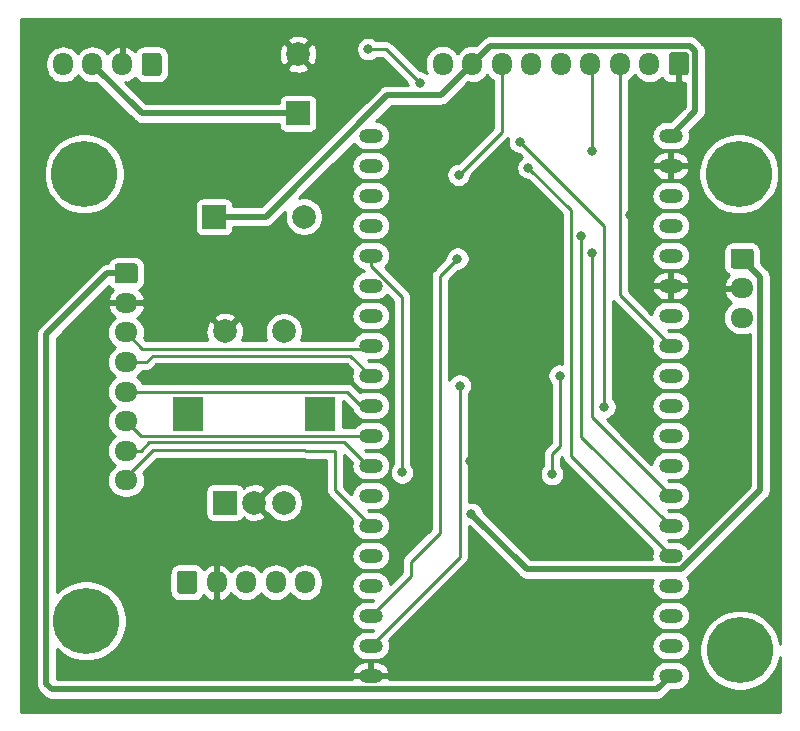
<source format=gbr>
%TF.GenerationSoftware,KiCad,Pcbnew,(5.1.9)-1*%
%TF.CreationDate,2021-02-05T08:09:48+01:00*%
%TF.ProjectId,Spotwelderix-controlboard,53706f74-7765-46c6-9465-7269782d636f,v01*%
%TF.SameCoordinates,Original*%
%TF.FileFunction,Copper,L2,Bot*%
%TF.FilePolarity,Positive*%
%FSLAX46Y46*%
G04 Gerber Fmt 4.6, Leading zero omitted, Abs format (unit mm)*
G04 Created by KiCad (PCBNEW (5.1.9)-1) date 2021-02-05 08:09:48*
%MOMM*%
%LPD*%
G01*
G04 APERTURE LIST*
%TA.AperFunction,ComponentPad*%
%ADD10R,2.000000X2.000000*%
%TD*%
%TA.AperFunction,ComponentPad*%
%ADD11C,2.000000*%
%TD*%
%TA.AperFunction,ComponentPad*%
%ADD12R,2.500000X3.000000*%
%TD*%
%TA.AperFunction,ComponentPad*%
%ADD13O,2.000000X1.200000*%
%TD*%
%TA.AperFunction,ComponentPad*%
%ADD14O,1.950000X1.700000*%
%TD*%
%TA.AperFunction,ComponentPad*%
%ADD15O,1.700000X1.950000*%
%TD*%
%TA.AperFunction,ConnectorPad*%
%ADD16C,5.600000*%
%TD*%
%TA.AperFunction,ComponentPad*%
%ADD17C,3.600000*%
%TD*%
%TA.AperFunction,ViaPad*%
%ADD18C,0.800000*%
%TD*%
%TA.AperFunction,Conductor*%
%ADD19C,0.500000*%
%TD*%
%TA.AperFunction,Conductor*%
%ADD20C,0.250000*%
%TD*%
%TA.AperFunction,Conductor*%
%ADD21C,0.254000*%
%TD*%
%TA.AperFunction,Conductor*%
%ADD22C,0.100000*%
%TD*%
G04 APERTURE END LIST*
D10*
%TO.P,ENC1,A*%
%TO.N,Net-(ENC1-PadA)*%
X37950000Y-61600000D03*
D11*
%TO.P,ENC1,C*%
%TO.N,GND*%
X40450000Y-61600000D03*
%TO.P,ENC1,B*%
%TO.N,Net-(ENC1-PadB)*%
X42950000Y-61600000D03*
D12*
%TO.P,ENC1,MP*%
%TO.N,N/C*%
X34850000Y-54100000D03*
X46050000Y-54100000D03*
D11*
%TO.P,ENC1,S1*%
%TO.N,GND*%
X37950000Y-47100000D03*
%TO.P,ENC1,S2*%
%TO.N,Net-(ENC1-PadS2)*%
X42950000Y-47100000D03*
%TD*%
D13*
%TO.P,U1,19*%
%TO.N,+5V*%
X75700000Y-30540000D03*
%TO.P,U1,20*%
%TO.N,Net-(U1-Pad20)*%
X50300000Y-30540000D03*
%TO.P,U1,18*%
%TO.N,GND*%
X75700000Y-33080000D03*
%TO.P,U1,21*%
%TO.N,Net-(U1-Pad21)*%
X50300000Y-33080000D03*
%TO.P,U1,17*%
%TO.N,Net-(U1-Pad17)*%
X75700000Y-35620000D03*
%TO.P,U1,22*%
%TO.N,Net-(U1-Pad22)*%
X50300000Y-35620000D03*
%TO.P,U1,16*%
%TO.N,Net-(U1-Pad16)*%
X75700000Y-38160000D03*
%TO.P,U1,23*%
%TO.N,Net-(U1-Pad23)*%
X50300000Y-38160000D03*
%TO.P,U1,15*%
%TO.N,Dallas*%
X75700000Y-40700000D03*
%TO.P,U1,24*%
%TO.N,ChargerEna*%
X50300000Y-40700000D03*
%TO.P,U1,14*%
%TO.N,GND*%
X75700000Y-43240000D03*
%TO.P,U1,25*%
%TO.N,Net-(U1-Pad25)*%
X50300000Y-43240000D03*
%TO.P,U1,13*%
%TO.N,LED*%
X75700000Y-45780000D03*
%TO.P,U1,26*%
%TO.N,FootSwitch*%
X50300000Y-45780000D03*
%TO.P,U1,12*%
%TO.N,Gate_logic*%
X75700000Y-48320000D03*
%TO.P,U1,27*%
%TO.N,Net-(P1-Pad3)*%
X50300000Y-48320000D03*
%TO.P,U1,11*%
%TO.N,FAN*%
X75700000Y-50860000D03*
%TO.P,U1,28*%
%TO.N,Net-(P1-Pad4)*%
X50300000Y-50860000D03*
%TO.P,U1,10*%
%TO.N,BUZZ*%
X75700000Y-53400000D03*
%TO.P,U1,29*%
%TO.N,Net-(P1-Pad5)*%
X50300000Y-53400000D03*
%TO.P,U1,9*%
%TO.N,ExtPWRADC*%
X75700000Y-55940000D03*
%TO.P,U1,30*%
%TO.N,Net-(P1-Pad6)*%
X50300000Y-55940000D03*
%TO.P,U1,8*%
%TO.N,Shuntvoltage*%
X75700000Y-58480000D03*
%TO.P,U1,31*%
%TO.N,Net-(P1-Pad7)*%
X50300000Y-58480000D03*
%TO.P,U1,7*%
%TO.N,VCC_ADC*%
X75700000Y-61020000D03*
%TO.P,U1,32*%
%TO.N,Net-(U1-Pad32)*%
X50300000Y-61020000D03*
%TO.P,U1,6*%
%TO.N,ProbeADC*%
X75700000Y-63560000D03*
%TO.P,U1,33*%
%TO.N,Net-(P1-Pad8)*%
X50300000Y-63560000D03*
%TO.P,U1,5*%
%TO.N,Vbat_ADC*%
X75700000Y-66100000D03*
%TO.P,U1,34*%
%TO.N,Net-(U1-Pad34)*%
X50300000Y-66100000D03*
%TO.P,U1,4*%
%TO.N,UI_RotEnc_A*%
X75700000Y-68640000D03*
%TO.P,U1,35*%
%TO.N,Net-(U1-Pad35)*%
X50300000Y-68640000D03*
%TO.P,U1,3*%
%TO.N,UI_RotEnc_B*%
X75700000Y-71180000D03*
%TO.P,U1,36*%
%TO.N,EnableSupply*%
X50300000Y-71180000D03*
%TO.P,U1,2*%
%TO.N,Net-(U1-Pad2)*%
X75700000Y-73720000D03*
%TO.P,U1,37*%
%TO.N,UI_RotEnc_Push*%
X50300000Y-73720000D03*
%TO.P,U1,1*%
%TO.N,+3V3*%
X75700000Y-76260000D03*
%TO.P,U1,38*%
%TO.N,GND*%
X50300000Y-76260000D03*
%TD*%
D14*
%TO.P,P1,8*%
%TO.N,Net-(P1-Pad8)*%
X29600000Y-59700000D03*
%TO.P,P1,7*%
%TO.N,Net-(P1-Pad7)*%
X29600000Y-57200000D03*
%TO.P,P1,6*%
%TO.N,Net-(P1-Pad6)*%
X29600000Y-54700000D03*
%TO.P,P1,5*%
%TO.N,Net-(P1-Pad5)*%
X29600000Y-52200000D03*
%TO.P,P1,4*%
%TO.N,Net-(P1-Pad4)*%
X29600000Y-49700000D03*
%TO.P,P1,3*%
%TO.N,Net-(P1-Pad3)*%
X29600000Y-47200000D03*
%TO.P,P1,2*%
%TO.N,GND*%
X29600000Y-44700000D03*
%TO.P,P1,1*%
%TO.N,+3V3*%
%TA.AperFunction,ComponentPad*%
G36*
G01*
X28875000Y-41350000D02*
X30325000Y-41350000D01*
G75*
G02*
X30575000Y-41600000I0J-250000D01*
G01*
X30575000Y-42800000D01*
G75*
G02*
X30325000Y-43050000I-250000J0D01*
G01*
X28875000Y-43050000D01*
G75*
G02*
X28625000Y-42800000I0J250000D01*
G01*
X28625000Y-41600000D01*
G75*
G02*
X28875000Y-41350000I250000J0D01*
G01*
G37*
%TD.AperFunction*%
%TD*%
D15*
%TO.P,P2,9*%
%TO.N,Shuntvoltage*%
X56400000Y-24450000D03*
%TO.P,P2,8*%
%TO.N,+5V*%
X58900000Y-24450000D03*
%TO.P,P2,7*%
%TO.N,EnableSupply*%
X61400000Y-24450000D03*
%TO.P,P2,6*%
%TO.N,Vbat_ADC*%
X63900000Y-24450000D03*
%TO.P,P2,5*%
%TO.N,Probe*%
X66400000Y-24450000D03*
%TO.P,P2,4*%
%TO.N,Dallas*%
X68900000Y-24450000D03*
%TO.P,P2,3*%
%TO.N,Gate_logic*%
X71400000Y-24450000D03*
%TO.P,P2,2*%
%TO.N,VCC*%
X73900000Y-24450000D03*
%TO.P,P2,1*%
%TO.N,GND*%
%TA.AperFunction,ComponentPad*%
G36*
G01*
X77250000Y-23725000D02*
X77250000Y-25175000D01*
G75*
G02*
X77000000Y-25425000I-250000J0D01*
G01*
X75800000Y-25425000D01*
G75*
G02*
X75550000Y-25175000I0J250000D01*
G01*
X75550000Y-23725000D01*
G75*
G02*
X75800000Y-23475000I250000J0D01*
G01*
X77000000Y-23475000D01*
G75*
G02*
X77250000Y-23725000I0J-250000D01*
G01*
G37*
%TD.AperFunction*%
%TD*%
%TO.P,J3,4*%
%TO.N,FAN_GND*%
X24250000Y-24500000D03*
%TO.P,J3,3*%
%TO.N,VCC*%
X26750000Y-24500000D03*
%TO.P,J3,2*%
%TO.N,GND*%
X29250000Y-24500000D03*
%TO.P,J3,1*%
%TO.N,ExtPower*%
%TA.AperFunction,ComponentPad*%
G36*
G01*
X32600000Y-23775000D02*
X32600000Y-25225000D01*
G75*
G02*
X32350000Y-25475000I-250000J0D01*
G01*
X31150000Y-25475000D01*
G75*
G02*
X30900000Y-25225000I0J250000D01*
G01*
X30900000Y-23775000D01*
G75*
G02*
X31150000Y-23525000I250000J0D01*
G01*
X32350000Y-23525000D01*
G75*
G02*
X32600000Y-23775000I0J-250000D01*
G01*
G37*
%TD.AperFunction*%
%TD*%
%TO.P,J1,5*%
%TO.N,Net-(J1-Pad5)*%
X44750000Y-68350000D03*
%TO.P,J1,4*%
%TO.N,Net-(J1-Pad4)*%
X42250000Y-68350000D03*
%TO.P,J1,3*%
%TO.N,ExtPower*%
X39750000Y-68350000D03*
%TO.P,J1,2*%
%TO.N,GND*%
X37250000Y-68350000D03*
%TO.P,J1,1*%
%TO.N,Net-(J1-Pad1)*%
%TA.AperFunction,ComponentPad*%
G36*
G01*
X33900000Y-69075000D02*
X33900000Y-67625000D01*
G75*
G02*
X34150000Y-67375000I250000J0D01*
G01*
X35350000Y-67375000D01*
G75*
G02*
X35600000Y-67625000I0J-250000D01*
G01*
X35600000Y-69075000D01*
G75*
G02*
X35350000Y-69325000I-250000J0D01*
G01*
X34150000Y-69325000D01*
G75*
G02*
X33900000Y-69075000I0J250000D01*
G01*
G37*
%TD.AperFunction*%
%TD*%
D14*
%TO.P,J2,3*%
%TO.N,LED*%
X81750000Y-45950000D03*
%TO.P,J2,2*%
%TO.N,GND*%
X81750000Y-43450000D03*
%TO.P,J2,1*%
%TO.N,+5V*%
%TA.AperFunction,ComponentPad*%
G36*
G01*
X81025000Y-40100000D02*
X82475000Y-40100000D01*
G75*
G02*
X82725000Y-40350000I0J-250000D01*
G01*
X82725000Y-41550000D01*
G75*
G02*
X82475000Y-41800000I-250000J0D01*
G01*
X81025000Y-41800000D01*
G75*
G02*
X80775000Y-41550000I0J250000D01*
G01*
X80775000Y-40350000D01*
G75*
G02*
X81025000Y-40100000I250000J0D01*
G01*
G37*
%TD.AperFunction*%
%TD*%
D11*
%TO.P,BZ1,2*%
%TO.N,Net-(BZ1-Pad2)*%
X44650000Y-37400000D03*
D10*
%TO.P,BZ1,1*%
%TO.N,+5V*%
X37050000Y-37400000D03*
%TD*%
D11*
%TO.P,C4,2*%
%TO.N,GND*%
X44150000Y-23650000D03*
D10*
%TO.P,C4,1*%
%TO.N,VCC*%
X44150000Y-28650000D03*
%TD*%
D16*
%TO.P,H3,1*%
%TO.N,N/C*%
X81550000Y-74100000D03*
D17*
X81550000Y-74100000D03*
%TD*%
D16*
%TO.P,H1,1*%
%TO.N,N/C*%
X26200000Y-71600000D03*
D17*
X26200000Y-71600000D03*
%TD*%
D16*
%TO.P,H4,1*%
%TO.N,N/C*%
X26050000Y-33750000D03*
D17*
X26050000Y-33750000D03*
%TD*%
D16*
%TO.P,H2,1*%
%TO.N,N/C*%
X81450000Y-33750000D03*
D17*
X81450000Y-33750000D03*
%TD*%
D18*
%TO.N,+5V*%
X58800000Y-62550000D03*
%TO.N,GND*%
X54600000Y-34600000D03*
X63100000Y-43200000D03*
X65462000Y-37162000D03*
X72225000Y-37262000D03*
X70900000Y-74350000D03*
X58675000Y-58050000D03*
X59050000Y-55800000D03*
X59300000Y-51850000D03*
X81750000Y-50150000D03*
X65100000Y-61000000D03*
%TO.N,Dallas*%
X69000000Y-31800000D03*
%TO.N,UI_RotEnc_Push*%
X57850000Y-51700000D03*
%TO.N,FAN_GND*%
X54450000Y-26050000D03*
X50100000Y-23200000D03*
%TO.N,Shuntvoltage*%
X70100000Y-53500000D03*
X62925000Y-31050000D03*
%TO.N,EnableSupply*%
X57650000Y-40950000D03*
X57750000Y-33850000D03*
%TO.N,Vbat_ADC*%
X63650000Y-33250000D03*
%TO.N,ChargerEna*%
X52950000Y-59050000D03*
%TO.N,ProbeADC*%
X68150000Y-39000000D03*
%TO.N,VCC_ADC*%
X69050000Y-40450000D03*
%TO.N,ExtPWRADC*%
X65650000Y-59200000D03*
X66300000Y-50850000D03*
%TD*%
D19*
%TO.N,+5V*%
X56249999Y-27100001D02*
X58900000Y-24450000D01*
X51713640Y-27100001D02*
X56249999Y-27100001D01*
X41413641Y-37400000D02*
X51713640Y-27100001D01*
X37050000Y-37400000D02*
X41413641Y-37400000D01*
X83275010Y-42475010D02*
X81750000Y-40950000D01*
X83275010Y-60551349D02*
X83275010Y-42475010D01*
X76576349Y-67250010D02*
X83275010Y-60551349D01*
X63500010Y-67250010D02*
X76576349Y-67250010D01*
X58800000Y-62550000D02*
X63500010Y-67250010D01*
X77800010Y-28439990D02*
X75700000Y-30540000D01*
X77800010Y-23393622D02*
X77800010Y-28439990D01*
X77331378Y-22924990D02*
X77800010Y-23393622D01*
X60425010Y-22924990D02*
X77331378Y-22924990D01*
X58900000Y-24450000D02*
X60425010Y-22924990D01*
%TO.N,VCC*%
X73504913Y-24450000D02*
X73900000Y-24450000D01*
X30900000Y-28650000D02*
X44150000Y-28650000D01*
X26750000Y-24500000D02*
X30900000Y-28650000D01*
D20*
%TO.N,Net-(P1-Pad8)*%
X29600000Y-59700000D02*
X29600000Y-59450000D01*
X29600000Y-59450000D02*
X31900000Y-57150000D01*
X44721839Y-57150000D02*
X44771839Y-57200000D01*
X31900000Y-57150000D02*
X44721839Y-57150000D01*
X44771839Y-57200000D02*
X47300000Y-57200000D01*
X47300000Y-60560000D02*
X50300000Y-63560000D01*
X47300000Y-57200000D02*
X47300000Y-60560000D01*
%TO.N,Net-(P1-Pad7)*%
X30825000Y-57200000D02*
X31550000Y-56475000D01*
X29600000Y-57200000D02*
X30825000Y-57200000D01*
X31550000Y-56475000D02*
X48075000Y-56475000D01*
X50080000Y-58480000D02*
X50300000Y-58480000D01*
X48075000Y-56475000D02*
X50080000Y-58480000D01*
%TO.N,Net-(P1-Pad6)*%
X50264999Y-55975001D02*
X50300000Y-55940000D01*
X30875001Y-55975001D02*
X50264999Y-55975001D01*
X29600000Y-54700000D02*
X30875001Y-55975001D01*
%TO.N,Net-(P1-Pad5)*%
X49485002Y-53400000D02*
X50300000Y-53400000D01*
X48285002Y-52200000D02*
X49485002Y-53400000D01*
X29600000Y-52200000D02*
X48285002Y-52200000D01*
%TO.N,Net-(P1-Pad4)*%
X29600000Y-49700000D02*
X31300000Y-49700000D01*
X31300000Y-49700000D02*
X31850000Y-49150000D01*
X48590000Y-49150000D02*
X50300000Y-50860000D01*
X31850000Y-49150000D02*
X48590000Y-49150000D01*
%TO.N,Net-(P1-Pad3)*%
X50044999Y-48575001D02*
X50300000Y-48320000D01*
X30975001Y-48575001D02*
X50044999Y-48575001D01*
X29600000Y-47200000D02*
X30975001Y-48575001D01*
D19*
%TO.N,+3V3*%
X29600000Y-42200000D02*
X28000000Y-42200000D01*
X22849999Y-47350001D02*
X22849999Y-76949999D01*
X28000000Y-42200000D02*
X22849999Y-47350001D01*
X74549990Y-77410010D02*
X75700000Y-76260000D01*
X23310010Y-77410010D02*
X74549990Y-77410010D01*
X22849999Y-76949999D02*
X23310010Y-77410010D01*
D20*
%TO.N,Dallas*%
X69000000Y-24550000D02*
X68900000Y-24450000D01*
X69000000Y-31800000D02*
X69000000Y-24550000D01*
%TO.N,Gate_logic*%
X71400000Y-44020000D02*
X75700000Y-48320000D01*
X71400000Y-24450000D02*
X71400000Y-44020000D01*
%TO.N,UI_RotEnc_Push*%
X57850000Y-66170000D02*
X50300000Y-73720000D01*
X57850000Y-51700000D02*
X57850000Y-66170000D01*
%TO.N,FAN_GND*%
X51600000Y-23200000D02*
X50100000Y-23200000D01*
X54450000Y-26050000D02*
X51600000Y-23200000D01*
%TO.N,Shuntvoltage*%
X70100000Y-53500000D02*
X70100000Y-38150000D01*
X70025000Y-38150000D02*
X62925000Y-31050000D01*
X70100000Y-38150000D02*
X70025000Y-38150000D01*
%TO.N,EnableSupply*%
X53675001Y-67804999D02*
X53675001Y-66624999D01*
X50300000Y-71180000D02*
X53675001Y-67804999D01*
X56150000Y-64150000D02*
X56150000Y-43750000D01*
X53675001Y-66624999D02*
X56150000Y-64150000D01*
X56150000Y-42450000D02*
X57650000Y-40950000D01*
X56150000Y-43750000D02*
X56150000Y-42450000D01*
X61400000Y-30200000D02*
X61400000Y-24450000D01*
X57750000Y-33850000D02*
X61400000Y-30200000D01*
%TO.N,Vbat_ADC*%
X75700000Y-66100000D02*
X67250000Y-57650000D01*
X67250000Y-36850000D02*
X63650000Y-33250000D01*
X67250000Y-57650000D02*
X67250000Y-36850000D01*
%TO.N,ChargerEna*%
X50300000Y-41531839D02*
X50300000Y-40700000D01*
X52950000Y-44181839D02*
X50300000Y-41531839D01*
X52950000Y-59050000D02*
X52950000Y-44181839D01*
%TO.N,ProbeADC*%
X68150000Y-56010000D02*
X75700000Y-63560000D01*
X68150000Y-39000000D02*
X68150000Y-56010000D01*
%TO.N,VCC_ADC*%
X69050000Y-54370000D02*
X75700000Y-61020000D01*
X69050000Y-40450000D02*
X69050000Y-54370000D01*
%TO.N,ExtPWRADC*%
X65650000Y-59200000D02*
X65650000Y-57500000D01*
X66300000Y-56850000D02*
X66300000Y-50850000D01*
X65650000Y-57500000D02*
X66300000Y-56850000D01*
%TD*%
D21*
%TO.N,GND*%
X84940000Y-73535454D02*
X84852994Y-73098048D01*
X84594057Y-72472918D01*
X84218138Y-71910315D01*
X83739685Y-71431862D01*
X83177082Y-71055943D01*
X82551952Y-70797006D01*
X81888318Y-70665000D01*
X81211682Y-70665000D01*
X80548048Y-70797006D01*
X79922918Y-71055943D01*
X79360315Y-71431862D01*
X78881862Y-71910315D01*
X78505943Y-72472918D01*
X78247006Y-73098048D01*
X78115000Y-73761682D01*
X78115000Y-74438318D01*
X78247006Y-75101952D01*
X78505943Y-75727082D01*
X78881862Y-76289685D01*
X79360315Y-76768138D01*
X79922918Y-77144057D01*
X80548048Y-77402994D01*
X81211682Y-77535000D01*
X81888318Y-77535000D01*
X82551952Y-77402994D01*
X83177082Y-77144057D01*
X83739685Y-76768138D01*
X84218138Y-76289685D01*
X84594057Y-75727082D01*
X84852994Y-75101952D01*
X84940000Y-74664546D01*
X84940000Y-79340000D01*
X20660000Y-79340000D01*
X20660000Y-47350001D01*
X21960718Y-47350001D01*
X21964999Y-47393470D01*
X21965000Y-76906520D01*
X21960718Y-76949999D01*
X21977804Y-77123489D01*
X22028411Y-77290312D01*
X22110589Y-77444058D01*
X22193467Y-77545045D01*
X22193470Y-77545048D01*
X22221183Y-77578816D01*
X22254951Y-77606529D01*
X22653476Y-78005054D01*
X22681193Y-78038827D01*
X22815951Y-78149421D01*
X22969697Y-78231599D01*
X23136520Y-78282205D01*
X23266533Y-78295010D01*
X23266541Y-78295010D01*
X23310010Y-78299291D01*
X23353479Y-78295010D01*
X74506521Y-78295010D01*
X74549990Y-78299291D01*
X74593459Y-78295010D01*
X74593467Y-78295010D01*
X74723480Y-78282205D01*
X74890303Y-78231599D01*
X75044049Y-78149421D01*
X75178807Y-78038827D01*
X75206524Y-78005054D01*
X75716578Y-77495000D01*
X76160665Y-77495000D01*
X76342102Y-77477130D01*
X76574901Y-77406511D01*
X76789449Y-77291833D01*
X76977502Y-77137502D01*
X77131833Y-76949449D01*
X77246511Y-76734901D01*
X77317130Y-76502102D01*
X77340975Y-76260000D01*
X77317130Y-76017898D01*
X77246511Y-75785099D01*
X77131833Y-75570551D01*
X76977502Y-75382498D01*
X76789449Y-75228167D01*
X76574901Y-75113489D01*
X76342102Y-75042870D01*
X76160665Y-75025000D01*
X75239335Y-75025000D01*
X75057898Y-75042870D01*
X74825099Y-75113489D01*
X74610551Y-75228167D01*
X74422498Y-75382498D01*
X74268167Y-75570551D01*
X74153489Y-75785099D01*
X74082870Y-76017898D01*
X74059025Y-76260000D01*
X74082870Y-76502102D01*
X74089819Y-76525010D01*
X51859042Y-76525010D01*
X51768731Y-76387000D01*
X50427000Y-76387000D01*
X50427000Y-76407000D01*
X50173000Y-76407000D01*
X50173000Y-76387000D01*
X48831269Y-76387000D01*
X48740958Y-76525010D01*
X23734999Y-76525010D01*
X23734999Y-75942391D01*
X48706538Y-75942391D01*
X48831269Y-76133000D01*
X50173000Y-76133000D01*
X50173000Y-75025000D01*
X50427000Y-75025000D01*
X50427000Y-76133000D01*
X51768731Y-76133000D01*
X51893462Y-75942391D01*
X51889591Y-75904718D01*
X51797421Y-75679467D01*
X51663078Y-75476526D01*
X51491725Y-75303693D01*
X51289946Y-75167610D01*
X51065496Y-75073507D01*
X50827000Y-75025000D01*
X50427000Y-75025000D01*
X50173000Y-75025000D01*
X49773000Y-75025000D01*
X49534504Y-75073507D01*
X49310054Y-75167610D01*
X49108275Y-75303693D01*
X48936922Y-75476526D01*
X48802579Y-75679467D01*
X48710409Y-75904718D01*
X48706538Y-75942391D01*
X23734999Y-75942391D01*
X23734999Y-73992822D01*
X24010315Y-74268138D01*
X24572918Y-74644057D01*
X25198048Y-74902994D01*
X25861682Y-75035000D01*
X26538318Y-75035000D01*
X27201952Y-74902994D01*
X27827082Y-74644057D01*
X28389685Y-74268138D01*
X28868138Y-73789685D01*
X29244057Y-73227082D01*
X29502994Y-72601952D01*
X29635000Y-71938318D01*
X29635000Y-71261682D01*
X29502994Y-70598048D01*
X29244057Y-69972918D01*
X28868138Y-69410315D01*
X28389685Y-68931862D01*
X27827082Y-68555943D01*
X27201952Y-68297006D01*
X26538318Y-68165000D01*
X25861682Y-68165000D01*
X25198048Y-68297006D01*
X24572918Y-68555943D01*
X24010315Y-68931862D01*
X23734999Y-69207178D01*
X23734999Y-67625000D01*
X33261928Y-67625000D01*
X33261928Y-69075000D01*
X33278992Y-69248254D01*
X33329528Y-69414850D01*
X33411595Y-69568386D01*
X33522038Y-69702962D01*
X33656614Y-69813405D01*
X33810150Y-69895472D01*
X33976746Y-69946008D01*
X34150000Y-69963072D01*
X35350000Y-69963072D01*
X35523254Y-69946008D01*
X35689850Y-69895472D01*
X35843386Y-69813405D01*
X35977962Y-69702962D01*
X36088405Y-69568386D01*
X36144714Y-69463039D01*
X36160951Y-69484429D01*
X36378807Y-69677496D01*
X36630142Y-69824352D01*
X36893110Y-69916476D01*
X37123000Y-69795155D01*
X37123000Y-68477000D01*
X37103000Y-68477000D01*
X37103000Y-68223000D01*
X37123000Y-68223000D01*
X37123000Y-66904845D01*
X37377000Y-66904845D01*
X37377000Y-68223000D01*
X37397000Y-68223000D01*
X37397000Y-68477000D01*
X37377000Y-68477000D01*
X37377000Y-69795155D01*
X37606890Y-69916476D01*
X37869858Y-69824352D01*
X38121193Y-69677496D01*
X38339049Y-69484429D01*
X38495538Y-69278278D01*
X38509294Y-69304014D01*
X38694866Y-69530134D01*
X38920987Y-69715706D01*
X39178967Y-69853599D01*
X39458890Y-69938513D01*
X39750000Y-69967185D01*
X40041111Y-69938513D01*
X40321034Y-69853599D01*
X40579014Y-69715706D01*
X40805134Y-69530134D01*
X40990706Y-69304014D01*
X41000000Y-69286626D01*
X41009294Y-69304014D01*
X41194866Y-69530134D01*
X41420987Y-69715706D01*
X41678967Y-69853599D01*
X41958890Y-69938513D01*
X42250000Y-69967185D01*
X42541111Y-69938513D01*
X42821034Y-69853599D01*
X43079014Y-69715706D01*
X43305134Y-69530134D01*
X43490706Y-69304014D01*
X43500000Y-69286626D01*
X43509294Y-69304014D01*
X43694866Y-69530134D01*
X43920987Y-69715706D01*
X44178967Y-69853599D01*
X44458890Y-69938513D01*
X44750000Y-69967185D01*
X45041111Y-69938513D01*
X45321034Y-69853599D01*
X45579014Y-69715706D01*
X45805134Y-69530134D01*
X45990706Y-69304014D01*
X46128599Y-69046033D01*
X46213513Y-68766110D01*
X46235000Y-68547949D01*
X46235000Y-68152050D01*
X46213513Y-67933889D01*
X46128599Y-67653966D01*
X45990706Y-67395986D01*
X45805134Y-67169866D01*
X45579013Y-66984294D01*
X45321033Y-66846401D01*
X45041110Y-66761487D01*
X44750000Y-66732815D01*
X44458889Y-66761487D01*
X44178966Y-66846401D01*
X43920986Y-66984294D01*
X43694866Y-67169866D01*
X43509294Y-67395987D01*
X43500000Y-67413374D01*
X43490706Y-67395986D01*
X43305134Y-67169866D01*
X43079013Y-66984294D01*
X42821033Y-66846401D01*
X42541110Y-66761487D01*
X42250000Y-66732815D01*
X41958889Y-66761487D01*
X41678966Y-66846401D01*
X41420986Y-66984294D01*
X41194866Y-67169866D01*
X41009294Y-67395987D01*
X41000000Y-67413374D01*
X40990706Y-67395986D01*
X40805134Y-67169866D01*
X40579013Y-66984294D01*
X40321033Y-66846401D01*
X40041110Y-66761487D01*
X39750000Y-66732815D01*
X39458889Y-66761487D01*
X39178966Y-66846401D01*
X38920986Y-66984294D01*
X38694866Y-67169866D01*
X38509294Y-67395987D01*
X38495538Y-67421722D01*
X38339049Y-67215571D01*
X38121193Y-67022504D01*
X37869858Y-66875648D01*
X37606890Y-66783524D01*
X37377000Y-66904845D01*
X37123000Y-66904845D01*
X36893110Y-66783524D01*
X36630142Y-66875648D01*
X36378807Y-67022504D01*
X36160951Y-67215571D01*
X36144714Y-67236961D01*
X36088405Y-67131614D01*
X35977962Y-66997038D01*
X35843386Y-66886595D01*
X35689850Y-66804528D01*
X35523254Y-66753992D01*
X35350000Y-66736928D01*
X34150000Y-66736928D01*
X33976746Y-66753992D01*
X33810150Y-66804528D01*
X33656614Y-66886595D01*
X33522038Y-66997038D01*
X33411595Y-67131614D01*
X33329528Y-67285150D01*
X33278992Y-67451746D01*
X33261928Y-67625000D01*
X23734999Y-67625000D01*
X23734999Y-66100000D01*
X48659025Y-66100000D01*
X48682870Y-66342102D01*
X48753489Y-66574901D01*
X48868167Y-66789449D01*
X49022498Y-66977502D01*
X49210551Y-67131833D01*
X49425099Y-67246511D01*
X49657898Y-67317130D01*
X49839335Y-67335000D01*
X50760665Y-67335000D01*
X50942102Y-67317130D01*
X51174901Y-67246511D01*
X51389449Y-67131833D01*
X51577502Y-66977502D01*
X51731833Y-66789449D01*
X51846511Y-66574901D01*
X51917130Y-66342102D01*
X51940975Y-66100000D01*
X51917130Y-65857898D01*
X51846511Y-65625099D01*
X51731833Y-65410551D01*
X51577502Y-65222498D01*
X51389449Y-65068167D01*
X51174901Y-64953489D01*
X50942102Y-64882870D01*
X50760665Y-64865000D01*
X49839335Y-64865000D01*
X49657898Y-64882870D01*
X49425099Y-64953489D01*
X49210551Y-65068167D01*
X49022498Y-65222498D01*
X48868167Y-65410551D01*
X48753489Y-65625099D01*
X48682870Y-65857898D01*
X48659025Y-66100000D01*
X23734999Y-66100000D01*
X23734999Y-47716579D01*
X24251578Y-47200000D01*
X27982815Y-47200000D01*
X28011487Y-47491111D01*
X28096401Y-47771034D01*
X28234294Y-48029014D01*
X28419866Y-48255134D01*
X28645986Y-48440706D01*
X28663374Y-48450000D01*
X28645986Y-48459294D01*
X28419866Y-48644866D01*
X28234294Y-48870986D01*
X28096401Y-49128966D01*
X28011487Y-49408889D01*
X27982815Y-49700000D01*
X28011487Y-49991111D01*
X28096401Y-50271034D01*
X28234294Y-50529014D01*
X28419866Y-50755134D01*
X28645986Y-50940706D01*
X28663374Y-50950000D01*
X28645986Y-50959294D01*
X28419866Y-51144866D01*
X28234294Y-51370986D01*
X28096401Y-51628966D01*
X28011487Y-51908889D01*
X27982815Y-52200000D01*
X28011487Y-52491111D01*
X28096401Y-52771034D01*
X28234294Y-53029014D01*
X28419866Y-53255134D01*
X28645986Y-53440706D01*
X28663374Y-53450000D01*
X28645986Y-53459294D01*
X28419866Y-53644866D01*
X28234294Y-53870986D01*
X28096401Y-54128966D01*
X28011487Y-54408889D01*
X27982815Y-54700000D01*
X28011487Y-54991111D01*
X28096401Y-55271034D01*
X28234294Y-55529014D01*
X28419866Y-55755134D01*
X28645986Y-55940706D01*
X28663374Y-55950000D01*
X28645986Y-55959294D01*
X28419866Y-56144866D01*
X28234294Y-56370986D01*
X28096401Y-56628966D01*
X28011487Y-56908889D01*
X27982815Y-57200000D01*
X28011487Y-57491111D01*
X28096401Y-57771034D01*
X28234294Y-58029014D01*
X28419866Y-58255134D01*
X28645986Y-58440706D01*
X28663374Y-58450000D01*
X28645986Y-58459294D01*
X28419866Y-58644866D01*
X28234294Y-58870986D01*
X28096401Y-59128966D01*
X28011487Y-59408889D01*
X27982815Y-59700000D01*
X28011487Y-59991111D01*
X28096401Y-60271034D01*
X28234294Y-60529014D01*
X28419866Y-60755134D01*
X28645986Y-60940706D01*
X28903966Y-61078599D01*
X29183889Y-61163513D01*
X29402050Y-61185000D01*
X29797950Y-61185000D01*
X30016111Y-61163513D01*
X30296034Y-61078599D01*
X30554014Y-60940706D01*
X30780134Y-60755134D01*
X30907449Y-60600000D01*
X36311928Y-60600000D01*
X36311928Y-62600000D01*
X36324188Y-62724482D01*
X36360498Y-62844180D01*
X36419463Y-62954494D01*
X36498815Y-63051185D01*
X36595506Y-63130537D01*
X36705820Y-63189502D01*
X36825518Y-63225812D01*
X36950000Y-63238072D01*
X38950000Y-63238072D01*
X39074482Y-63225812D01*
X39194180Y-63189502D01*
X39304494Y-63130537D01*
X39401185Y-63051185D01*
X39480537Y-62954494D01*
X39535976Y-62850777D01*
X39589956Y-62999814D01*
X39879571Y-63140704D01*
X40191108Y-63222384D01*
X40512595Y-63241718D01*
X40831675Y-63197961D01*
X41136088Y-63092795D01*
X41310044Y-62999814D01*
X41405808Y-62735413D01*
X40450000Y-61779605D01*
X40435858Y-61793748D01*
X40256253Y-61614143D01*
X40270395Y-61600000D01*
X40629605Y-61600000D01*
X41585413Y-62555808D01*
X41615075Y-62545065D01*
X41680013Y-62642252D01*
X41907748Y-62869987D01*
X42175537Y-63048918D01*
X42473088Y-63172168D01*
X42788967Y-63235000D01*
X43111033Y-63235000D01*
X43426912Y-63172168D01*
X43724463Y-63048918D01*
X43992252Y-62869987D01*
X44219987Y-62642252D01*
X44398918Y-62374463D01*
X44522168Y-62076912D01*
X44585000Y-61761033D01*
X44585000Y-61438967D01*
X44522168Y-61123088D01*
X44398918Y-60825537D01*
X44219987Y-60557748D01*
X43992252Y-60330013D01*
X43724463Y-60151082D01*
X43426912Y-60027832D01*
X43111033Y-59965000D01*
X42788967Y-59965000D01*
X42473088Y-60027832D01*
X42175537Y-60151082D01*
X41907748Y-60330013D01*
X41680013Y-60557748D01*
X41615075Y-60654935D01*
X41585413Y-60644192D01*
X40629605Y-61600000D01*
X40270395Y-61600000D01*
X40256253Y-61585858D01*
X40435858Y-61406253D01*
X40450000Y-61420395D01*
X41405808Y-60464587D01*
X41310044Y-60200186D01*
X41020429Y-60059296D01*
X40708892Y-59977616D01*
X40387405Y-59958282D01*
X40068325Y-60002039D01*
X39763912Y-60107205D01*
X39589956Y-60200186D01*
X39535976Y-60349223D01*
X39480537Y-60245506D01*
X39401185Y-60148815D01*
X39304494Y-60069463D01*
X39194180Y-60010498D01*
X39074482Y-59974188D01*
X38950000Y-59961928D01*
X36950000Y-59961928D01*
X36825518Y-59974188D01*
X36705820Y-60010498D01*
X36595506Y-60069463D01*
X36498815Y-60148815D01*
X36419463Y-60245506D01*
X36360498Y-60355820D01*
X36324188Y-60475518D01*
X36311928Y-60600000D01*
X30907449Y-60600000D01*
X30965706Y-60529014D01*
X31103599Y-60271034D01*
X31188513Y-59991111D01*
X31217185Y-59700000D01*
X31188513Y-59408889D01*
X31103599Y-59128966D01*
X31066062Y-59058739D01*
X32214802Y-57910000D01*
X44494275Y-57910000D01*
X44622853Y-57949003D01*
X44734506Y-57960000D01*
X44734514Y-57960000D01*
X44771839Y-57963676D01*
X44809164Y-57960000D01*
X46540000Y-57960000D01*
X46540001Y-60522668D01*
X46536324Y-60560000D01*
X46540001Y-60597333D01*
X46550998Y-60708986D01*
X46564180Y-60752442D01*
X46594454Y-60852246D01*
X46665026Y-60984276D01*
X46736201Y-61071002D01*
X46760000Y-61100001D01*
X46788998Y-61123799D01*
X48752746Y-63087548D01*
X48682870Y-63317898D01*
X48659025Y-63560000D01*
X48682870Y-63802102D01*
X48753489Y-64034901D01*
X48868167Y-64249449D01*
X49022498Y-64437502D01*
X49210551Y-64591833D01*
X49425099Y-64706511D01*
X49657898Y-64777130D01*
X49839335Y-64795000D01*
X50760665Y-64795000D01*
X50942102Y-64777130D01*
X51174901Y-64706511D01*
X51389449Y-64591833D01*
X51577502Y-64437502D01*
X51731833Y-64249449D01*
X51846511Y-64034901D01*
X51917130Y-63802102D01*
X51940975Y-63560000D01*
X51917130Y-63317898D01*
X51846511Y-63085099D01*
X51731833Y-62870551D01*
X51577502Y-62682498D01*
X51389449Y-62528167D01*
X51174901Y-62413489D01*
X50942102Y-62342870D01*
X50760665Y-62325000D01*
X50139802Y-62325000D01*
X50069802Y-62255000D01*
X50760665Y-62255000D01*
X50942102Y-62237130D01*
X51174901Y-62166511D01*
X51389449Y-62051833D01*
X51577502Y-61897502D01*
X51731833Y-61709449D01*
X51846511Y-61494901D01*
X51917130Y-61262102D01*
X51940975Y-61020000D01*
X51917130Y-60777898D01*
X51846511Y-60545099D01*
X51731833Y-60330551D01*
X51577502Y-60142498D01*
X51389449Y-59988167D01*
X51174901Y-59873489D01*
X50942102Y-59802870D01*
X50760665Y-59785000D01*
X49839335Y-59785000D01*
X49657898Y-59802870D01*
X49425099Y-59873489D01*
X49210551Y-59988167D01*
X49022498Y-60142498D01*
X48868167Y-60330551D01*
X48753489Y-60545099D01*
X48682870Y-60777898D01*
X48674785Y-60859984D01*
X48060000Y-60245199D01*
X48060000Y-57534801D01*
X48701542Y-58176344D01*
X48682870Y-58237898D01*
X48659025Y-58480000D01*
X48682870Y-58722102D01*
X48753489Y-58954901D01*
X48868167Y-59169449D01*
X49022498Y-59357502D01*
X49210551Y-59511833D01*
X49425099Y-59626511D01*
X49657898Y-59697130D01*
X49839335Y-59715000D01*
X50760665Y-59715000D01*
X50942102Y-59697130D01*
X51174901Y-59626511D01*
X51389449Y-59511833D01*
X51577502Y-59357502D01*
X51731833Y-59169449D01*
X51846511Y-58954901D01*
X51917130Y-58722102D01*
X51940975Y-58480000D01*
X51917130Y-58237898D01*
X51846511Y-58005099D01*
X51731833Y-57790551D01*
X51577502Y-57602498D01*
X51389449Y-57448167D01*
X51174901Y-57333489D01*
X50942102Y-57262870D01*
X50760665Y-57245000D01*
X49919802Y-57245000D01*
X49849802Y-57175000D01*
X50760665Y-57175000D01*
X50942102Y-57157130D01*
X51174901Y-57086511D01*
X51389449Y-56971833D01*
X51577502Y-56817502D01*
X51731833Y-56629449D01*
X51846511Y-56414901D01*
X51917130Y-56182102D01*
X51940975Y-55940000D01*
X51917130Y-55697898D01*
X51846511Y-55465099D01*
X51731833Y-55250551D01*
X51577502Y-55062498D01*
X51389449Y-54908167D01*
X51174901Y-54793489D01*
X50942102Y-54722870D01*
X50760665Y-54705000D01*
X49839335Y-54705000D01*
X49657898Y-54722870D01*
X49425099Y-54793489D01*
X49210551Y-54908167D01*
X49022498Y-55062498D01*
X48897342Y-55215001D01*
X47938072Y-55215001D01*
X47938072Y-52960000D01*
X47970201Y-52960000D01*
X48696180Y-53685980D01*
X48753489Y-53874901D01*
X48868167Y-54089449D01*
X49022498Y-54277502D01*
X49210551Y-54431833D01*
X49425099Y-54546511D01*
X49657898Y-54617130D01*
X49839335Y-54635000D01*
X50760665Y-54635000D01*
X50942102Y-54617130D01*
X51174901Y-54546511D01*
X51389449Y-54431833D01*
X51577502Y-54277502D01*
X51731833Y-54089449D01*
X51846511Y-53874901D01*
X51917130Y-53642102D01*
X51940975Y-53400000D01*
X51917130Y-53157898D01*
X51846511Y-52925099D01*
X51731833Y-52710551D01*
X51577502Y-52522498D01*
X51389449Y-52368167D01*
X51174901Y-52253489D01*
X50942102Y-52182870D01*
X50760665Y-52165000D01*
X49839335Y-52165000D01*
X49657898Y-52182870D01*
X49425099Y-52253489D01*
X49417405Y-52257602D01*
X48848806Y-51689003D01*
X48825003Y-51659999D01*
X48709278Y-51565026D01*
X48577249Y-51494454D01*
X48433988Y-51450997D01*
X48322335Y-51440000D01*
X48322324Y-51440000D01*
X48285002Y-51436324D01*
X48247680Y-51440000D01*
X31002595Y-51440000D01*
X30965706Y-51370986D01*
X30780134Y-51144866D01*
X30554014Y-50959294D01*
X30536626Y-50950000D01*
X30554014Y-50940706D01*
X30780134Y-50755134D01*
X30965706Y-50529014D01*
X31002595Y-50460000D01*
X31262678Y-50460000D01*
X31300000Y-50463676D01*
X31337322Y-50460000D01*
X31337333Y-50460000D01*
X31448986Y-50449003D01*
X31592247Y-50405546D01*
X31724276Y-50334974D01*
X31840001Y-50240001D01*
X31863803Y-50210998D01*
X32164802Y-49910000D01*
X48275199Y-49910000D01*
X48752746Y-50387548D01*
X48682870Y-50617898D01*
X48659025Y-50860000D01*
X48682870Y-51102102D01*
X48753489Y-51334901D01*
X48868167Y-51549449D01*
X49022498Y-51737502D01*
X49210551Y-51891833D01*
X49425099Y-52006511D01*
X49657898Y-52077130D01*
X49839335Y-52095000D01*
X50760665Y-52095000D01*
X50942102Y-52077130D01*
X51174901Y-52006511D01*
X51389449Y-51891833D01*
X51577502Y-51737502D01*
X51731833Y-51549449D01*
X51846511Y-51334901D01*
X51917130Y-51102102D01*
X51940975Y-50860000D01*
X51917130Y-50617898D01*
X51846511Y-50385099D01*
X51731833Y-50170551D01*
X51577502Y-49982498D01*
X51389449Y-49828167D01*
X51174901Y-49713489D01*
X50942102Y-49642870D01*
X50760665Y-49625000D01*
X50139802Y-49625000D01*
X50069802Y-49555000D01*
X50760665Y-49555000D01*
X50942102Y-49537130D01*
X51174901Y-49466511D01*
X51389449Y-49351833D01*
X51577502Y-49197502D01*
X51731833Y-49009449D01*
X51846511Y-48794901D01*
X51917130Y-48562102D01*
X51940975Y-48320000D01*
X51917130Y-48077898D01*
X51846511Y-47845099D01*
X51731833Y-47630551D01*
X51577502Y-47442498D01*
X51389449Y-47288167D01*
X51174901Y-47173489D01*
X50942102Y-47102870D01*
X50760665Y-47085000D01*
X49839335Y-47085000D01*
X49657898Y-47102870D01*
X49425099Y-47173489D01*
X49210551Y-47288167D01*
X49022498Y-47442498D01*
X48868167Y-47630551D01*
X48769577Y-47815001D01*
X44423548Y-47815001D01*
X44522168Y-47576912D01*
X44585000Y-47261033D01*
X44585000Y-46938967D01*
X44522168Y-46623088D01*
X44398918Y-46325537D01*
X44219987Y-46057748D01*
X43992252Y-45830013D01*
X43917403Y-45780000D01*
X48659025Y-45780000D01*
X48682870Y-46022102D01*
X48753489Y-46254901D01*
X48868167Y-46469449D01*
X49022498Y-46657502D01*
X49210551Y-46811833D01*
X49425099Y-46926511D01*
X49657898Y-46997130D01*
X49839335Y-47015000D01*
X50760665Y-47015000D01*
X50942102Y-46997130D01*
X51174901Y-46926511D01*
X51389449Y-46811833D01*
X51577502Y-46657502D01*
X51731833Y-46469449D01*
X51846511Y-46254901D01*
X51917130Y-46022102D01*
X51940975Y-45780000D01*
X51917130Y-45537898D01*
X51846511Y-45305099D01*
X51731833Y-45090551D01*
X51577502Y-44902498D01*
X51389449Y-44748167D01*
X51174901Y-44633489D01*
X50942102Y-44562870D01*
X50760665Y-44545000D01*
X49839335Y-44545000D01*
X49657898Y-44562870D01*
X49425099Y-44633489D01*
X49210551Y-44748167D01*
X49022498Y-44902498D01*
X48868167Y-45090551D01*
X48753489Y-45305099D01*
X48682870Y-45537898D01*
X48659025Y-45780000D01*
X43917403Y-45780000D01*
X43724463Y-45651082D01*
X43426912Y-45527832D01*
X43111033Y-45465000D01*
X42788967Y-45465000D01*
X42473088Y-45527832D01*
X42175537Y-45651082D01*
X41907748Y-45830013D01*
X41680013Y-46057748D01*
X41501082Y-46325537D01*
X41377832Y-46623088D01*
X41315000Y-46938967D01*
X41315000Y-47261033D01*
X41377832Y-47576912D01*
X41476452Y-47815001D01*
X39420374Y-47815001D01*
X39490704Y-47670429D01*
X39572384Y-47358892D01*
X39591718Y-47037405D01*
X39547961Y-46718325D01*
X39442795Y-46413912D01*
X39349814Y-46239956D01*
X39085413Y-46144192D01*
X38129605Y-47100000D01*
X38143748Y-47114143D01*
X37964143Y-47293748D01*
X37950000Y-47279605D01*
X37935858Y-47293748D01*
X37756253Y-47114143D01*
X37770395Y-47100000D01*
X36814587Y-46144192D01*
X36550186Y-46239956D01*
X36409296Y-46529571D01*
X36327616Y-46841108D01*
X36308282Y-47162595D01*
X36352039Y-47481675D01*
X36457205Y-47786088D01*
X36472659Y-47815001D01*
X31289803Y-47815001D01*
X31136704Y-47661902D01*
X31188513Y-47491111D01*
X31217185Y-47200000D01*
X31188513Y-46908889D01*
X31103599Y-46628966D01*
X30965706Y-46370986D01*
X30780134Y-46144866D01*
X30560464Y-45964587D01*
X36994192Y-45964587D01*
X37950000Y-46920395D01*
X38905808Y-45964587D01*
X38810044Y-45700186D01*
X38520429Y-45559296D01*
X38208892Y-45477616D01*
X37887405Y-45458282D01*
X37568325Y-45502039D01*
X37263912Y-45607205D01*
X37089956Y-45700186D01*
X36994192Y-45964587D01*
X30560464Y-45964587D01*
X30554014Y-45959294D01*
X30528278Y-45945538D01*
X30734429Y-45789049D01*
X30927496Y-45571193D01*
X31074352Y-45319858D01*
X31166476Y-45056890D01*
X31045155Y-44827000D01*
X29727000Y-44827000D01*
X29727000Y-44847000D01*
X29473000Y-44847000D01*
X29473000Y-44827000D01*
X28154845Y-44827000D01*
X28033524Y-45056890D01*
X28125648Y-45319858D01*
X28272504Y-45571193D01*
X28465571Y-45789049D01*
X28671722Y-45945538D01*
X28645986Y-45959294D01*
X28419866Y-46144866D01*
X28234294Y-46370986D01*
X28096401Y-46628966D01*
X28011487Y-46908889D01*
X27982815Y-47200000D01*
X24251578Y-47200000D01*
X28146330Y-43305249D01*
X28247038Y-43427962D01*
X28381614Y-43538405D01*
X28486961Y-43594714D01*
X28465571Y-43610951D01*
X28272504Y-43828807D01*
X28125648Y-44080142D01*
X28033524Y-44343110D01*
X28154845Y-44573000D01*
X29473000Y-44573000D01*
X29473000Y-44553000D01*
X29727000Y-44553000D01*
X29727000Y-44573000D01*
X31045155Y-44573000D01*
X31166476Y-44343110D01*
X31074352Y-44080142D01*
X30927496Y-43828807D01*
X30734429Y-43610951D01*
X30713039Y-43594714D01*
X30818386Y-43538405D01*
X30952962Y-43427962D01*
X31063405Y-43293386D01*
X31145472Y-43139850D01*
X31196008Y-42973254D01*
X31213072Y-42800000D01*
X31213072Y-41600000D01*
X31196008Y-41426746D01*
X31145472Y-41260150D01*
X31063405Y-41106614D01*
X30952962Y-40972038D01*
X30818386Y-40861595D01*
X30664850Y-40779528D01*
X30498254Y-40728992D01*
X30325000Y-40711928D01*
X28875000Y-40711928D01*
X28701746Y-40728992D01*
X28535150Y-40779528D01*
X28381614Y-40861595D01*
X28247038Y-40972038D01*
X28136595Y-41106614D01*
X28054528Y-41260150D01*
X28038051Y-41314467D01*
X27999999Y-41310719D01*
X27956533Y-41315000D01*
X27956523Y-41315000D01*
X27826510Y-41327805D01*
X27659687Y-41378411D01*
X27505941Y-41460589D01*
X27505939Y-41460590D01*
X27505940Y-41460590D01*
X27404953Y-41543468D01*
X27404951Y-41543470D01*
X27371183Y-41571183D01*
X27343470Y-41604951D01*
X22254955Y-46693467D01*
X22221182Y-46721184D01*
X22110588Y-46855943D01*
X22028410Y-47009689D01*
X21977804Y-47176512D01*
X21964999Y-47306525D01*
X21964999Y-47306532D01*
X21960718Y-47350001D01*
X20660000Y-47350001D01*
X20660000Y-40700000D01*
X48659025Y-40700000D01*
X48682870Y-40942102D01*
X48753489Y-41174901D01*
X48868167Y-41389449D01*
X49022498Y-41577502D01*
X49210551Y-41731833D01*
X49425099Y-41846511D01*
X49641535Y-41912166D01*
X49665026Y-41956115D01*
X49688732Y-41985000D01*
X49715181Y-42017228D01*
X49657898Y-42022870D01*
X49425099Y-42093489D01*
X49210551Y-42208167D01*
X49022498Y-42362498D01*
X48868167Y-42550551D01*
X48753489Y-42765099D01*
X48682870Y-42997898D01*
X48659025Y-43240000D01*
X48682870Y-43482102D01*
X48753489Y-43714901D01*
X48868167Y-43929449D01*
X49022498Y-44117502D01*
X49210551Y-44271833D01*
X49425099Y-44386511D01*
X49657898Y-44457130D01*
X49839335Y-44475000D01*
X50760665Y-44475000D01*
X50942102Y-44457130D01*
X51174901Y-44386511D01*
X51389449Y-44271833D01*
X51577502Y-44117502D01*
X51682690Y-43989330D01*
X52190001Y-44496642D01*
X52190000Y-58346289D01*
X52146063Y-58390226D01*
X52032795Y-58559744D01*
X51954774Y-58748102D01*
X51915000Y-58948061D01*
X51915000Y-59151939D01*
X51954774Y-59351898D01*
X52032795Y-59540256D01*
X52146063Y-59709774D01*
X52290226Y-59853937D01*
X52459744Y-59967205D01*
X52648102Y-60045226D01*
X52848061Y-60085000D01*
X53051939Y-60085000D01*
X53251898Y-60045226D01*
X53440256Y-59967205D01*
X53609774Y-59853937D01*
X53753937Y-59709774D01*
X53867205Y-59540256D01*
X53945226Y-59351898D01*
X53985000Y-59151939D01*
X53985000Y-58948061D01*
X53945226Y-58748102D01*
X53867205Y-58559744D01*
X53753937Y-58390226D01*
X53710000Y-58346289D01*
X53710000Y-44219162D01*
X53713676Y-44181839D01*
X53710000Y-44144516D01*
X53710000Y-44144506D01*
X53699003Y-44032853D01*
X53655546Y-43889592D01*
X53645616Y-43871015D01*
X53584974Y-43757562D01*
X53513799Y-43670836D01*
X53490001Y-43641838D01*
X53461003Y-43618040D01*
X51491250Y-41648287D01*
X51577502Y-41577502D01*
X51731833Y-41389449D01*
X51846511Y-41174901D01*
X51917130Y-40942102D01*
X51940975Y-40700000D01*
X51917130Y-40457898D01*
X51846511Y-40225099D01*
X51731833Y-40010551D01*
X51577502Y-39822498D01*
X51389449Y-39668167D01*
X51174901Y-39553489D01*
X50942102Y-39482870D01*
X50760665Y-39465000D01*
X49839335Y-39465000D01*
X49657898Y-39482870D01*
X49425099Y-39553489D01*
X49210551Y-39668167D01*
X49022498Y-39822498D01*
X48868167Y-40010551D01*
X48753489Y-40225099D01*
X48682870Y-40457898D01*
X48659025Y-40700000D01*
X20660000Y-40700000D01*
X20660000Y-33411682D01*
X22615000Y-33411682D01*
X22615000Y-34088318D01*
X22747006Y-34751952D01*
X23005943Y-35377082D01*
X23381862Y-35939685D01*
X23860315Y-36418138D01*
X24422918Y-36794057D01*
X25048048Y-37052994D01*
X25711682Y-37185000D01*
X26388318Y-37185000D01*
X27051952Y-37052994D01*
X27677082Y-36794057D01*
X28239685Y-36418138D01*
X28257823Y-36400000D01*
X35411928Y-36400000D01*
X35411928Y-38400000D01*
X35424188Y-38524482D01*
X35460498Y-38644180D01*
X35519463Y-38754494D01*
X35598815Y-38851185D01*
X35695506Y-38930537D01*
X35805820Y-38989502D01*
X35925518Y-39025812D01*
X36050000Y-39038072D01*
X38050000Y-39038072D01*
X38174482Y-39025812D01*
X38294180Y-38989502D01*
X38404494Y-38930537D01*
X38501185Y-38851185D01*
X38580537Y-38754494D01*
X38639502Y-38644180D01*
X38675812Y-38524482D01*
X38688072Y-38400000D01*
X38688072Y-38285000D01*
X41370172Y-38285000D01*
X41413641Y-38289281D01*
X41457110Y-38285000D01*
X41457118Y-38285000D01*
X41587131Y-38272195D01*
X41753954Y-38221589D01*
X41907700Y-38139411D01*
X42042458Y-38028817D01*
X42070175Y-37995044D01*
X43061866Y-37003353D01*
X43015000Y-37238967D01*
X43015000Y-37561033D01*
X43077832Y-37876912D01*
X43201082Y-38174463D01*
X43380013Y-38442252D01*
X43607748Y-38669987D01*
X43875537Y-38848918D01*
X44173088Y-38972168D01*
X44488967Y-39035000D01*
X44811033Y-39035000D01*
X45126912Y-38972168D01*
X45424463Y-38848918D01*
X45692252Y-38669987D01*
X45919987Y-38442252D01*
X46098918Y-38174463D01*
X46104908Y-38160000D01*
X48659025Y-38160000D01*
X48682870Y-38402102D01*
X48753489Y-38634901D01*
X48868167Y-38849449D01*
X49022498Y-39037502D01*
X49210551Y-39191833D01*
X49425099Y-39306511D01*
X49657898Y-39377130D01*
X49839335Y-39395000D01*
X50760665Y-39395000D01*
X50942102Y-39377130D01*
X51174901Y-39306511D01*
X51389449Y-39191833D01*
X51577502Y-39037502D01*
X51731833Y-38849449D01*
X51846511Y-38634901D01*
X51917130Y-38402102D01*
X51940975Y-38160000D01*
X51917130Y-37917898D01*
X51846511Y-37685099D01*
X51731833Y-37470551D01*
X51577502Y-37282498D01*
X51389449Y-37128167D01*
X51174901Y-37013489D01*
X50942102Y-36942870D01*
X50760665Y-36925000D01*
X49839335Y-36925000D01*
X49657898Y-36942870D01*
X49425099Y-37013489D01*
X49210551Y-37128167D01*
X49022498Y-37282498D01*
X48868167Y-37470551D01*
X48753489Y-37685099D01*
X48682870Y-37917898D01*
X48659025Y-38160000D01*
X46104908Y-38160000D01*
X46222168Y-37876912D01*
X46285000Y-37561033D01*
X46285000Y-37238967D01*
X46222168Y-36923088D01*
X46098918Y-36625537D01*
X45919987Y-36357748D01*
X45692252Y-36130013D01*
X45424463Y-35951082D01*
X45126912Y-35827832D01*
X44811033Y-35765000D01*
X44488967Y-35765000D01*
X44253353Y-35811866D01*
X44445219Y-35620000D01*
X48659025Y-35620000D01*
X48682870Y-35862102D01*
X48753489Y-36094901D01*
X48868167Y-36309449D01*
X49022498Y-36497502D01*
X49210551Y-36651833D01*
X49425099Y-36766511D01*
X49657898Y-36837130D01*
X49839335Y-36855000D01*
X50760665Y-36855000D01*
X50942102Y-36837130D01*
X51174901Y-36766511D01*
X51389449Y-36651833D01*
X51577502Y-36497502D01*
X51731833Y-36309449D01*
X51846511Y-36094901D01*
X51917130Y-35862102D01*
X51940975Y-35620000D01*
X51917130Y-35377898D01*
X51846511Y-35145099D01*
X51731833Y-34930551D01*
X51577502Y-34742498D01*
X51389449Y-34588167D01*
X51174901Y-34473489D01*
X50942102Y-34402870D01*
X50760665Y-34385000D01*
X49839335Y-34385000D01*
X49657898Y-34402870D01*
X49425099Y-34473489D01*
X49210551Y-34588167D01*
X49022498Y-34742498D01*
X48868167Y-34930551D01*
X48753489Y-35145099D01*
X48682870Y-35377898D01*
X48659025Y-35620000D01*
X44445219Y-35620000D01*
X46985219Y-33080000D01*
X48659025Y-33080000D01*
X48682870Y-33322102D01*
X48753489Y-33554901D01*
X48868167Y-33769449D01*
X49022498Y-33957502D01*
X49210551Y-34111833D01*
X49425099Y-34226511D01*
X49657898Y-34297130D01*
X49839335Y-34315000D01*
X50760665Y-34315000D01*
X50942102Y-34297130D01*
X51174901Y-34226511D01*
X51389449Y-34111833D01*
X51577502Y-33957502D01*
X51731833Y-33769449D01*
X51846511Y-33554901D01*
X51917130Y-33322102D01*
X51940975Y-33080000D01*
X51917130Y-32837898D01*
X51846511Y-32605099D01*
X51731833Y-32390551D01*
X51577502Y-32202498D01*
X51389449Y-32048167D01*
X51174901Y-31933489D01*
X50942102Y-31862870D01*
X50760665Y-31845000D01*
X49839335Y-31845000D01*
X49657898Y-31862870D01*
X49425099Y-31933489D01*
X49210551Y-32048167D01*
X49022498Y-32202498D01*
X48868167Y-32390551D01*
X48753489Y-32605099D01*
X48682870Y-32837898D01*
X48659025Y-33080000D01*
X46985219Y-33080000D01*
X48856883Y-31208337D01*
X48868167Y-31229449D01*
X49022498Y-31417502D01*
X49210551Y-31571833D01*
X49425099Y-31686511D01*
X49657898Y-31757130D01*
X49839335Y-31775000D01*
X50760665Y-31775000D01*
X50942102Y-31757130D01*
X51174901Y-31686511D01*
X51389449Y-31571833D01*
X51577502Y-31417502D01*
X51731833Y-31229449D01*
X51846511Y-31014901D01*
X51917130Y-30782102D01*
X51940975Y-30540000D01*
X51917130Y-30297898D01*
X51846511Y-30065099D01*
X51731833Y-29850551D01*
X51577502Y-29662498D01*
X51389449Y-29508167D01*
X51174901Y-29393489D01*
X50942102Y-29322870D01*
X50760665Y-29305000D01*
X50760220Y-29305000D01*
X52080219Y-27985001D01*
X56206530Y-27985001D01*
X56249999Y-27989282D01*
X56293468Y-27985001D01*
X56293476Y-27985001D01*
X56423489Y-27972196D01*
X56590312Y-27921590D01*
X56744058Y-27839412D01*
X56878816Y-27728818D01*
X56906533Y-27695045D01*
X58573731Y-26027848D01*
X58608889Y-26038513D01*
X58900000Y-26067185D01*
X59191110Y-26038513D01*
X59471033Y-25953599D01*
X59729013Y-25815706D01*
X59955134Y-25630134D01*
X60140706Y-25404014D01*
X60150000Y-25386626D01*
X60159294Y-25404013D01*
X60344866Y-25630134D01*
X60570986Y-25815706D01*
X60640001Y-25852595D01*
X60640000Y-29885198D01*
X57710199Y-32815000D01*
X57648061Y-32815000D01*
X57448102Y-32854774D01*
X57259744Y-32932795D01*
X57090226Y-33046063D01*
X56946063Y-33190226D01*
X56832795Y-33359744D01*
X56754774Y-33548102D01*
X56715000Y-33748061D01*
X56715000Y-33951939D01*
X56754774Y-34151898D01*
X56832795Y-34340256D01*
X56946063Y-34509774D01*
X57090226Y-34653937D01*
X57259744Y-34767205D01*
X57448102Y-34845226D01*
X57648061Y-34885000D01*
X57851939Y-34885000D01*
X58051898Y-34845226D01*
X58240256Y-34767205D01*
X58409774Y-34653937D01*
X58553937Y-34509774D01*
X58667205Y-34340256D01*
X58745226Y-34151898D01*
X58785000Y-33951939D01*
X58785000Y-33889801D01*
X61911004Y-30763798D01*
X61929705Y-30748451D01*
X61890000Y-30948061D01*
X61890000Y-31151939D01*
X61929774Y-31351898D01*
X62007795Y-31540256D01*
X62121063Y-31709774D01*
X62265226Y-31853937D01*
X62434744Y-31967205D01*
X62623102Y-32045226D01*
X62823061Y-32085000D01*
X62885199Y-32085000D01*
X63143708Y-32343510D01*
X62990226Y-32446063D01*
X62846063Y-32590226D01*
X62732795Y-32759744D01*
X62654774Y-32948102D01*
X62615000Y-33148061D01*
X62615000Y-33351939D01*
X62654774Y-33551898D01*
X62732795Y-33740256D01*
X62846063Y-33909774D01*
X62990226Y-34053937D01*
X63159744Y-34167205D01*
X63348102Y-34245226D01*
X63548061Y-34285000D01*
X63610199Y-34285000D01*
X66490001Y-37164803D01*
X66490000Y-49832516D01*
X66401939Y-49815000D01*
X66198061Y-49815000D01*
X65998102Y-49854774D01*
X65809744Y-49932795D01*
X65640226Y-50046063D01*
X65496063Y-50190226D01*
X65382795Y-50359744D01*
X65304774Y-50548102D01*
X65265000Y-50748061D01*
X65265000Y-50951939D01*
X65304774Y-51151898D01*
X65382795Y-51340256D01*
X65496063Y-51509774D01*
X65540001Y-51553712D01*
X65540000Y-56535198D01*
X65138998Y-56936201D01*
X65110000Y-56959999D01*
X65086202Y-56988997D01*
X65086201Y-56988998D01*
X65015026Y-57075724D01*
X64944454Y-57207754D01*
X64916780Y-57298986D01*
X64901614Y-57348985D01*
X64900998Y-57351015D01*
X64886324Y-57500000D01*
X64890001Y-57537332D01*
X64890000Y-58496289D01*
X64846063Y-58540226D01*
X64732795Y-58709744D01*
X64654774Y-58898102D01*
X64615000Y-59098061D01*
X64615000Y-59301939D01*
X64654774Y-59501898D01*
X64732795Y-59690256D01*
X64846063Y-59859774D01*
X64990226Y-60003937D01*
X65159744Y-60117205D01*
X65348102Y-60195226D01*
X65548061Y-60235000D01*
X65751939Y-60235000D01*
X65951898Y-60195226D01*
X66140256Y-60117205D01*
X66309774Y-60003937D01*
X66453937Y-59859774D01*
X66567205Y-59690256D01*
X66645226Y-59501898D01*
X66685000Y-59301939D01*
X66685000Y-59098061D01*
X66645226Y-58898102D01*
X66567205Y-58709744D01*
X66453937Y-58540226D01*
X66410000Y-58496289D01*
X66410000Y-57814801D01*
X66494256Y-57730545D01*
X66500997Y-57798985D01*
X66539003Y-57924276D01*
X66544454Y-57942246D01*
X66615026Y-58074276D01*
X66654871Y-58122826D01*
X66709999Y-58190001D01*
X66739003Y-58213804D01*
X74152746Y-65627548D01*
X74082870Y-65857898D01*
X74059025Y-66100000D01*
X74082870Y-66342102D01*
X74089819Y-66365010D01*
X63866589Y-66365010D01*
X59806535Y-62304957D01*
X59795226Y-62248102D01*
X59717205Y-62059744D01*
X59603937Y-61890226D01*
X59459774Y-61746063D01*
X59290256Y-61632795D01*
X59101898Y-61554774D01*
X58901939Y-61515000D01*
X58698061Y-61515000D01*
X58610000Y-61532516D01*
X58610000Y-52403711D01*
X58653937Y-52359774D01*
X58767205Y-52190256D01*
X58845226Y-52001898D01*
X58885000Y-51801939D01*
X58885000Y-51598061D01*
X58845226Y-51398102D01*
X58767205Y-51209744D01*
X58653937Y-51040226D01*
X58509774Y-50896063D01*
X58340256Y-50782795D01*
X58151898Y-50704774D01*
X57951939Y-50665000D01*
X57748061Y-50665000D01*
X57548102Y-50704774D01*
X57359744Y-50782795D01*
X57190226Y-50896063D01*
X57046063Y-51040226D01*
X56932795Y-51209744D01*
X56910000Y-51264776D01*
X56910000Y-42764801D01*
X57689802Y-41985000D01*
X57751939Y-41985000D01*
X57951898Y-41945226D01*
X58140256Y-41867205D01*
X58309774Y-41753937D01*
X58453937Y-41609774D01*
X58567205Y-41440256D01*
X58645226Y-41251898D01*
X58685000Y-41051939D01*
X58685000Y-40848061D01*
X58645226Y-40648102D01*
X58567205Y-40459744D01*
X58453937Y-40290226D01*
X58309774Y-40146063D01*
X58140256Y-40032795D01*
X57951898Y-39954774D01*
X57751939Y-39915000D01*
X57548061Y-39915000D01*
X57348102Y-39954774D01*
X57159744Y-40032795D01*
X56990226Y-40146063D01*
X56846063Y-40290226D01*
X56732795Y-40459744D01*
X56654774Y-40648102D01*
X56615000Y-40848061D01*
X56615000Y-40910198D01*
X55638998Y-41886201D01*
X55610000Y-41909999D01*
X55586202Y-41938997D01*
X55586201Y-41938998D01*
X55515026Y-42025724D01*
X55444454Y-42157754D01*
X55400998Y-42301015D01*
X55386324Y-42450000D01*
X55390001Y-42487332D01*
X55390000Y-43787332D01*
X55390001Y-43787342D01*
X55390000Y-63835198D01*
X53163999Y-66061200D01*
X53135001Y-66084998D01*
X53111203Y-66113996D01*
X53111202Y-66113997D01*
X53040027Y-66200723D01*
X52969455Y-66332753D01*
X52951409Y-66392246D01*
X52925999Y-66476013D01*
X52916259Y-66574901D01*
X52911325Y-66624999D01*
X52915002Y-66662331D01*
X52915001Y-67490197D01*
X51925215Y-68479984D01*
X51917130Y-68397898D01*
X51846511Y-68165099D01*
X51731833Y-67950551D01*
X51577502Y-67762498D01*
X51389449Y-67608167D01*
X51174901Y-67493489D01*
X50942102Y-67422870D01*
X50760665Y-67405000D01*
X49839335Y-67405000D01*
X49657898Y-67422870D01*
X49425099Y-67493489D01*
X49210551Y-67608167D01*
X49022498Y-67762498D01*
X48868167Y-67950551D01*
X48753489Y-68165099D01*
X48682870Y-68397898D01*
X48659025Y-68640000D01*
X48682870Y-68882102D01*
X48753489Y-69114901D01*
X48868167Y-69329449D01*
X49022498Y-69517502D01*
X49210551Y-69671833D01*
X49425099Y-69786511D01*
X49657898Y-69857130D01*
X49839335Y-69875000D01*
X50530199Y-69875000D01*
X50460199Y-69945000D01*
X49839335Y-69945000D01*
X49657898Y-69962870D01*
X49425099Y-70033489D01*
X49210551Y-70148167D01*
X49022498Y-70302498D01*
X48868167Y-70490551D01*
X48753489Y-70705099D01*
X48682870Y-70937898D01*
X48659025Y-71180000D01*
X48682870Y-71422102D01*
X48753489Y-71654901D01*
X48868167Y-71869449D01*
X49022498Y-72057502D01*
X49210551Y-72211833D01*
X49425099Y-72326511D01*
X49657898Y-72397130D01*
X49839335Y-72415000D01*
X50530199Y-72415000D01*
X50460199Y-72485000D01*
X49839335Y-72485000D01*
X49657898Y-72502870D01*
X49425099Y-72573489D01*
X49210551Y-72688167D01*
X49022498Y-72842498D01*
X48868167Y-73030551D01*
X48753489Y-73245099D01*
X48682870Y-73477898D01*
X48659025Y-73720000D01*
X48682870Y-73962102D01*
X48753489Y-74194901D01*
X48868167Y-74409449D01*
X49022498Y-74597502D01*
X49210551Y-74751833D01*
X49425099Y-74866511D01*
X49657898Y-74937130D01*
X49839335Y-74955000D01*
X50760665Y-74955000D01*
X50942102Y-74937130D01*
X51174901Y-74866511D01*
X51389449Y-74751833D01*
X51577502Y-74597502D01*
X51731833Y-74409449D01*
X51846511Y-74194901D01*
X51917130Y-73962102D01*
X51940975Y-73720000D01*
X74059025Y-73720000D01*
X74082870Y-73962102D01*
X74153489Y-74194901D01*
X74268167Y-74409449D01*
X74422498Y-74597502D01*
X74610551Y-74751833D01*
X74825099Y-74866511D01*
X75057898Y-74937130D01*
X75239335Y-74955000D01*
X76160665Y-74955000D01*
X76342102Y-74937130D01*
X76574901Y-74866511D01*
X76789449Y-74751833D01*
X76977502Y-74597502D01*
X77131833Y-74409449D01*
X77246511Y-74194901D01*
X77317130Y-73962102D01*
X77340975Y-73720000D01*
X77317130Y-73477898D01*
X77246511Y-73245099D01*
X77131833Y-73030551D01*
X76977502Y-72842498D01*
X76789449Y-72688167D01*
X76574901Y-72573489D01*
X76342102Y-72502870D01*
X76160665Y-72485000D01*
X75239335Y-72485000D01*
X75057898Y-72502870D01*
X74825099Y-72573489D01*
X74610551Y-72688167D01*
X74422498Y-72842498D01*
X74268167Y-73030551D01*
X74153489Y-73245099D01*
X74082870Y-73477898D01*
X74059025Y-73720000D01*
X51940975Y-73720000D01*
X51917130Y-73477898D01*
X51847254Y-73247548D01*
X53914802Y-71180000D01*
X74059025Y-71180000D01*
X74082870Y-71422102D01*
X74153489Y-71654901D01*
X74268167Y-71869449D01*
X74422498Y-72057502D01*
X74610551Y-72211833D01*
X74825099Y-72326511D01*
X75057898Y-72397130D01*
X75239335Y-72415000D01*
X76160665Y-72415000D01*
X76342102Y-72397130D01*
X76574901Y-72326511D01*
X76789449Y-72211833D01*
X76977502Y-72057502D01*
X77131833Y-71869449D01*
X77246511Y-71654901D01*
X77317130Y-71422102D01*
X77340975Y-71180000D01*
X77317130Y-70937898D01*
X77246511Y-70705099D01*
X77131833Y-70490551D01*
X76977502Y-70302498D01*
X76789449Y-70148167D01*
X76574901Y-70033489D01*
X76342102Y-69962870D01*
X76160665Y-69945000D01*
X75239335Y-69945000D01*
X75057898Y-69962870D01*
X74825099Y-70033489D01*
X74610551Y-70148167D01*
X74422498Y-70302498D01*
X74268167Y-70490551D01*
X74153489Y-70705099D01*
X74082870Y-70937898D01*
X74059025Y-71180000D01*
X53914802Y-71180000D01*
X58361008Y-66733795D01*
X58390001Y-66710001D01*
X58413795Y-66681008D01*
X58413799Y-66681004D01*
X58484973Y-66594277D01*
X58522390Y-66524276D01*
X58555546Y-66462247D01*
X58599003Y-66318986D01*
X58610000Y-66207333D01*
X58610000Y-66207324D01*
X58613676Y-66170001D01*
X58610000Y-66132678D01*
X58610000Y-63611578D01*
X62843480Y-67845059D01*
X62871193Y-67878827D01*
X62904961Y-67906540D01*
X62904963Y-67906542D01*
X63005950Y-67989420D01*
X63005951Y-67989421D01*
X63159697Y-68071599D01*
X63326520Y-68122205D01*
X63456533Y-68135010D01*
X63456541Y-68135010D01*
X63500010Y-68139291D01*
X63543479Y-68135010D01*
X74169572Y-68135010D01*
X74153489Y-68165099D01*
X74082870Y-68397898D01*
X74059025Y-68640000D01*
X74082870Y-68882102D01*
X74153489Y-69114901D01*
X74268167Y-69329449D01*
X74422498Y-69517502D01*
X74610551Y-69671833D01*
X74825099Y-69786511D01*
X75057898Y-69857130D01*
X75239335Y-69875000D01*
X76160665Y-69875000D01*
X76342102Y-69857130D01*
X76574901Y-69786511D01*
X76789449Y-69671833D01*
X76977502Y-69517502D01*
X77131833Y-69329449D01*
X77246511Y-69114901D01*
X77317130Y-68882102D01*
X77340975Y-68640000D01*
X77317130Y-68397898D01*
X77246511Y-68165099D01*
X77131833Y-67950551D01*
X77126174Y-67943655D01*
X77205166Y-67878827D01*
X77232883Y-67845054D01*
X83870061Y-61207877D01*
X83903827Y-61180166D01*
X84014421Y-61045408D01*
X84096599Y-60891662D01*
X84147205Y-60724839D01*
X84160010Y-60594826D01*
X84160010Y-60594816D01*
X84164291Y-60551350D01*
X84160010Y-60507884D01*
X84160010Y-42518479D01*
X84164291Y-42475010D01*
X84160010Y-42431541D01*
X84160010Y-42431533D01*
X84147205Y-42301520D01*
X84096599Y-42134697D01*
X84014421Y-41980951D01*
X83931542Y-41879963D01*
X83931540Y-41879961D01*
X83903827Y-41846193D01*
X83870059Y-41818480D01*
X83363072Y-41311493D01*
X83363072Y-40350000D01*
X83346008Y-40176746D01*
X83295472Y-40010150D01*
X83213405Y-39856614D01*
X83102962Y-39722038D01*
X82968386Y-39611595D01*
X82814850Y-39529528D01*
X82648254Y-39478992D01*
X82475000Y-39461928D01*
X81025000Y-39461928D01*
X80851746Y-39478992D01*
X80685150Y-39529528D01*
X80531614Y-39611595D01*
X80397038Y-39722038D01*
X80286595Y-39856614D01*
X80204528Y-40010150D01*
X80153992Y-40176746D01*
X80136928Y-40350000D01*
X80136928Y-41550000D01*
X80153992Y-41723254D01*
X80204528Y-41889850D01*
X80286595Y-42043386D01*
X80397038Y-42177962D01*
X80531614Y-42288405D01*
X80636961Y-42344714D01*
X80615571Y-42360951D01*
X80422504Y-42578807D01*
X80275648Y-42830142D01*
X80183524Y-43093110D01*
X80304845Y-43323000D01*
X81623000Y-43323000D01*
X81623000Y-43303000D01*
X81877000Y-43303000D01*
X81877000Y-43323000D01*
X81897000Y-43323000D01*
X81897000Y-43577000D01*
X81877000Y-43577000D01*
X81877000Y-43597000D01*
X81623000Y-43597000D01*
X81623000Y-43577000D01*
X80304845Y-43577000D01*
X80183524Y-43806890D01*
X80275648Y-44069858D01*
X80422504Y-44321193D01*
X80615571Y-44539049D01*
X80821722Y-44695538D01*
X80795986Y-44709294D01*
X80569866Y-44894866D01*
X80384294Y-45120986D01*
X80246401Y-45378966D01*
X80161487Y-45658889D01*
X80132815Y-45950000D01*
X80161487Y-46241111D01*
X80246401Y-46521034D01*
X80384294Y-46779014D01*
X80569866Y-47005134D01*
X80795986Y-47190706D01*
X81053966Y-47328599D01*
X81333889Y-47413513D01*
X81552050Y-47435000D01*
X81947950Y-47435000D01*
X82166111Y-47413513D01*
X82390011Y-47345594D01*
X82390010Y-60184770D01*
X77143118Y-65431663D01*
X77131833Y-65410551D01*
X76977502Y-65222498D01*
X76789449Y-65068167D01*
X76574901Y-64953489D01*
X76342102Y-64882870D01*
X76160665Y-64865000D01*
X75539802Y-64865000D01*
X75469802Y-64795000D01*
X76160665Y-64795000D01*
X76342102Y-64777130D01*
X76574901Y-64706511D01*
X76789449Y-64591833D01*
X76977502Y-64437502D01*
X77131833Y-64249449D01*
X77246511Y-64034901D01*
X77317130Y-63802102D01*
X77340975Y-63560000D01*
X77317130Y-63317898D01*
X77246511Y-63085099D01*
X77131833Y-62870551D01*
X76977502Y-62682498D01*
X76789449Y-62528167D01*
X76574901Y-62413489D01*
X76342102Y-62342870D01*
X76160665Y-62325000D01*
X75539803Y-62325000D01*
X75469803Y-62255000D01*
X76160665Y-62255000D01*
X76342102Y-62237130D01*
X76574901Y-62166511D01*
X76789449Y-62051833D01*
X76977502Y-61897502D01*
X77131833Y-61709449D01*
X77246511Y-61494901D01*
X77317130Y-61262102D01*
X77340975Y-61020000D01*
X77317130Y-60777898D01*
X77246511Y-60545099D01*
X77131833Y-60330551D01*
X76977502Y-60142498D01*
X76789449Y-59988167D01*
X76574901Y-59873489D01*
X76342102Y-59802870D01*
X76160665Y-59785000D01*
X75539802Y-59785000D01*
X75469802Y-59715000D01*
X76160665Y-59715000D01*
X76342102Y-59697130D01*
X76574901Y-59626511D01*
X76789449Y-59511833D01*
X76977502Y-59357502D01*
X77131833Y-59169449D01*
X77246511Y-58954901D01*
X77317130Y-58722102D01*
X77340975Y-58480000D01*
X77317130Y-58237898D01*
X77246511Y-58005099D01*
X77131833Y-57790551D01*
X76977502Y-57602498D01*
X76789449Y-57448167D01*
X76574901Y-57333489D01*
X76342102Y-57262870D01*
X76160665Y-57245000D01*
X75239335Y-57245000D01*
X75057898Y-57262870D01*
X74825099Y-57333489D01*
X74610551Y-57448167D01*
X74422498Y-57602498D01*
X74268167Y-57790551D01*
X74153489Y-58005099D01*
X74082870Y-58237898D01*
X74074785Y-58319984D01*
X71694801Y-55940000D01*
X74059025Y-55940000D01*
X74082870Y-56182102D01*
X74153489Y-56414901D01*
X74268167Y-56629449D01*
X74422498Y-56817502D01*
X74610551Y-56971833D01*
X74825099Y-57086511D01*
X75057898Y-57157130D01*
X75239335Y-57175000D01*
X76160665Y-57175000D01*
X76342102Y-57157130D01*
X76574901Y-57086511D01*
X76789449Y-56971833D01*
X76977502Y-56817502D01*
X77131833Y-56629449D01*
X77246511Y-56414901D01*
X77317130Y-56182102D01*
X77340975Y-55940000D01*
X77317130Y-55697898D01*
X77246511Y-55465099D01*
X77131833Y-55250551D01*
X76977502Y-55062498D01*
X76789449Y-54908167D01*
X76574901Y-54793489D01*
X76342102Y-54722870D01*
X76160665Y-54705000D01*
X75239335Y-54705000D01*
X75057898Y-54722870D01*
X74825099Y-54793489D01*
X74610551Y-54908167D01*
X74422498Y-55062498D01*
X74268167Y-55250551D01*
X74153489Y-55465099D01*
X74082870Y-55697898D01*
X74059025Y-55940000D01*
X71694801Y-55940000D01*
X70275224Y-54520423D01*
X70401898Y-54495226D01*
X70590256Y-54417205D01*
X70759774Y-54303937D01*
X70903937Y-54159774D01*
X71017205Y-53990256D01*
X71095226Y-53801898D01*
X71135000Y-53601939D01*
X71135000Y-53400000D01*
X74059025Y-53400000D01*
X74082870Y-53642102D01*
X74153489Y-53874901D01*
X74268167Y-54089449D01*
X74422498Y-54277502D01*
X74610551Y-54431833D01*
X74825099Y-54546511D01*
X75057898Y-54617130D01*
X75239335Y-54635000D01*
X76160665Y-54635000D01*
X76342102Y-54617130D01*
X76574901Y-54546511D01*
X76789449Y-54431833D01*
X76977502Y-54277502D01*
X77131833Y-54089449D01*
X77246511Y-53874901D01*
X77317130Y-53642102D01*
X77340975Y-53400000D01*
X77317130Y-53157898D01*
X77246511Y-52925099D01*
X77131833Y-52710551D01*
X76977502Y-52522498D01*
X76789449Y-52368167D01*
X76574901Y-52253489D01*
X76342102Y-52182870D01*
X76160665Y-52165000D01*
X75239335Y-52165000D01*
X75057898Y-52182870D01*
X74825099Y-52253489D01*
X74610551Y-52368167D01*
X74422498Y-52522498D01*
X74268167Y-52710551D01*
X74153489Y-52925099D01*
X74082870Y-53157898D01*
X74059025Y-53400000D01*
X71135000Y-53400000D01*
X71135000Y-53398061D01*
X71095226Y-53198102D01*
X71017205Y-53009744D01*
X70903937Y-52840226D01*
X70860000Y-52796289D01*
X70860000Y-50860000D01*
X74059025Y-50860000D01*
X74082870Y-51102102D01*
X74153489Y-51334901D01*
X74268167Y-51549449D01*
X74422498Y-51737502D01*
X74610551Y-51891833D01*
X74825099Y-52006511D01*
X75057898Y-52077130D01*
X75239335Y-52095000D01*
X76160665Y-52095000D01*
X76342102Y-52077130D01*
X76574901Y-52006511D01*
X76789449Y-51891833D01*
X76977502Y-51737502D01*
X77131833Y-51549449D01*
X77246511Y-51334901D01*
X77317130Y-51102102D01*
X77340975Y-50860000D01*
X77317130Y-50617898D01*
X77246511Y-50385099D01*
X77131833Y-50170551D01*
X76977502Y-49982498D01*
X76789449Y-49828167D01*
X76574901Y-49713489D01*
X76342102Y-49642870D01*
X76160665Y-49625000D01*
X75239335Y-49625000D01*
X75057898Y-49642870D01*
X74825099Y-49713489D01*
X74610551Y-49828167D01*
X74422498Y-49982498D01*
X74268167Y-50170551D01*
X74153489Y-50385099D01*
X74082870Y-50617898D01*
X74059025Y-50860000D01*
X70860000Y-50860000D01*
X70860000Y-44560001D01*
X70888998Y-44583799D01*
X74152746Y-47847548D01*
X74082870Y-48077898D01*
X74059025Y-48320000D01*
X74082870Y-48562102D01*
X74153489Y-48794901D01*
X74268167Y-49009449D01*
X74422498Y-49197502D01*
X74610551Y-49351833D01*
X74825099Y-49466511D01*
X75057898Y-49537130D01*
X75239335Y-49555000D01*
X76160665Y-49555000D01*
X76342102Y-49537130D01*
X76574901Y-49466511D01*
X76789449Y-49351833D01*
X76977502Y-49197502D01*
X77131833Y-49009449D01*
X77246511Y-48794901D01*
X77317130Y-48562102D01*
X77340975Y-48320000D01*
X77317130Y-48077898D01*
X77246511Y-47845099D01*
X77131833Y-47630551D01*
X76977502Y-47442498D01*
X76789449Y-47288167D01*
X76574901Y-47173489D01*
X76342102Y-47102870D01*
X76160665Y-47085000D01*
X75539802Y-47085000D01*
X75469802Y-47015000D01*
X76160665Y-47015000D01*
X76342102Y-46997130D01*
X76574901Y-46926511D01*
X76789449Y-46811833D01*
X76977502Y-46657502D01*
X77131833Y-46469449D01*
X77246511Y-46254901D01*
X77317130Y-46022102D01*
X77340975Y-45780000D01*
X77317130Y-45537898D01*
X77246511Y-45305099D01*
X77131833Y-45090551D01*
X76977502Y-44902498D01*
X76789449Y-44748167D01*
X76574901Y-44633489D01*
X76342102Y-44562870D01*
X76160665Y-44545000D01*
X75239335Y-44545000D01*
X75057898Y-44562870D01*
X74825099Y-44633489D01*
X74610551Y-44748167D01*
X74422498Y-44902498D01*
X74268167Y-45090551D01*
X74153489Y-45305099D01*
X74082870Y-45537898D01*
X74074785Y-45619984D01*
X72160000Y-43705199D01*
X72160000Y-43557609D01*
X74106538Y-43557609D01*
X74110409Y-43595282D01*
X74202579Y-43820533D01*
X74336922Y-44023474D01*
X74508275Y-44196307D01*
X74710054Y-44332390D01*
X74934504Y-44426493D01*
X75173000Y-44475000D01*
X75573000Y-44475000D01*
X75573000Y-43367000D01*
X75827000Y-43367000D01*
X75827000Y-44475000D01*
X76227000Y-44475000D01*
X76465496Y-44426493D01*
X76689946Y-44332390D01*
X76891725Y-44196307D01*
X77063078Y-44023474D01*
X77197421Y-43820533D01*
X77289591Y-43595282D01*
X77293462Y-43557609D01*
X77168731Y-43367000D01*
X75827000Y-43367000D01*
X75573000Y-43367000D01*
X74231269Y-43367000D01*
X74106538Y-43557609D01*
X72160000Y-43557609D01*
X72160000Y-42922391D01*
X74106538Y-42922391D01*
X74231269Y-43113000D01*
X75573000Y-43113000D01*
X75573000Y-42005000D01*
X75827000Y-42005000D01*
X75827000Y-43113000D01*
X77168731Y-43113000D01*
X77293462Y-42922391D01*
X77289591Y-42884718D01*
X77197421Y-42659467D01*
X77063078Y-42456526D01*
X76891725Y-42283693D01*
X76689946Y-42147610D01*
X76465496Y-42053507D01*
X76227000Y-42005000D01*
X75827000Y-42005000D01*
X75573000Y-42005000D01*
X75173000Y-42005000D01*
X74934504Y-42053507D01*
X74710054Y-42147610D01*
X74508275Y-42283693D01*
X74336922Y-42456526D01*
X74202579Y-42659467D01*
X74110409Y-42884718D01*
X74106538Y-42922391D01*
X72160000Y-42922391D01*
X72160000Y-40700000D01*
X74059025Y-40700000D01*
X74082870Y-40942102D01*
X74153489Y-41174901D01*
X74268167Y-41389449D01*
X74422498Y-41577502D01*
X74610551Y-41731833D01*
X74825099Y-41846511D01*
X75057898Y-41917130D01*
X75239335Y-41935000D01*
X76160665Y-41935000D01*
X76342102Y-41917130D01*
X76574901Y-41846511D01*
X76789449Y-41731833D01*
X76977502Y-41577502D01*
X77131833Y-41389449D01*
X77246511Y-41174901D01*
X77317130Y-40942102D01*
X77340975Y-40700000D01*
X77317130Y-40457898D01*
X77246511Y-40225099D01*
X77131833Y-40010551D01*
X76977502Y-39822498D01*
X76789449Y-39668167D01*
X76574901Y-39553489D01*
X76342102Y-39482870D01*
X76160665Y-39465000D01*
X75239335Y-39465000D01*
X75057898Y-39482870D01*
X74825099Y-39553489D01*
X74610551Y-39668167D01*
X74422498Y-39822498D01*
X74268167Y-40010551D01*
X74153489Y-40225099D01*
X74082870Y-40457898D01*
X74059025Y-40700000D01*
X72160000Y-40700000D01*
X72160000Y-38160000D01*
X74059025Y-38160000D01*
X74082870Y-38402102D01*
X74153489Y-38634901D01*
X74268167Y-38849449D01*
X74422498Y-39037502D01*
X74610551Y-39191833D01*
X74825099Y-39306511D01*
X75057898Y-39377130D01*
X75239335Y-39395000D01*
X76160665Y-39395000D01*
X76342102Y-39377130D01*
X76574901Y-39306511D01*
X76789449Y-39191833D01*
X76977502Y-39037502D01*
X77131833Y-38849449D01*
X77246511Y-38634901D01*
X77317130Y-38402102D01*
X77340975Y-38160000D01*
X77317130Y-37917898D01*
X77246511Y-37685099D01*
X77131833Y-37470551D01*
X76977502Y-37282498D01*
X76789449Y-37128167D01*
X76574901Y-37013489D01*
X76342102Y-36942870D01*
X76160665Y-36925000D01*
X75239335Y-36925000D01*
X75057898Y-36942870D01*
X74825099Y-37013489D01*
X74610551Y-37128167D01*
X74422498Y-37282498D01*
X74268167Y-37470551D01*
X74153489Y-37685099D01*
X74082870Y-37917898D01*
X74059025Y-38160000D01*
X72160000Y-38160000D01*
X72160000Y-35620000D01*
X74059025Y-35620000D01*
X74082870Y-35862102D01*
X74153489Y-36094901D01*
X74268167Y-36309449D01*
X74422498Y-36497502D01*
X74610551Y-36651833D01*
X74825099Y-36766511D01*
X75057898Y-36837130D01*
X75239335Y-36855000D01*
X76160665Y-36855000D01*
X76342102Y-36837130D01*
X76574901Y-36766511D01*
X76789449Y-36651833D01*
X76977502Y-36497502D01*
X77131833Y-36309449D01*
X77246511Y-36094901D01*
X77317130Y-35862102D01*
X77340975Y-35620000D01*
X77317130Y-35377898D01*
X77246511Y-35145099D01*
X77131833Y-34930551D01*
X76977502Y-34742498D01*
X76789449Y-34588167D01*
X76574901Y-34473489D01*
X76342102Y-34402870D01*
X76160665Y-34385000D01*
X75239335Y-34385000D01*
X75057898Y-34402870D01*
X74825099Y-34473489D01*
X74610551Y-34588167D01*
X74422498Y-34742498D01*
X74268167Y-34930551D01*
X74153489Y-35145099D01*
X74082870Y-35377898D01*
X74059025Y-35620000D01*
X72160000Y-35620000D01*
X72160000Y-33397609D01*
X74106538Y-33397609D01*
X74110409Y-33435282D01*
X74202579Y-33660533D01*
X74336922Y-33863474D01*
X74508275Y-34036307D01*
X74710054Y-34172390D01*
X74934504Y-34266493D01*
X75173000Y-34315000D01*
X75573000Y-34315000D01*
X75573000Y-33207000D01*
X75827000Y-33207000D01*
X75827000Y-34315000D01*
X76227000Y-34315000D01*
X76465496Y-34266493D01*
X76689946Y-34172390D01*
X76891725Y-34036307D01*
X77063078Y-33863474D01*
X77197421Y-33660533D01*
X77289591Y-33435282D01*
X77292015Y-33411682D01*
X78015000Y-33411682D01*
X78015000Y-34088318D01*
X78147006Y-34751952D01*
X78405943Y-35377082D01*
X78781862Y-35939685D01*
X79260315Y-36418138D01*
X79822918Y-36794057D01*
X80448048Y-37052994D01*
X81111682Y-37185000D01*
X81788318Y-37185000D01*
X82451952Y-37052994D01*
X83077082Y-36794057D01*
X83639685Y-36418138D01*
X84118138Y-35939685D01*
X84494057Y-35377082D01*
X84752994Y-34751952D01*
X84885000Y-34088318D01*
X84885000Y-33411682D01*
X84752994Y-32748048D01*
X84494057Y-32122918D01*
X84118138Y-31560315D01*
X83639685Y-31081862D01*
X83077082Y-30705943D01*
X82451952Y-30447006D01*
X81788318Y-30315000D01*
X81111682Y-30315000D01*
X80448048Y-30447006D01*
X79822918Y-30705943D01*
X79260315Y-31081862D01*
X78781862Y-31560315D01*
X78405943Y-32122918D01*
X78147006Y-32748048D01*
X78015000Y-33411682D01*
X77292015Y-33411682D01*
X77293462Y-33397609D01*
X77168731Y-33207000D01*
X75827000Y-33207000D01*
X75573000Y-33207000D01*
X74231269Y-33207000D01*
X74106538Y-33397609D01*
X72160000Y-33397609D01*
X72160000Y-32762391D01*
X74106538Y-32762391D01*
X74231269Y-32953000D01*
X75573000Y-32953000D01*
X75573000Y-31845000D01*
X75827000Y-31845000D01*
X75827000Y-32953000D01*
X77168731Y-32953000D01*
X77293462Y-32762391D01*
X77289591Y-32724718D01*
X77197421Y-32499467D01*
X77063078Y-32296526D01*
X76891725Y-32123693D01*
X76689946Y-31987610D01*
X76465496Y-31893507D01*
X76227000Y-31845000D01*
X75827000Y-31845000D01*
X75573000Y-31845000D01*
X75173000Y-31845000D01*
X74934504Y-31893507D01*
X74710054Y-31987610D01*
X74508275Y-32123693D01*
X74336922Y-32296526D01*
X74202579Y-32499467D01*
X74110409Y-32724718D01*
X74106538Y-32762391D01*
X72160000Y-32762391D01*
X72160000Y-25852594D01*
X72229013Y-25815706D01*
X72455134Y-25630134D01*
X72640706Y-25404014D01*
X72650000Y-25386626D01*
X72659294Y-25404013D01*
X72844866Y-25630134D01*
X73070986Y-25815706D01*
X73328966Y-25953599D01*
X73608889Y-26038513D01*
X73900000Y-26067185D01*
X74191110Y-26038513D01*
X74471033Y-25953599D01*
X74729013Y-25815706D01*
X74949945Y-25634392D01*
X74960498Y-25669180D01*
X75019463Y-25779494D01*
X75098815Y-25876185D01*
X75195506Y-25955537D01*
X75305820Y-26014502D01*
X75425518Y-26050812D01*
X75550000Y-26063072D01*
X76114250Y-26060000D01*
X76273000Y-25901250D01*
X76273000Y-24577000D01*
X76253000Y-24577000D01*
X76253000Y-24323000D01*
X76273000Y-24323000D01*
X76273000Y-24303000D01*
X76527000Y-24303000D01*
X76527000Y-24323000D01*
X76547000Y-24323000D01*
X76547000Y-24577000D01*
X76527000Y-24577000D01*
X76527000Y-25901250D01*
X76685750Y-26060000D01*
X76915011Y-26061248D01*
X76915011Y-28073410D01*
X75683422Y-29305000D01*
X75239335Y-29305000D01*
X75057898Y-29322870D01*
X74825099Y-29393489D01*
X74610551Y-29508167D01*
X74422498Y-29662498D01*
X74268167Y-29850551D01*
X74153489Y-30065099D01*
X74082870Y-30297898D01*
X74059025Y-30540000D01*
X74082870Y-30782102D01*
X74153489Y-31014901D01*
X74268167Y-31229449D01*
X74422498Y-31417502D01*
X74610551Y-31571833D01*
X74825099Y-31686511D01*
X75057898Y-31757130D01*
X75239335Y-31775000D01*
X76160665Y-31775000D01*
X76342102Y-31757130D01*
X76574901Y-31686511D01*
X76789449Y-31571833D01*
X76977502Y-31417502D01*
X77131833Y-31229449D01*
X77246511Y-31014901D01*
X77317130Y-30782102D01*
X77340975Y-30540000D01*
X77317130Y-30297898D01*
X77288398Y-30203181D01*
X78395059Y-29096520D01*
X78428827Y-29068807D01*
X78539421Y-28934049D01*
X78621599Y-28780304D01*
X78672205Y-28613480D01*
X78685010Y-28483467D01*
X78685010Y-28483459D01*
X78689291Y-28439990D01*
X78685010Y-28396521D01*
X78685010Y-23437091D01*
X78689291Y-23393622D01*
X78685010Y-23350153D01*
X78685010Y-23350145D01*
X78672205Y-23220132D01*
X78621599Y-23053309D01*
X78539421Y-22899563D01*
X78428827Y-22764805D01*
X78395055Y-22737089D01*
X77987912Y-22329946D01*
X77960195Y-22296173D01*
X77825437Y-22185579D01*
X77671691Y-22103401D01*
X77504868Y-22052795D01*
X77374855Y-22039990D01*
X77374847Y-22039990D01*
X77331378Y-22035709D01*
X77287909Y-22039990D01*
X60468479Y-22039990D01*
X60425010Y-22035709D01*
X60381541Y-22039990D01*
X60381533Y-22039990D01*
X60251520Y-22052795D01*
X60084697Y-22103401D01*
X59984036Y-22157205D01*
X59930951Y-22185579D01*
X59829963Y-22268458D01*
X59829961Y-22268460D01*
X59796193Y-22296173D01*
X59768480Y-22329941D01*
X59226269Y-22872152D01*
X59191111Y-22861487D01*
X58900000Y-22832815D01*
X58608890Y-22861487D01*
X58328967Y-22946401D01*
X58070987Y-23084294D01*
X57844866Y-23269866D01*
X57659294Y-23495986D01*
X57650000Y-23513374D01*
X57640706Y-23495986D01*
X57455134Y-23269866D01*
X57229014Y-23084294D01*
X56971034Y-22946401D01*
X56691111Y-22861487D01*
X56400000Y-22832815D01*
X56108890Y-22861487D01*
X55828967Y-22946401D01*
X55570987Y-23084294D01*
X55344866Y-23269866D01*
X55159294Y-23495986D01*
X55021401Y-23753966D01*
X54936487Y-24033889D01*
X54915000Y-24252050D01*
X54915000Y-24647949D01*
X54936487Y-24866110D01*
X55021401Y-25146033D01*
X55055476Y-25209782D01*
X54940256Y-25132795D01*
X54751898Y-25054774D01*
X54551939Y-25015000D01*
X54489802Y-25015000D01*
X52163804Y-22689003D01*
X52140001Y-22659999D01*
X52024276Y-22565026D01*
X51892247Y-22494454D01*
X51748986Y-22450997D01*
X51637333Y-22440000D01*
X51637322Y-22440000D01*
X51600000Y-22436324D01*
X51562678Y-22440000D01*
X50803711Y-22440000D01*
X50759774Y-22396063D01*
X50590256Y-22282795D01*
X50401898Y-22204774D01*
X50201939Y-22165000D01*
X49998061Y-22165000D01*
X49798102Y-22204774D01*
X49609744Y-22282795D01*
X49440226Y-22396063D01*
X49296063Y-22540226D01*
X49182795Y-22709744D01*
X49104774Y-22898102D01*
X49065000Y-23098061D01*
X49065000Y-23301939D01*
X49104774Y-23501898D01*
X49182795Y-23690256D01*
X49296063Y-23859774D01*
X49440226Y-24003937D01*
X49609744Y-24117205D01*
X49798102Y-24195226D01*
X49998061Y-24235000D01*
X50201939Y-24235000D01*
X50401898Y-24195226D01*
X50590256Y-24117205D01*
X50759774Y-24003937D01*
X50803711Y-23960000D01*
X51285199Y-23960000D01*
X53415000Y-26089802D01*
X53415000Y-26151939D01*
X53427544Y-26215001D01*
X51757105Y-26215001D01*
X51713639Y-26210720D01*
X51670173Y-26215001D01*
X51670163Y-26215001D01*
X51540150Y-26227806D01*
X51373327Y-26278412D01*
X51219581Y-26360590D01*
X51219579Y-26360591D01*
X51219580Y-26360591D01*
X51118593Y-26443469D01*
X51118591Y-26443471D01*
X51084823Y-26471184D01*
X51057110Y-26504952D01*
X41047063Y-36515000D01*
X38688072Y-36515000D01*
X38688072Y-36400000D01*
X38675812Y-36275518D01*
X38639502Y-36155820D01*
X38580537Y-36045506D01*
X38501185Y-35948815D01*
X38404494Y-35869463D01*
X38294180Y-35810498D01*
X38174482Y-35774188D01*
X38050000Y-35761928D01*
X36050000Y-35761928D01*
X35925518Y-35774188D01*
X35805820Y-35810498D01*
X35695506Y-35869463D01*
X35598815Y-35948815D01*
X35519463Y-36045506D01*
X35460498Y-36155820D01*
X35424188Y-36275518D01*
X35411928Y-36400000D01*
X28257823Y-36400000D01*
X28718138Y-35939685D01*
X29094057Y-35377082D01*
X29352994Y-34751952D01*
X29485000Y-34088318D01*
X29485000Y-33411682D01*
X29352994Y-32748048D01*
X29094057Y-32122918D01*
X28718138Y-31560315D01*
X28239685Y-31081862D01*
X27677082Y-30705943D01*
X27051952Y-30447006D01*
X26388318Y-30315000D01*
X25711682Y-30315000D01*
X25048048Y-30447006D01*
X24422918Y-30705943D01*
X23860315Y-31081862D01*
X23381862Y-31560315D01*
X23005943Y-32122918D01*
X22747006Y-32748048D01*
X22615000Y-33411682D01*
X20660000Y-33411682D01*
X20660000Y-24302050D01*
X22765000Y-24302050D01*
X22765000Y-24697949D01*
X22786487Y-24916110D01*
X22871401Y-25196033D01*
X23009294Y-25454013D01*
X23194866Y-25680134D01*
X23420986Y-25865706D01*
X23678966Y-26003599D01*
X23958889Y-26088513D01*
X24250000Y-26117185D01*
X24541110Y-26088513D01*
X24821033Y-26003599D01*
X25079013Y-25865706D01*
X25305134Y-25680134D01*
X25490706Y-25454014D01*
X25500000Y-25436626D01*
X25509294Y-25454013D01*
X25694866Y-25680134D01*
X25920986Y-25865706D01*
X26178966Y-26003599D01*
X26458889Y-26088513D01*
X26750000Y-26117185D01*
X27041110Y-26088513D01*
X27076269Y-26077848D01*
X30243470Y-29245049D01*
X30271183Y-29278817D01*
X30304951Y-29306530D01*
X30304953Y-29306532D01*
X30324861Y-29322870D01*
X30405941Y-29389411D01*
X30559687Y-29471589D01*
X30726510Y-29522195D01*
X30856523Y-29535000D01*
X30856533Y-29535000D01*
X30899999Y-29539281D01*
X30943465Y-29535000D01*
X42511928Y-29535000D01*
X42511928Y-29650000D01*
X42524188Y-29774482D01*
X42560498Y-29894180D01*
X42619463Y-30004494D01*
X42698815Y-30101185D01*
X42795506Y-30180537D01*
X42905820Y-30239502D01*
X43025518Y-30275812D01*
X43150000Y-30288072D01*
X45150000Y-30288072D01*
X45274482Y-30275812D01*
X45394180Y-30239502D01*
X45504494Y-30180537D01*
X45601185Y-30101185D01*
X45680537Y-30004494D01*
X45739502Y-29894180D01*
X45775812Y-29774482D01*
X45788072Y-29650000D01*
X45788072Y-27650000D01*
X45775812Y-27525518D01*
X45739502Y-27405820D01*
X45680537Y-27295506D01*
X45601185Y-27198815D01*
X45504494Y-27119463D01*
X45394180Y-27060498D01*
X45274482Y-27024188D01*
X45150000Y-27011928D01*
X43150000Y-27011928D01*
X43025518Y-27024188D01*
X42905820Y-27060498D01*
X42795506Y-27119463D01*
X42698815Y-27198815D01*
X42619463Y-27295506D01*
X42560498Y-27405820D01*
X42524188Y-27525518D01*
X42511928Y-27650000D01*
X42511928Y-27765000D01*
X31266579Y-27765000D01*
X29524658Y-26023079D01*
X29606890Y-26066476D01*
X29869858Y-25974352D01*
X30121193Y-25827496D01*
X30339049Y-25634429D01*
X30355286Y-25613039D01*
X30411595Y-25718386D01*
X30522038Y-25852962D01*
X30656614Y-25963405D01*
X30810150Y-26045472D01*
X30976746Y-26096008D01*
X31150000Y-26113072D01*
X32350000Y-26113072D01*
X32523254Y-26096008D01*
X32689850Y-26045472D01*
X32843386Y-25963405D01*
X32977962Y-25852962D01*
X33088405Y-25718386D01*
X33170472Y-25564850D01*
X33221008Y-25398254D01*
X33238072Y-25225000D01*
X33238072Y-24785413D01*
X43194192Y-24785413D01*
X43289956Y-25049814D01*
X43579571Y-25190704D01*
X43891108Y-25272384D01*
X44212595Y-25291718D01*
X44531675Y-25247961D01*
X44836088Y-25142795D01*
X45010044Y-25049814D01*
X45105808Y-24785413D01*
X44150000Y-23829605D01*
X43194192Y-24785413D01*
X33238072Y-24785413D01*
X33238072Y-23775000D01*
X33231926Y-23712595D01*
X42508282Y-23712595D01*
X42552039Y-24031675D01*
X42657205Y-24336088D01*
X42750186Y-24510044D01*
X43014587Y-24605808D01*
X43970395Y-23650000D01*
X44329605Y-23650000D01*
X45285413Y-24605808D01*
X45549814Y-24510044D01*
X45690704Y-24220429D01*
X45772384Y-23908892D01*
X45791718Y-23587405D01*
X45747961Y-23268325D01*
X45642795Y-22963912D01*
X45549814Y-22789956D01*
X45285413Y-22694192D01*
X44329605Y-23650000D01*
X43970395Y-23650000D01*
X43014587Y-22694192D01*
X42750186Y-22789956D01*
X42609296Y-23079571D01*
X42527616Y-23391108D01*
X42508282Y-23712595D01*
X33231926Y-23712595D01*
X33221008Y-23601746D01*
X33170472Y-23435150D01*
X33088405Y-23281614D01*
X32977962Y-23147038D01*
X32843386Y-23036595D01*
X32689850Y-22954528D01*
X32523254Y-22903992D01*
X32350000Y-22886928D01*
X31150000Y-22886928D01*
X30976746Y-22903992D01*
X30810150Y-22954528D01*
X30656614Y-23036595D01*
X30522038Y-23147038D01*
X30411595Y-23281614D01*
X30355286Y-23386961D01*
X30339049Y-23365571D01*
X30121193Y-23172504D01*
X29869858Y-23025648D01*
X29606890Y-22933524D01*
X29377000Y-23054845D01*
X29377000Y-24373000D01*
X29397000Y-24373000D01*
X29397000Y-24627000D01*
X29377000Y-24627000D01*
X29377000Y-24647000D01*
X29123000Y-24647000D01*
X29123000Y-24627000D01*
X29103000Y-24627000D01*
X29103000Y-24373000D01*
X29123000Y-24373000D01*
X29123000Y-23054845D01*
X28893110Y-22933524D01*
X28630142Y-23025648D01*
X28378807Y-23172504D01*
X28160951Y-23365571D01*
X28004462Y-23571722D01*
X27990706Y-23545986D01*
X27805134Y-23319866D01*
X27579014Y-23134294D01*
X27321034Y-22996401D01*
X27041111Y-22911487D01*
X26750000Y-22882815D01*
X26458890Y-22911487D01*
X26178967Y-22996401D01*
X25920987Y-23134294D01*
X25694866Y-23319866D01*
X25509294Y-23545986D01*
X25500000Y-23563374D01*
X25490706Y-23545986D01*
X25305134Y-23319866D01*
X25079014Y-23134294D01*
X24821034Y-22996401D01*
X24541111Y-22911487D01*
X24250000Y-22882815D01*
X23958890Y-22911487D01*
X23678967Y-22996401D01*
X23420987Y-23134294D01*
X23194866Y-23319866D01*
X23009294Y-23545986D01*
X22871401Y-23803966D01*
X22786487Y-24083889D01*
X22765000Y-24302050D01*
X20660000Y-24302050D01*
X20660000Y-22514587D01*
X43194192Y-22514587D01*
X44150000Y-23470395D01*
X45105808Y-22514587D01*
X45010044Y-22250186D01*
X44720429Y-22109296D01*
X44408892Y-22027616D01*
X44087405Y-22008282D01*
X43768325Y-22052039D01*
X43463912Y-22157205D01*
X43289956Y-22250186D01*
X43194192Y-22514587D01*
X20660000Y-22514587D01*
X20660000Y-20660000D01*
X84940001Y-20660000D01*
X84940000Y-73535454D01*
%TA.AperFunction,Conductor*%
D22*
G36*
X84940000Y-73535454D02*
G01*
X84852994Y-73098048D01*
X84594057Y-72472918D01*
X84218138Y-71910315D01*
X83739685Y-71431862D01*
X83177082Y-71055943D01*
X82551952Y-70797006D01*
X81888318Y-70665000D01*
X81211682Y-70665000D01*
X80548048Y-70797006D01*
X79922918Y-71055943D01*
X79360315Y-71431862D01*
X78881862Y-71910315D01*
X78505943Y-72472918D01*
X78247006Y-73098048D01*
X78115000Y-73761682D01*
X78115000Y-74438318D01*
X78247006Y-75101952D01*
X78505943Y-75727082D01*
X78881862Y-76289685D01*
X79360315Y-76768138D01*
X79922918Y-77144057D01*
X80548048Y-77402994D01*
X81211682Y-77535000D01*
X81888318Y-77535000D01*
X82551952Y-77402994D01*
X83177082Y-77144057D01*
X83739685Y-76768138D01*
X84218138Y-76289685D01*
X84594057Y-75727082D01*
X84852994Y-75101952D01*
X84940000Y-74664546D01*
X84940000Y-79340000D01*
X20660000Y-79340000D01*
X20660000Y-47350001D01*
X21960718Y-47350001D01*
X21964999Y-47393470D01*
X21965000Y-76906520D01*
X21960718Y-76949999D01*
X21977804Y-77123489D01*
X22028411Y-77290312D01*
X22110589Y-77444058D01*
X22193467Y-77545045D01*
X22193470Y-77545048D01*
X22221183Y-77578816D01*
X22254951Y-77606529D01*
X22653476Y-78005054D01*
X22681193Y-78038827D01*
X22815951Y-78149421D01*
X22969697Y-78231599D01*
X23136520Y-78282205D01*
X23266533Y-78295010D01*
X23266541Y-78295010D01*
X23310010Y-78299291D01*
X23353479Y-78295010D01*
X74506521Y-78295010D01*
X74549990Y-78299291D01*
X74593459Y-78295010D01*
X74593467Y-78295010D01*
X74723480Y-78282205D01*
X74890303Y-78231599D01*
X75044049Y-78149421D01*
X75178807Y-78038827D01*
X75206524Y-78005054D01*
X75716578Y-77495000D01*
X76160665Y-77495000D01*
X76342102Y-77477130D01*
X76574901Y-77406511D01*
X76789449Y-77291833D01*
X76977502Y-77137502D01*
X77131833Y-76949449D01*
X77246511Y-76734901D01*
X77317130Y-76502102D01*
X77340975Y-76260000D01*
X77317130Y-76017898D01*
X77246511Y-75785099D01*
X77131833Y-75570551D01*
X76977502Y-75382498D01*
X76789449Y-75228167D01*
X76574901Y-75113489D01*
X76342102Y-75042870D01*
X76160665Y-75025000D01*
X75239335Y-75025000D01*
X75057898Y-75042870D01*
X74825099Y-75113489D01*
X74610551Y-75228167D01*
X74422498Y-75382498D01*
X74268167Y-75570551D01*
X74153489Y-75785099D01*
X74082870Y-76017898D01*
X74059025Y-76260000D01*
X74082870Y-76502102D01*
X74089819Y-76525010D01*
X51859042Y-76525010D01*
X51768731Y-76387000D01*
X50427000Y-76387000D01*
X50427000Y-76407000D01*
X50173000Y-76407000D01*
X50173000Y-76387000D01*
X48831269Y-76387000D01*
X48740958Y-76525010D01*
X23734999Y-76525010D01*
X23734999Y-75942391D01*
X48706538Y-75942391D01*
X48831269Y-76133000D01*
X50173000Y-76133000D01*
X50173000Y-75025000D01*
X50427000Y-75025000D01*
X50427000Y-76133000D01*
X51768731Y-76133000D01*
X51893462Y-75942391D01*
X51889591Y-75904718D01*
X51797421Y-75679467D01*
X51663078Y-75476526D01*
X51491725Y-75303693D01*
X51289946Y-75167610D01*
X51065496Y-75073507D01*
X50827000Y-75025000D01*
X50427000Y-75025000D01*
X50173000Y-75025000D01*
X49773000Y-75025000D01*
X49534504Y-75073507D01*
X49310054Y-75167610D01*
X49108275Y-75303693D01*
X48936922Y-75476526D01*
X48802579Y-75679467D01*
X48710409Y-75904718D01*
X48706538Y-75942391D01*
X23734999Y-75942391D01*
X23734999Y-73992822D01*
X24010315Y-74268138D01*
X24572918Y-74644057D01*
X25198048Y-74902994D01*
X25861682Y-75035000D01*
X26538318Y-75035000D01*
X27201952Y-74902994D01*
X27827082Y-74644057D01*
X28389685Y-74268138D01*
X28868138Y-73789685D01*
X29244057Y-73227082D01*
X29502994Y-72601952D01*
X29635000Y-71938318D01*
X29635000Y-71261682D01*
X29502994Y-70598048D01*
X29244057Y-69972918D01*
X28868138Y-69410315D01*
X28389685Y-68931862D01*
X27827082Y-68555943D01*
X27201952Y-68297006D01*
X26538318Y-68165000D01*
X25861682Y-68165000D01*
X25198048Y-68297006D01*
X24572918Y-68555943D01*
X24010315Y-68931862D01*
X23734999Y-69207178D01*
X23734999Y-67625000D01*
X33261928Y-67625000D01*
X33261928Y-69075000D01*
X33278992Y-69248254D01*
X33329528Y-69414850D01*
X33411595Y-69568386D01*
X33522038Y-69702962D01*
X33656614Y-69813405D01*
X33810150Y-69895472D01*
X33976746Y-69946008D01*
X34150000Y-69963072D01*
X35350000Y-69963072D01*
X35523254Y-69946008D01*
X35689850Y-69895472D01*
X35843386Y-69813405D01*
X35977962Y-69702962D01*
X36088405Y-69568386D01*
X36144714Y-69463039D01*
X36160951Y-69484429D01*
X36378807Y-69677496D01*
X36630142Y-69824352D01*
X36893110Y-69916476D01*
X37123000Y-69795155D01*
X37123000Y-68477000D01*
X37103000Y-68477000D01*
X37103000Y-68223000D01*
X37123000Y-68223000D01*
X37123000Y-66904845D01*
X37377000Y-66904845D01*
X37377000Y-68223000D01*
X37397000Y-68223000D01*
X37397000Y-68477000D01*
X37377000Y-68477000D01*
X37377000Y-69795155D01*
X37606890Y-69916476D01*
X37869858Y-69824352D01*
X38121193Y-69677496D01*
X38339049Y-69484429D01*
X38495538Y-69278278D01*
X38509294Y-69304014D01*
X38694866Y-69530134D01*
X38920987Y-69715706D01*
X39178967Y-69853599D01*
X39458890Y-69938513D01*
X39750000Y-69967185D01*
X40041111Y-69938513D01*
X40321034Y-69853599D01*
X40579014Y-69715706D01*
X40805134Y-69530134D01*
X40990706Y-69304014D01*
X41000000Y-69286626D01*
X41009294Y-69304014D01*
X41194866Y-69530134D01*
X41420987Y-69715706D01*
X41678967Y-69853599D01*
X41958890Y-69938513D01*
X42250000Y-69967185D01*
X42541111Y-69938513D01*
X42821034Y-69853599D01*
X43079014Y-69715706D01*
X43305134Y-69530134D01*
X43490706Y-69304014D01*
X43500000Y-69286626D01*
X43509294Y-69304014D01*
X43694866Y-69530134D01*
X43920987Y-69715706D01*
X44178967Y-69853599D01*
X44458890Y-69938513D01*
X44750000Y-69967185D01*
X45041111Y-69938513D01*
X45321034Y-69853599D01*
X45579014Y-69715706D01*
X45805134Y-69530134D01*
X45990706Y-69304014D01*
X46128599Y-69046033D01*
X46213513Y-68766110D01*
X46235000Y-68547949D01*
X46235000Y-68152050D01*
X46213513Y-67933889D01*
X46128599Y-67653966D01*
X45990706Y-67395986D01*
X45805134Y-67169866D01*
X45579013Y-66984294D01*
X45321033Y-66846401D01*
X45041110Y-66761487D01*
X44750000Y-66732815D01*
X44458889Y-66761487D01*
X44178966Y-66846401D01*
X43920986Y-66984294D01*
X43694866Y-67169866D01*
X43509294Y-67395987D01*
X43500000Y-67413374D01*
X43490706Y-67395986D01*
X43305134Y-67169866D01*
X43079013Y-66984294D01*
X42821033Y-66846401D01*
X42541110Y-66761487D01*
X42250000Y-66732815D01*
X41958889Y-66761487D01*
X41678966Y-66846401D01*
X41420986Y-66984294D01*
X41194866Y-67169866D01*
X41009294Y-67395987D01*
X41000000Y-67413374D01*
X40990706Y-67395986D01*
X40805134Y-67169866D01*
X40579013Y-66984294D01*
X40321033Y-66846401D01*
X40041110Y-66761487D01*
X39750000Y-66732815D01*
X39458889Y-66761487D01*
X39178966Y-66846401D01*
X38920986Y-66984294D01*
X38694866Y-67169866D01*
X38509294Y-67395987D01*
X38495538Y-67421722D01*
X38339049Y-67215571D01*
X38121193Y-67022504D01*
X37869858Y-66875648D01*
X37606890Y-66783524D01*
X37377000Y-66904845D01*
X37123000Y-66904845D01*
X36893110Y-66783524D01*
X36630142Y-66875648D01*
X36378807Y-67022504D01*
X36160951Y-67215571D01*
X36144714Y-67236961D01*
X36088405Y-67131614D01*
X35977962Y-66997038D01*
X35843386Y-66886595D01*
X35689850Y-66804528D01*
X35523254Y-66753992D01*
X35350000Y-66736928D01*
X34150000Y-66736928D01*
X33976746Y-66753992D01*
X33810150Y-66804528D01*
X33656614Y-66886595D01*
X33522038Y-66997038D01*
X33411595Y-67131614D01*
X33329528Y-67285150D01*
X33278992Y-67451746D01*
X33261928Y-67625000D01*
X23734999Y-67625000D01*
X23734999Y-66100000D01*
X48659025Y-66100000D01*
X48682870Y-66342102D01*
X48753489Y-66574901D01*
X48868167Y-66789449D01*
X49022498Y-66977502D01*
X49210551Y-67131833D01*
X49425099Y-67246511D01*
X49657898Y-67317130D01*
X49839335Y-67335000D01*
X50760665Y-67335000D01*
X50942102Y-67317130D01*
X51174901Y-67246511D01*
X51389449Y-67131833D01*
X51577502Y-66977502D01*
X51731833Y-66789449D01*
X51846511Y-66574901D01*
X51917130Y-66342102D01*
X51940975Y-66100000D01*
X51917130Y-65857898D01*
X51846511Y-65625099D01*
X51731833Y-65410551D01*
X51577502Y-65222498D01*
X51389449Y-65068167D01*
X51174901Y-64953489D01*
X50942102Y-64882870D01*
X50760665Y-64865000D01*
X49839335Y-64865000D01*
X49657898Y-64882870D01*
X49425099Y-64953489D01*
X49210551Y-65068167D01*
X49022498Y-65222498D01*
X48868167Y-65410551D01*
X48753489Y-65625099D01*
X48682870Y-65857898D01*
X48659025Y-66100000D01*
X23734999Y-66100000D01*
X23734999Y-47716579D01*
X24251578Y-47200000D01*
X27982815Y-47200000D01*
X28011487Y-47491111D01*
X28096401Y-47771034D01*
X28234294Y-48029014D01*
X28419866Y-48255134D01*
X28645986Y-48440706D01*
X28663374Y-48450000D01*
X28645986Y-48459294D01*
X28419866Y-48644866D01*
X28234294Y-48870986D01*
X28096401Y-49128966D01*
X28011487Y-49408889D01*
X27982815Y-49700000D01*
X28011487Y-49991111D01*
X28096401Y-50271034D01*
X28234294Y-50529014D01*
X28419866Y-50755134D01*
X28645986Y-50940706D01*
X28663374Y-50950000D01*
X28645986Y-50959294D01*
X28419866Y-51144866D01*
X28234294Y-51370986D01*
X28096401Y-51628966D01*
X28011487Y-51908889D01*
X27982815Y-52200000D01*
X28011487Y-52491111D01*
X28096401Y-52771034D01*
X28234294Y-53029014D01*
X28419866Y-53255134D01*
X28645986Y-53440706D01*
X28663374Y-53450000D01*
X28645986Y-53459294D01*
X28419866Y-53644866D01*
X28234294Y-53870986D01*
X28096401Y-54128966D01*
X28011487Y-54408889D01*
X27982815Y-54700000D01*
X28011487Y-54991111D01*
X28096401Y-55271034D01*
X28234294Y-55529014D01*
X28419866Y-55755134D01*
X28645986Y-55940706D01*
X28663374Y-55950000D01*
X28645986Y-55959294D01*
X28419866Y-56144866D01*
X28234294Y-56370986D01*
X28096401Y-56628966D01*
X28011487Y-56908889D01*
X27982815Y-57200000D01*
X28011487Y-57491111D01*
X28096401Y-57771034D01*
X28234294Y-58029014D01*
X28419866Y-58255134D01*
X28645986Y-58440706D01*
X28663374Y-58450000D01*
X28645986Y-58459294D01*
X28419866Y-58644866D01*
X28234294Y-58870986D01*
X28096401Y-59128966D01*
X28011487Y-59408889D01*
X27982815Y-59700000D01*
X28011487Y-59991111D01*
X28096401Y-60271034D01*
X28234294Y-60529014D01*
X28419866Y-60755134D01*
X28645986Y-60940706D01*
X28903966Y-61078599D01*
X29183889Y-61163513D01*
X29402050Y-61185000D01*
X29797950Y-61185000D01*
X30016111Y-61163513D01*
X30296034Y-61078599D01*
X30554014Y-60940706D01*
X30780134Y-60755134D01*
X30907449Y-60600000D01*
X36311928Y-60600000D01*
X36311928Y-62600000D01*
X36324188Y-62724482D01*
X36360498Y-62844180D01*
X36419463Y-62954494D01*
X36498815Y-63051185D01*
X36595506Y-63130537D01*
X36705820Y-63189502D01*
X36825518Y-63225812D01*
X36950000Y-63238072D01*
X38950000Y-63238072D01*
X39074482Y-63225812D01*
X39194180Y-63189502D01*
X39304494Y-63130537D01*
X39401185Y-63051185D01*
X39480537Y-62954494D01*
X39535976Y-62850777D01*
X39589956Y-62999814D01*
X39879571Y-63140704D01*
X40191108Y-63222384D01*
X40512595Y-63241718D01*
X40831675Y-63197961D01*
X41136088Y-63092795D01*
X41310044Y-62999814D01*
X41405808Y-62735413D01*
X40450000Y-61779605D01*
X40435858Y-61793748D01*
X40256253Y-61614143D01*
X40270395Y-61600000D01*
X40629605Y-61600000D01*
X41585413Y-62555808D01*
X41615075Y-62545065D01*
X41680013Y-62642252D01*
X41907748Y-62869987D01*
X42175537Y-63048918D01*
X42473088Y-63172168D01*
X42788967Y-63235000D01*
X43111033Y-63235000D01*
X43426912Y-63172168D01*
X43724463Y-63048918D01*
X43992252Y-62869987D01*
X44219987Y-62642252D01*
X44398918Y-62374463D01*
X44522168Y-62076912D01*
X44585000Y-61761033D01*
X44585000Y-61438967D01*
X44522168Y-61123088D01*
X44398918Y-60825537D01*
X44219987Y-60557748D01*
X43992252Y-60330013D01*
X43724463Y-60151082D01*
X43426912Y-60027832D01*
X43111033Y-59965000D01*
X42788967Y-59965000D01*
X42473088Y-60027832D01*
X42175537Y-60151082D01*
X41907748Y-60330013D01*
X41680013Y-60557748D01*
X41615075Y-60654935D01*
X41585413Y-60644192D01*
X40629605Y-61600000D01*
X40270395Y-61600000D01*
X40256253Y-61585858D01*
X40435858Y-61406253D01*
X40450000Y-61420395D01*
X41405808Y-60464587D01*
X41310044Y-60200186D01*
X41020429Y-60059296D01*
X40708892Y-59977616D01*
X40387405Y-59958282D01*
X40068325Y-60002039D01*
X39763912Y-60107205D01*
X39589956Y-60200186D01*
X39535976Y-60349223D01*
X39480537Y-60245506D01*
X39401185Y-60148815D01*
X39304494Y-60069463D01*
X39194180Y-60010498D01*
X39074482Y-59974188D01*
X38950000Y-59961928D01*
X36950000Y-59961928D01*
X36825518Y-59974188D01*
X36705820Y-60010498D01*
X36595506Y-60069463D01*
X36498815Y-60148815D01*
X36419463Y-60245506D01*
X36360498Y-60355820D01*
X36324188Y-60475518D01*
X36311928Y-60600000D01*
X30907449Y-60600000D01*
X30965706Y-60529014D01*
X31103599Y-60271034D01*
X31188513Y-59991111D01*
X31217185Y-59700000D01*
X31188513Y-59408889D01*
X31103599Y-59128966D01*
X31066062Y-59058739D01*
X32214802Y-57910000D01*
X44494275Y-57910000D01*
X44622853Y-57949003D01*
X44734506Y-57960000D01*
X44734514Y-57960000D01*
X44771839Y-57963676D01*
X44809164Y-57960000D01*
X46540000Y-57960000D01*
X46540001Y-60522668D01*
X46536324Y-60560000D01*
X46540001Y-60597333D01*
X46550998Y-60708986D01*
X46564180Y-60752442D01*
X46594454Y-60852246D01*
X46665026Y-60984276D01*
X46736201Y-61071002D01*
X46760000Y-61100001D01*
X46788998Y-61123799D01*
X48752746Y-63087548D01*
X48682870Y-63317898D01*
X48659025Y-63560000D01*
X48682870Y-63802102D01*
X48753489Y-64034901D01*
X48868167Y-64249449D01*
X49022498Y-64437502D01*
X49210551Y-64591833D01*
X49425099Y-64706511D01*
X49657898Y-64777130D01*
X49839335Y-64795000D01*
X50760665Y-64795000D01*
X50942102Y-64777130D01*
X51174901Y-64706511D01*
X51389449Y-64591833D01*
X51577502Y-64437502D01*
X51731833Y-64249449D01*
X51846511Y-64034901D01*
X51917130Y-63802102D01*
X51940975Y-63560000D01*
X51917130Y-63317898D01*
X51846511Y-63085099D01*
X51731833Y-62870551D01*
X51577502Y-62682498D01*
X51389449Y-62528167D01*
X51174901Y-62413489D01*
X50942102Y-62342870D01*
X50760665Y-62325000D01*
X50139802Y-62325000D01*
X50069802Y-62255000D01*
X50760665Y-62255000D01*
X50942102Y-62237130D01*
X51174901Y-62166511D01*
X51389449Y-62051833D01*
X51577502Y-61897502D01*
X51731833Y-61709449D01*
X51846511Y-61494901D01*
X51917130Y-61262102D01*
X51940975Y-61020000D01*
X51917130Y-60777898D01*
X51846511Y-60545099D01*
X51731833Y-60330551D01*
X51577502Y-60142498D01*
X51389449Y-59988167D01*
X51174901Y-59873489D01*
X50942102Y-59802870D01*
X50760665Y-59785000D01*
X49839335Y-59785000D01*
X49657898Y-59802870D01*
X49425099Y-59873489D01*
X49210551Y-59988167D01*
X49022498Y-60142498D01*
X48868167Y-60330551D01*
X48753489Y-60545099D01*
X48682870Y-60777898D01*
X48674785Y-60859984D01*
X48060000Y-60245199D01*
X48060000Y-57534801D01*
X48701542Y-58176344D01*
X48682870Y-58237898D01*
X48659025Y-58480000D01*
X48682870Y-58722102D01*
X48753489Y-58954901D01*
X48868167Y-59169449D01*
X49022498Y-59357502D01*
X49210551Y-59511833D01*
X49425099Y-59626511D01*
X49657898Y-59697130D01*
X49839335Y-59715000D01*
X50760665Y-59715000D01*
X50942102Y-59697130D01*
X51174901Y-59626511D01*
X51389449Y-59511833D01*
X51577502Y-59357502D01*
X51731833Y-59169449D01*
X51846511Y-58954901D01*
X51917130Y-58722102D01*
X51940975Y-58480000D01*
X51917130Y-58237898D01*
X51846511Y-58005099D01*
X51731833Y-57790551D01*
X51577502Y-57602498D01*
X51389449Y-57448167D01*
X51174901Y-57333489D01*
X50942102Y-57262870D01*
X50760665Y-57245000D01*
X49919802Y-57245000D01*
X49849802Y-57175000D01*
X50760665Y-57175000D01*
X50942102Y-57157130D01*
X51174901Y-57086511D01*
X51389449Y-56971833D01*
X51577502Y-56817502D01*
X51731833Y-56629449D01*
X51846511Y-56414901D01*
X51917130Y-56182102D01*
X51940975Y-55940000D01*
X51917130Y-55697898D01*
X51846511Y-55465099D01*
X51731833Y-55250551D01*
X51577502Y-55062498D01*
X51389449Y-54908167D01*
X51174901Y-54793489D01*
X50942102Y-54722870D01*
X50760665Y-54705000D01*
X49839335Y-54705000D01*
X49657898Y-54722870D01*
X49425099Y-54793489D01*
X49210551Y-54908167D01*
X49022498Y-55062498D01*
X48897342Y-55215001D01*
X47938072Y-55215001D01*
X47938072Y-52960000D01*
X47970201Y-52960000D01*
X48696180Y-53685980D01*
X48753489Y-53874901D01*
X48868167Y-54089449D01*
X49022498Y-54277502D01*
X49210551Y-54431833D01*
X49425099Y-54546511D01*
X49657898Y-54617130D01*
X49839335Y-54635000D01*
X50760665Y-54635000D01*
X50942102Y-54617130D01*
X51174901Y-54546511D01*
X51389449Y-54431833D01*
X51577502Y-54277502D01*
X51731833Y-54089449D01*
X51846511Y-53874901D01*
X51917130Y-53642102D01*
X51940975Y-53400000D01*
X51917130Y-53157898D01*
X51846511Y-52925099D01*
X51731833Y-52710551D01*
X51577502Y-52522498D01*
X51389449Y-52368167D01*
X51174901Y-52253489D01*
X50942102Y-52182870D01*
X50760665Y-52165000D01*
X49839335Y-52165000D01*
X49657898Y-52182870D01*
X49425099Y-52253489D01*
X49417405Y-52257602D01*
X48848806Y-51689003D01*
X48825003Y-51659999D01*
X48709278Y-51565026D01*
X48577249Y-51494454D01*
X48433988Y-51450997D01*
X48322335Y-51440000D01*
X48322324Y-51440000D01*
X48285002Y-51436324D01*
X48247680Y-51440000D01*
X31002595Y-51440000D01*
X30965706Y-51370986D01*
X30780134Y-51144866D01*
X30554014Y-50959294D01*
X30536626Y-50950000D01*
X30554014Y-50940706D01*
X30780134Y-50755134D01*
X30965706Y-50529014D01*
X31002595Y-50460000D01*
X31262678Y-50460000D01*
X31300000Y-50463676D01*
X31337322Y-50460000D01*
X31337333Y-50460000D01*
X31448986Y-50449003D01*
X31592247Y-50405546D01*
X31724276Y-50334974D01*
X31840001Y-50240001D01*
X31863803Y-50210998D01*
X32164802Y-49910000D01*
X48275199Y-49910000D01*
X48752746Y-50387548D01*
X48682870Y-50617898D01*
X48659025Y-50860000D01*
X48682870Y-51102102D01*
X48753489Y-51334901D01*
X48868167Y-51549449D01*
X49022498Y-51737502D01*
X49210551Y-51891833D01*
X49425099Y-52006511D01*
X49657898Y-52077130D01*
X49839335Y-52095000D01*
X50760665Y-52095000D01*
X50942102Y-52077130D01*
X51174901Y-52006511D01*
X51389449Y-51891833D01*
X51577502Y-51737502D01*
X51731833Y-51549449D01*
X51846511Y-51334901D01*
X51917130Y-51102102D01*
X51940975Y-50860000D01*
X51917130Y-50617898D01*
X51846511Y-50385099D01*
X51731833Y-50170551D01*
X51577502Y-49982498D01*
X51389449Y-49828167D01*
X51174901Y-49713489D01*
X50942102Y-49642870D01*
X50760665Y-49625000D01*
X50139802Y-49625000D01*
X50069802Y-49555000D01*
X50760665Y-49555000D01*
X50942102Y-49537130D01*
X51174901Y-49466511D01*
X51389449Y-49351833D01*
X51577502Y-49197502D01*
X51731833Y-49009449D01*
X51846511Y-48794901D01*
X51917130Y-48562102D01*
X51940975Y-48320000D01*
X51917130Y-48077898D01*
X51846511Y-47845099D01*
X51731833Y-47630551D01*
X51577502Y-47442498D01*
X51389449Y-47288167D01*
X51174901Y-47173489D01*
X50942102Y-47102870D01*
X50760665Y-47085000D01*
X49839335Y-47085000D01*
X49657898Y-47102870D01*
X49425099Y-47173489D01*
X49210551Y-47288167D01*
X49022498Y-47442498D01*
X48868167Y-47630551D01*
X48769577Y-47815001D01*
X44423548Y-47815001D01*
X44522168Y-47576912D01*
X44585000Y-47261033D01*
X44585000Y-46938967D01*
X44522168Y-46623088D01*
X44398918Y-46325537D01*
X44219987Y-46057748D01*
X43992252Y-45830013D01*
X43917403Y-45780000D01*
X48659025Y-45780000D01*
X48682870Y-46022102D01*
X48753489Y-46254901D01*
X48868167Y-46469449D01*
X49022498Y-46657502D01*
X49210551Y-46811833D01*
X49425099Y-46926511D01*
X49657898Y-46997130D01*
X49839335Y-47015000D01*
X50760665Y-47015000D01*
X50942102Y-46997130D01*
X51174901Y-46926511D01*
X51389449Y-46811833D01*
X51577502Y-46657502D01*
X51731833Y-46469449D01*
X51846511Y-46254901D01*
X51917130Y-46022102D01*
X51940975Y-45780000D01*
X51917130Y-45537898D01*
X51846511Y-45305099D01*
X51731833Y-45090551D01*
X51577502Y-44902498D01*
X51389449Y-44748167D01*
X51174901Y-44633489D01*
X50942102Y-44562870D01*
X50760665Y-44545000D01*
X49839335Y-44545000D01*
X49657898Y-44562870D01*
X49425099Y-44633489D01*
X49210551Y-44748167D01*
X49022498Y-44902498D01*
X48868167Y-45090551D01*
X48753489Y-45305099D01*
X48682870Y-45537898D01*
X48659025Y-45780000D01*
X43917403Y-45780000D01*
X43724463Y-45651082D01*
X43426912Y-45527832D01*
X43111033Y-45465000D01*
X42788967Y-45465000D01*
X42473088Y-45527832D01*
X42175537Y-45651082D01*
X41907748Y-45830013D01*
X41680013Y-46057748D01*
X41501082Y-46325537D01*
X41377832Y-46623088D01*
X41315000Y-46938967D01*
X41315000Y-47261033D01*
X41377832Y-47576912D01*
X41476452Y-47815001D01*
X39420374Y-47815001D01*
X39490704Y-47670429D01*
X39572384Y-47358892D01*
X39591718Y-47037405D01*
X39547961Y-46718325D01*
X39442795Y-46413912D01*
X39349814Y-46239956D01*
X39085413Y-46144192D01*
X38129605Y-47100000D01*
X38143748Y-47114143D01*
X37964143Y-47293748D01*
X37950000Y-47279605D01*
X37935858Y-47293748D01*
X37756253Y-47114143D01*
X37770395Y-47100000D01*
X36814587Y-46144192D01*
X36550186Y-46239956D01*
X36409296Y-46529571D01*
X36327616Y-46841108D01*
X36308282Y-47162595D01*
X36352039Y-47481675D01*
X36457205Y-47786088D01*
X36472659Y-47815001D01*
X31289803Y-47815001D01*
X31136704Y-47661902D01*
X31188513Y-47491111D01*
X31217185Y-47200000D01*
X31188513Y-46908889D01*
X31103599Y-46628966D01*
X30965706Y-46370986D01*
X30780134Y-46144866D01*
X30560464Y-45964587D01*
X36994192Y-45964587D01*
X37950000Y-46920395D01*
X38905808Y-45964587D01*
X38810044Y-45700186D01*
X38520429Y-45559296D01*
X38208892Y-45477616D01*
X37887405Y-45458282D01*
X37568325Y-45502039D01*
X37263912Y-45607205D01*
X37089956Y-45700186D01*
X36994192Y-45964587D01*
X30560464Y-45964587D01*
X30554014Y-45959294D01*
X30528278Y-45945538D01*
X30734429Y-45789049D01*
X30927496Y-45571193D01*
X31074352Y-45319858D01*
X31166476Y-45056890D01*
X31045155Y-44827000D01*
X29727000Y-44827000D01*
X29727000Y-44847000D01*
X29473000Y-44847000D01*
X29473000Y-44827000D01*
X28154845Y-44827000D01*
X28033524Y-45056890D01*
X28125648Y-45319858D01*
X28272504Y-45571193D01*
X28465571Y-45789049D01*
X28671722Y-45945538D01*
X28645986Y-45959294D01*
X28419866Y-46144866D01*
X28234294Y-46370986D01*
X28096401Y-46628966D01*
X28011487Y-46908889D01*
X27982815Y-47200000D01*
X24251578Y-47200000D01*
X28146330Y-43305249D01*
X28247038Y-43427962D01*
X28381614Y-43538405D01*
X28486961Y-43594714D01*
X28465571Y-43610951D01*
X28272504Y-43828807D01*
X28125648Y-44080142D01*
X28033524Y-44343110D01*
X28154845Y-44573000D01*
X29473000Y-44573000D01*
X29473000Y-44553000D01*
X29727000Y-44553000D01*
X29727000Y-44573000D01*
X31045155Y-44573000D01*
X31166476Y-44343110D01*
X31074352Y-44080142D01*
X30927496Y-43828807D01*
X30734429Y-43610951D01*
X30713039Y-43594714D01*
X30818386Y-43538405D01*
X30952962Y-43427962D01*
X31063405Y-43293386D01*
X31145472Y-43139850D01*
X31196008Y-42973254D01*
X31213072Y-42800000D01*
X31213072Y-41600000D01*
X31196008Y-41426746D01*
X31145472Y-41260150D01*
X31063405Y-41106614D01*
X30952962Y-40972038D01*
X30818386Y-40861595D01*
X30664850Y-40779528D01*
X30498254Y-40728992D01*
X30325000Y-40711928D01*
X28875000Y-40711928D01*
X28701746Y-40728992D01*
X28535150Y-40779528D01*
X28381614Y-40861595D01*
X28247038Y-40972038D01*
X28136595Y-41106614D01*
X28054528Y-41260150D01*
X28038051Y-41314467D01*
X27999999Y-41310719D01*
X27956533Y-41315000D01*
X27956523Y-41315000D01*
X27826510Y-41327805D01*
X27659687Y-41378411D01*
X27505941Y-41460589D01*
X27505939Y-41460590D01*
X27505940Y-41460590D01*
X27404953Y-41543468D01*
X27404951Y-41543470D01*
X27371183Y-41571183D01*
X27343470Y-41604951D01*
X22254955Y-46693467D01*
X22221182Y-46721184D01*
X22110588Y-46855943D01*
X22028410Y-47009689D01*
X21977804Y-47176512D01*
X21964999Y-47306525D01*
X21964999Y-47306532D01*
X21960718Y-47350001D01*
X20660000Y-47350001D01*
X20660000Y-40700000D01*
X48659025Y-40700000D01*
X48682870Y-40942102D01*
X48753489Y-41174901D01*
X48868167Y-41389449D01*
X49022498Y-41577502D01*
X49210551Y-41731833D01*
X49425099Y-41846511D01*
X49641535Y-41912166D01*
X49665026Y-41956115D01*
X49688732Y-41985000D01*
X49715181Y-42017228D01*
X49657898Y-42022870D01*
X49425099Y-42093489D01*
X49210551Y-42208167D01*
X49022498Y-42362498D01*
X48868167Y-42550551D01*
X48753489Y-42765099D01*
X48682870Y-42997898D01*
X48659025Y-43240000D01*
X48682870Y-43482102D01*
X48753489Y-43714901D01*
X48868167Y-43929449D01*
X49022498Y-44117502D01*
X49210551Y-44271833D01*
X49425099Y-44386511D01*
X49657898Y-44457130D01*
X49839335Y-44475000D01*
X50760665Y-44475000D01*
X50942102Y-44457130D01*
X51174901Y-44386511D01*
X51389449Y-44271833D01*
X51577502Y-44117502D01*
X51682690Y-43989330D01*
X52190001Y-44496642D01*
X52190000Y-58346289D01*
X52146063Y-58390226D01*
X52032795Y-58559744D01*
X51954774Y-58748102D01*
X51915000Y-58948061D01*
X51915000Y-59151939D01*
X51954774Y-59351898D01*
X52032795Y-59540256D01*
X52146063Y-59709774D01*
X52290226Y-59853937D01*
X52459744Y-59967205D01*
X52648102Y-60045226D01*
X52848061Y-60085000D01*
X53051939Y-60085000D01*
X53251898Y-60045226D01*
X53440256Y-59967205D01*
X53609774Y-59853937D01*
X53753937Y-59709774D01*
X53867205Y-59540256D01*
X53945226Y-59351898D01*
X53985000Y-59151939D01*
X53985000Y-58948061D01*
X53945226Y-58748102D01*
X53867205Y-58559744D01*
X53753937Y-58390226D01*
X53710000Y-58346289D01*
X53710000Y-44219162D01*
X53713676Y-44181839D01*
X53710000Y-44144516D01*
X53710000Y-44144506D01*
X53699003Y-44032853D01*
X53655546Y-43889592D01*
X53645616Y-43871015D01*
X53584974Y-43757562D01*
X53513799Y-43670836D01*
X53490001Y-43641838D01*
X53461003Y-43618040D01*
X51491250Y-41648287D01*
X51577502Y-41577502D01*
X51731833Y-41389449D01*
X51846511Y-41174901D01*
X51917130Y-40942102D01*
X51940975Y-40700000D01*
X51917130Y-40457898D01*
X51846511Y-40225099D01*
X51731833Y-40010551D01*
X51577502Y-39822498D01*
X51389449Y-39668167D01*
X51174901Y-39553489D01*
X50942102Y-39482870D01*
X50760665Y-39465000D01*
X49839335Y-39465000D01*
X49657898Y-39482870D01*
X49425099Y-39553489D01*
X49210551Y-39668167D01*
X49022498Y-39822498D01*
X48868167Y-40010551D01*
X48753489Y-40225099D01*
X48682870Y-40457898D01*
X48659025Y-40700000D01*
X20660000Y-40700000D01*
X20660000Y-33411682D01*
X22615000Y-33411682D01*
X22615000Y-34088318D01*
X22747006Y-34751952D01*
X23005943Y-35377082D01*
X23381862Y-35939685D01*
X23860315Y-36418138D01*
X24422918Y-36794057D01*
X25048048Y-37052994D01*
X25711682Y-37185000D01*
X26388318Y-37185000D01*
X27051952Y-37052994D01*
X27677082Y-36794057D01*
X28239685Y-36418138D01*
X28257823Y-36400000D01*
X35411928Y-36400000D01*
X35411928Y-38400000D01*
X35424188Y-38524482D01*
X35460498Y-38644180D01*
X35519463Y-38754494D01*
X35598815Y-38851185D01*
X35695506Y-38930537D01*
X35805820Y-38989502D01*
X35925518Y-39025812D01*
X36050000Y-39038072D01*
X38050000Y-39038072D01*
X38174482Y-39025812D01*
X38294180Y-38989502D01*
X38404494Y-38930537D01*
X38501185Y-38851185D01*
X38580537Y-38754494D01*
X38639502Y-38644180D01*
X38675812Y-38524482D01*
X38688072Y-38400000D01*
X38688072Y-38285000D01*
X41370172Y-38285000D01*
X41413641Y-38289281D01*
X41457110Y-38285000D01*
X41457118Y-38285000D01*
X41587131Y-38272195D01*
X41753954Y-38221589D01*
X41907700Y-38139411D01*
X42042458Y-38028817D01*
X42070175Y-37995044D01*
X43061866Y-37003353D01*
X43015000Y-37238967D01*
X43015000Y-37561033D01*
X43077832Y-37876912D01*
X43201082Y-38174463D01*
X43380013Y-38442252D01*
X43607748Y-38669987D01*
X43875537Y-38848918D01*
X44173088Y-38972168D01*
X44488967Y-39035000D01*
X44811033Y-39035000D01*
X45126912Y-38972168D01*
X45424463Y-38848918D01*
X45692252Y-38669987D01*
X45919987Y-38442252D01*
X46098918Y-38174463D01*
X46104908Y-38160000D01*
X48659025Y-38160000D01*
X48682870Y-38402102D01*
X48753489Y-38634901D01*
X48868167Y-38849449D01*
X49022498Y-39037502D01*
X49210551Y-39191833D01*
X49425099Y-39306511D01*
X49657898Y-39377130D01*
X49839335Y-39395000D01*
X50760665Y-39395000D01*
X50942102Y-39377130D01*
X51174901Y-39306511D01*
X51389449Y-39191833D01*
X51577502Y-39037502D01*
X51731833Y-38849449D01*
X51846511Y-38634901D01*
X51917130Y-38402102D01*
X51940975Y-38160000D01*
X51917130Y-37917898D01*
X51846511Y-37685099D01*
X51731833Y-37470551D01*
X51577502Y-37282498D01*
X51389449Y-37128167D01*
X51174901Y-37013489D01*
X50942102Y-36942870D01*
X50760665Y-36925000D01*
X49839335Y-36925000D01*
X49657898Y-36942870D01*
X49425099Y-37013489D01*
X49210551Y-37128167D01*
X49022498Y-37282498D01*
X48868167Y-37470551D01*
X48753489Y-37685099D01*
X48682870Y-37917898D01*
X48659025Y-38160000D01*
X46104908Y-38160000D01*
X46222168Y-37876912D01*
X46285000Y-37561033D01*
X46285000Y-37238967D01*
X46222168Y-36923088D01*
X46098918Y-36625537D01*
X45919987Y-36357748D01*
X45692252Y-36130013D01*
X45424463Y-35951082D01*
X45126912Y-35827832D01*
X44811033Y-35765000D01*
X44488967Y-35765000D01*
X44253353Y-35811866D01*
X44445219Y-35620000D01*
X48659025Y-35620000D01*
X48682870Y-35862102D01*
X48753489Y-36094901D01*
X48868167Y-36309449D01*
X49022498Y-36497502D01*
X49210551Y-36651833D01*
X49425099Y-36766511D01*
X49657898Y-36837130D01*
X49839335Y-36855000D01*
X50760665Y-36855000D01*
X50942102Y-36837130D01*
X51174901Y-36766511D01*
X51389449Y-36651833D01*
X51577502Y-36497502D01*
X51731833Y-36309449D01*
X51846511Y-36094901D01*
X51917130Y-35862102D01*
X51940975Y-35620000D01*
X51917130Y-35377898D01*
X51846511Y-35145099D01*
X51731833Y-34930551D01*
X51577502Y-34742498D01*
X51389449Y-34588167D01*
X51174901Y-34473489D01*
X50942102Y-34402870D01*
X50760665Y-34385000D01*
X49839335Y-34385000D01*
X49657898Y-34402870D01*
X49425099Y-34473489D01*
X49210551Y-34588167D01*
X49022498Y-34742498D01*
X48868167Y-34930551D01*
X48753489Y-35145099D01*
X48682870Y-35377898D01*
X48659025Y-35620000D01*
X44445219Y-35620000D01*
X46985219Y-33080000D01*
X48659025Y-33080000D01*
X48682870Y-33322102D01*
X48753489Y-33554901D01*
X48868167Y-33769449D01*
X49022498Y-33957502D01*
X49210551Y-34111833D01*
X49425099Y-34226511D01*
X49657898Y-34297130D01*
X49839335Y-34315000D01*
X50760665Y-34315000D01*
X50942102Y-34297130D01*
X51174901Y-34226511D01*
X51389449Y-34111833D01*
X51577502Y-33957502D01*
X51731833Y-33769449D01*
X51846511Y-33554901D01*
X51917130Y-33322102D01*
X51940975Y-33080000D01*
X51917130Y-32837898D01*
X51846511Y-32605099D01*
X51731833Y-32390551D01*
X51577502Y-32202498D01*
X51389449Y-32048167D01*
X51174901Y-31933489D01*
X50942102Y-31862870D01*
X50760665Y-31845000D01*
X49839335Y-31845000D01*
X49657898Y-31862870D01*
X49425099Y-31933489D01*
X49210551Y-32048167D01*
X49022498Y-32202498D01*
X48868167Y-32390551D01*
X48753489Y-32605099D01*
X48682870Y-32837898D01*
X48659025Y-33080000D01*
X46985219Y-33080000D01*
X48856883Y-31208337D01*
X48868167Y-31229449D01*
X49022498Y-31417502D01*
X49210551Y-31571833D01*
X49425099Y-31686511D01*
X49657898Y-31757130D01*
X49839335Y-31775000D01*
X50760665Y-31775000D01*
X50942102Y-31757130D01*
X51174901Y-31686511D01*
X51389449Y-31571833D01*
X51577502Y-31417502D01*
X51731833Y-31229449D01*
X51846511Y-31014901D01*
X51917130Y-30782102D01*
X51940975Y-30540000D01*
X51917130Y-30297898D01*
X51846511Y-30065099D01*
X51731833Y-29850551D01*
X51577502Y-29662498D01*
X51389449Y-29508167D01*
X51174901Y-29393489D01*
X50942102Y-29322870D01*
X50760665Y-29305000D01*
X50760220Y-29305000D01*
X52080219Y-27985001D01*
X56206530Y-27985001D01*
X56249999Y-27989282D01*
X56293468Y-27985001D01*
X56293476Y-27985001D01*
X56423489Y-27972196D01*
X56590312Y-27921590D01*
X56744058Y-27839412D01*
X56878816Y-27728818D01*
X56906533Y-27695045D01*
X58573731Y-26027848D01*
X58608889Y-26038513D01*
X58900000Y-26067185D01*
X59191110Y-26038513D01*
X59471033Y-25953599D01*
X59729013Y-25815706D01*
X59955134Y-25630134D01*
X60140706Y-25404014D01*
X60150000Y-25386626D01*
X60159294Y-25404013D01*
X60344866Y-25630134D01*
X60570986Y-25815706D01*
X60640001Y-25852595D01*
X60640000Y-29885198D01*
X57710199Y-32815000D01*
X57648061Y-32815000D01*
X57448102Y-32854774D01*
X57259744Y-32932795D01*
X57090226Y-33046063D01*
X56946063Y-33190226D01*
X56832795Y-33359744D01*
X56754774Y-33548102D01*
X56715000Y-33748061D01*
X56715000Y-33951939D01*
X56754774Y-34151898D01*
X56832795Y-34340256D01*
X56946063Y-34509774D01*
X57090226Y-34653937D01*
X57259744Y-34767205D01*
X57448102Y-34845226D01*
X57648061Y-34885000D01*
X57851939Y-34885000D01*
X58051898Y-34845226D01*
X58240256Y-34767205D01*
X58409774Y-34653937D01*
X58553937Y-34509774D01*
X58667205Y-34340256D01*
X58745226Y-34151898D01*
X58785000Y-33951939D01*
X58785000Y-33889801D01*
X61911004Y-30763798D01*
X61929705Y-30748451D01*
X61890000Y-30948061D01*
X61890000Y-31151939D01*
X61929774Y-31351898D01*
X62007795Y-31540256D01*
X62121063Y-31709774D01*
X62265226Y-31853937D01*
X62434744Y-31967205D01*
X62623102Y-32045226D01*
X62823061Y-32085000D01*
X62885199Y-32085000D01*
X63143708Y-32343510D01*
X62990226Y-32446063D01*
X62846063Y-32590226D01*
X62732795Y-32759744D01*
X62654774Y-32948102D01*
X62615000Y-33148061D01*
X62615000Y-33351939D01*
X62654774Y-33551898D01*
X62732795Y-33740256D01*
X62846063Y-33909774D01*
X62990226Y-34053937D01*
X63159744Y-34167205D01*
X63348102Y-34245226D01*
X63548061Y-34285000D01*
X63610199Y-34285000D01*
X66490001Y-37164803D01*
X66490000Y-49832516D01*
X66401939Y-49815000D01*
X66198061Y-49815000D01*
X65998102Y-49854774D01*
X65809744Y-49932795D01*
X65640226Y-50046063D01*
X65496063Y-50190226D01*
X65382795Y-50359744D01*
X65304774Y-50548102D01*
X65265000Y-50748061D01*
X65265000Y-50951939D01*
X65304774Y-51151898D01*
X65382795Y-51340256D01*
X65496063Y-51509774D01*
X65540001Y-51553712D01*
X65540000Y-56535198D01*
X65138998Y-56936201D01*
X65110000Y-56959999D01*
X65086202Y-56988997D01*
X65086201Y-56988998D01*
X65015026Y-57075724D01*
X64944454Y-57207754D01*
X64916780Y-57298986D01*
X64901614Y-57348985D01*
X64900998Y-57351015D01*
X64886324Y-57500000D01*
X64890001Y-57537332D01*
X64890000Y-58496289D01*
X64846063Y-58540226D01*
X64732795Y-58709744D01*
X64654774Y-58898102D01*
X64615000Y-59098061D01*
X64615000Y-59301939D01*
X64654774Y-59501898D01*
X64732795Y-59690256D01*
X64846063Y-59859774D01*
X64990226Y-60003937D01*
X65159744Y-60117205D01*
X65348102Y-60195226D01*
X65548061Y-60235000D01*
X65751939Y-60235000D01*
X65951898Y-60195226D01*
X66140256Y-60117205D01*
X66309774Y-60003937D01*
X66453937Y-59859774D01*
X66567205Y-59690256D01*
X66645226Y-59501898D01*
X66685000Y-59301939D01*
X66685000Y-59098061D01*
X66645226Y-58898102D01*
X66567205Y-58709744D01*
X66453937Y-58540226D01*
X66410000Y-58496289D01*
X66410000Y-57814801D01*
X66494256Y-57730545D01*
X66500997Y-57798985D01*
X66539003Y-57924276D01*
X66544454Y-57942246D01*
X66615026Y-58074276D01*
X66654871Y-58122826D01*
X66709999Y-58190001D01*
X66739003Y-58213804D01*
X74152746Y-65627548D01*
X74082870Y-65857898D01*
X74059025Y-66100000D01*
X74082870Y-66342102D01*
X74089819Y-66365010D01*
X63866589Y-66365010D01*
X59806535Y-62304957D01*
X59795226Y-62248102D01*
X59717205Y-62059744D01*
X59603937Y-61890226D01*
X59459774Y-61746063D01*
X59290256Y-61632795D01*
X59101898Y-61554774D01*
X58901939Y-61515000D01*
X58698061Y-61515000D01*
X58610000Y-61532516D01*
X58610000Y-52403711D01*
X58653937Y-52359774D01*
X58767205Y-52190256D01*
X58845226Y-52001898D01*
X58885000Y-51801939D01*
X58885000Y-51598061D01*
X58845226Y-51398102D01*
X58767205Y-51209744D01*
X58653937Y-51040226D01*
X58509774Y-50896063D01*
X58340256Y-50782795D01*
X58151898Y-50704774D01*
X57951939Y-50665000D01*
X57748061Y-50665000D01*
X57548102Y-50704774D01*
X57359744Y-50782795D01*
X57190226Y-50896063D01*
X57046063Y-51040226D01*
X56932795Y-51209744D01*
X56910000Y-51264776D01*
X56910000Y-42764801D01*
X57689802Y-41985000D01*
X57751939Y-41985000D01*
X57951898Y-41945226D01*
X58140256Y-41867205D01*
X58309774Y-41753937D01*
X58453937Y-41609774D01*
X58567205Y-41440256D01*
X58645226Y-41251898D01*
X58685000Y-41051939D01*
X58685000Y-40848061D01*
X58645226Y-40648102D01*
X58567205Y-40459744D01*
X58453937Y-40290226D01*
X58309774Y-40146063D01*
X58140256Y-40032795D01*
X57951898Y-39954774D01*
X57751939Y-39915000D01*
X57548061Y-39915000D01*
X57348102Y-39954774D01*
X57159744Y-40032795D01*
X56990226Y-40146063D01*
X56846063Y-40290226D01*
X56732795Y-40459744D01*
X56654774Y-40648102D01*
X56615000Y-40848061D01*
X56615000Y-40910198D01*
X55638998Y-41886201D01*
X55610000Y-41909999D01*
X55586202Y-41938997D01*
X55586201Y-41938998D01*
X55515026Y-42025724D01*
X55444454Y-42157754D01*
X55400998Y-42301015D01*
X55386324Y-42450000D01*
X55390001Y-42487332D01*
X55390000Y-43787332D01*
X55390001Y-43787342D01*
X55390000Y-63835198D01*
X53163999Y-66061200D01*
X53135001Y-66084998D01*
X53111203Y-66113996D01*
X53111202Y-66113997D01*
X53040027Y-66200723D01*
X52969455Y-66332753D01*
X52951409Y-66392246D01*
X52925999Y-66476013D01*
X52916259Y-66574901D01*
X52911325Y-66624999D01*
X52915002Y-66662331D01*
X52915001Y-67490197D01*
X51925215Y-68479984D01*
X51917130Y-68397898D01*
X51846511Y-68165099D01*
X51731833Y-67950551D01*
X51577502Y-67762498D01*
X51389449Y-67608167D01*
X51174901Y-67493489D01*
X50942102Y-67422870D01*
X50760665Y-67405000D01*
X49839335Y-67405000D01*
X49657898Y-67422870D01*
X49425099Y-67493489D01*
X49210551Y-67608167D01*
X49022498Y-67762498D01*
X48868167Y-67950551D01*
X48753489Y-68165099D01*
X48682870Y-68397898D01*
X48659025Y-68640000D01*
X48682870Y-68882102D01*
X48753489Y-69114901D01*
X48868167Y-69329449D01*
X49022498Y-69517502D01*
X49210551Y-69671833D01*
X49425099Y-69786511D01*
X49657898Y-69857130D01*
X49839335Y-69875000D01*
X50530199Y-69875000D01*
X50460199Y-69945000D01*
X49839335Y-69945000D01*
X49657898Y-69962870D01*
X49425099Y-70033489D01*
X49210551Y-70148167D01*
X49022498Y-70302498D01*
X48868167Y-70490551D01*
X48753489Y-70705099D01*
X48682870Y-70937898D01*
X48659025Y-71180000D01*
X48682870Y-71422102D01*
X48753489Y-71654901D01*
X48868167Y-71869449D01*
X49022498Y-72057502D01*
X49210551Y-72211833D01*
X49425099Y-72326511D01*
X49657898Y-72397130D01*
X49839335Y-72415000D01*
X50530199Y-72415000D01*
X50460199Y-72485000D01*
X49839335Y-72485000D01*
X49657898Y-72502870D01*
X49425099Y-72573489D01*
X49210551Y-72688167D01*
X49022498Y-72842498D01*
X48868167Y-73030551D01*
X48753489Y-73245099D01*
X48682870Y-73477898D01*
X48659025Y-73720000D01*
X48682870Y-73962102D01*
X48753489Y-74194901D01*
X48868167Y-74409449D01*
X49022498Y-74597502D01*
X49210551Y-74751833D01*
X49425099Y-74866511D01*
X49657898Y-74937130D01*
X49839335Y-74955000D01*
X50760665Y-74955000D01*
X50942102Y-74937130D01*
X51174901Y-74866511D01*
X51389449Y-74751833D01*
X51577502Y-74597502D01*
X51731833Y-74409449D01*
X51846511Y-74194901D01*
X51917130Y-73962102D01*
X51940975Y-73720000D01*
X74059025Y-73720000D01*
X74082870Y-73962102D01*
X74153489Y-74194901D01*
X74268167Y-74409449D01*
X74422498Y-74597502D01*
X74610551Y-74751833D01*
X74825099Y-74866511D01*
X75057898Y-74937130D01*
X75239335Y-74955000D01*
X76160665Y-74955000D01*
X76342102Y-74937130D01*
X76574901Y-74866511D01*
X76789449Y-74751833D01*
X76977502Y-74597502D01*
X77131833Y-74409449D01*
X77246511Y-74194901D01*
X77317130Y-73962102D01*
X77340975Y-73720000D01*
X77317130Y-73477898D01*
X77246511Y-73245099D01*
X77131833Y-73030551D01*
X76977502Y-72842498D01*
X76789449Y-72688167D01*
X76574901Y-72573489D01*
X76342102Y-72502870D01*
X76160665Y-72485000D01*
X75239335Y-72485000D01*
X75057898Y-72502870D01*
X74825099Y-72573489D01*
X74610551Y-72688167D01*
X74422498Y-72842498D01*
X74268167Y-73030551D01*
X74153489Y-73245099D01*
X74082870Y-73477898D01*
X74059025Y-73720000D01*
X51940975Y-73720000D01*
X51917130Y-73477898D01*
X51847254Y-73247548D01*
X53914802Y-71180000D01*
X74059025Y-71180000D01*
X74082870Y-71422102D01*
X74153489Y-71654901D01*
X74268167Y-71869449D01*
X74422498Y-72057502D01*
X74610551Y-72211833D01*
X74825099Y-72326511D01*
X75057898Y-72397130D01*
X75239335Y-72415000D01*
X76160665Y-72415000D01*
X76342102Y-72397130D01*
X76574901Y-72326511D01*
X76789449Y-72211833D01*
X76977502Y-72057502D01*
X77131833Y-71869449D01*
X77246511Y-71654901D01*
X77317130Y-71422102D01*
X77340975Y-71180000D01*
X77317130Y-70937898D01*
X77246511Y-70705099D01*
X77131833Y-70490551D01*
X76977502Y-70302498D01*
X76789449Y-70148167D01*
X76574901Y-70033489D01*
X76342102Y-69962870D01*
X76160665Y-69945000D01*
X75239335Y-69945000D01*
X75057898Y-69962870D01*
X74825099Y-70033489D01*
X74610551Y-70148167D01*
X74422498Y-70302498D01*
X74268167Y-70490551D01*
X74153489Y-70705099D01*
X74082870Y-70937898D01*
X74059025Y-71180000D01*
X53914802Y-71180000D01*
X58361008Y-66733795D01*
X58390001Y-66710001D01*
X58413795Y-66681008D01*
X58413799Y-66681004D01*
X58484973Y-66594277D01*
X58522390Y-66524276D01*
X58555546Y-66462247D01*
X58599003Y-66318986D01*
X58610000Y-66207333D01*
X58610000Y-66207324D01*
X58613676Y-66170001D01*
X58610000Y-66132678D01*
X58610000Y-63611578D01*
X62843480Y-67845059D01*
X62871193Y-67878827D01*
X62904961Y-67906540D01*
X62904963Y-67906542D01*
X63005950Y-67989420D01*
X63005951Y-67989421D01*
X63159697Y-68071599D01*
X63326520Y-68122205D01*
X63456533Y-68135010D01*
X63456541Y-68135010D01*
X63500010Y-68139291D01*
X63543479Y-68135010D01*
X74169572Y-68135010D01*
X74153489Y-68165099D01*
X74082870Y-68397898D01*
X74059025Y-68640000D01*
X74082870Y-68882102D01*
X74153489Y-69114901D01*
X74268167Y-69329449D01*
X74422498Y-69517502D01*
X74610551Y-69671833D01*
X74825099Y-69786511D01*
X75057898Y-69857130D01*
X75239335Y-69875000D01*
X76160665Y-69875000D01*
X76342102Y-69857130D01*
X76574901Y-69786511D01*
X76789449Y-69671833D01*
X76977502Y-69517502D01*
X77131833Y-69329449D01*
X77246511Y-69114901D01*
X77317130Y-68882102D01*
X77340975Y-68640000D01*
X77317130Y-68397898D01*
X77246511Y-68165099D01*
X77131833Y-67950551D01*
X77126174Y-67943655D01*
X77205166Y-67878827D01*
X77232883Y-67845054D01*
X83870061Y-61207877D01*
X83903827Y-61180166D01*
X84014421Y-61045408D01*
X84096599Y-60891662D01*
X84147205Y-60724839D01*
X84160010Y-60594826D01*
X84160010Y-60594816D01*
X84164291Y-60551350D01*
X84160010Y-60507884D01*
X84160010Y-42518479D01*
X84164291Y-42475010D01*
X84160010Y-42431541D01*
X84160010Y-42431533D01*
X84147205Y-42301520D01*
X84096599Y-42134697D01*
X84014421Y-41980951D01*
X83931542Y-41879963D01*
X83931540Y-41879961D01*
X83903827Y-41846193D01*
X83870059Y-41818480D01*
X83363072Y-41311493D01*
X83363072Y-40350000D01*
X83346008Y-40176746D01*
X83295472Y-40010150D01*
X83213405Y-39856614D01*
X83102962Y-39722038D01*
X82968386Y-39611595D01*
X82814850Y-39529528D01*
X82648254Y-39478992D01*
X82475000Y-39461928D01*
X81025000Y-39461928D01*
X80851746Y-39478992D01*
X80685150Y-39529528D01*
X80531614Y-39611595D01*
X80397038Y-39722038D01*
X80286595Y-39856614D01*
X80204528Y-40010150D01*
X80153992Y-40176746D01*
X80136928Y-40350000D01*
X80136928Y-41550000D01*
X80153992Y-41723254D01*
X80204528Y-41889850D01*
X80286595Y-42043386D01*
X80397038Y-42177962D01*
X80531614Y-42288405D01*
X80636961Y-42344714D01*
X80615571Y-42360951D01*
X80422504Y-42578807D01*
X80275648Y-42830142D01*
X80183524Y-43093110D01*
X80304845Y-43323000D01*
X81623000Y-43323000D01*
X81623000Y-43303000D01*
X81877000Y-43303000D01*
X81877000Y-43323000D01*
X81897000Y-43323000D01*
X81897000Y-43577000D01*
X81877000Y-43577000D01*
X81877000Y-43597000D01*
X81623000Y-43597000D01*
X81623000Y-43577000D01*
X80304845Y-43577000D01*
X80183524Y-43806890D01*
X80275648Y-44069858D01*
X80422504Y-44321193D01*
X80615571Y-44539049D01*
X80821722Y-44695538D01*
X80795986Y-44709294D01*
X80569866Y-44894866D01*
X80384294Y-45120986D01*
X80246401Y-45378966D01*
X80161487Y-45658889D01*
X80132815Y-45950000D01*
X80161487Y-46241111D01*
X80246401Y-46521034D01*
X80384294Y-46779014D01*
X80569866Y-47005134D01*
X80795986Y-47190706D01*
X81053966Y-47328599D01*
X81333889Y-47413513D01*
X81552050Y-47435000D01*
X81947950Y-47435000D01*
X82166111Y-47413513D01*
X82390011Y-47345594D01*
X82390010Y-60184770D01*
X77143118Y-65431663D01*
X77131833Y-65410551D01*
X76977502Y-65222498D01*
X76789449Y-65068167D01*
X76574901Y-64953489D01*
X76342102Y-64882870D01*
X76160665Y-64865000D01*
X75539802Y-64865000D01*
X75469802Y-64795000D01*
X76160665Y-64795000D01*
X76342102Y-64777130D01*
X76574901Y-64706511D01*
X76789449Y-64591833D01*
X76977502Y-64437502D01*
X77131833Y-64249449D01*
X77246511Y-64034901D01*
X77317130Y-63802102D01*
X77340975Y-63560000D01*
X77317130Y-63317898D01*
X77246511Y-63085099D01*
X77131833Y-62870551D01*
X76977502Y-62682498D01*
X76789449Y-62528167D01*
X76574901Y-62413489D01*
X76342102Y-62342870D01*
X76160665Y-62325000D01*
X75539803Y-62325000D01*
X75469803Y-62255000D01*
X76160665Y-62255000D01*
X76342102Y-62237130D01*
X76574901Y-62166511D01*
X76789449Y-62051833D01*
X76977502Y-61897502D01*
X77131833Y-61709449D01*
X77246511Y-61494901D01*
X77317130Y-61262102D01*
X77340975Y-61020000D01*
X77317130Y-60777898D01*
X77246511Y-60545099D01*
X77131833Y-60330551D01*
X76977502Y-60142498D01*
X76789449Y-59988167D01*
X76574901Y-59873489D01*
X76342102Y-59802870D01*
X76160665Y-59785000D01*
X75539802Y-59785000D01*
X75469802Y-59715000D01*
X76160665Y-59715000D01*
X76342102Y-59697130D01*
X76574901Y-59626511D01*
X76789449Y-59511833D01*
X76977502Y-59357502D01*
X77131833Y-59169449D01*
X77246511Y-58954901D01*
X77317130Y-58722102D01*
X77340975Y-58480000D01*
X77317130Y-58237898D01*
X77246511Y-58005099D01*
X77131833Y-57790551D01*
X76977502Y-57602498D01*
X76789449Y-57448167D01*
X76574901Y-57333489D01*
X76342102Y-57262870D01*
X76160665Y-57245000D01*
X75239335Y-57245000D01*
X75057898Y-57262870D01*
X74825099Y-57333489D01*
X74610551Y-57448167D01*
X74422498Y-57602498D01*
X74268167Y-57790551D01*
X74153489Y-58005099D01*
X74082870Y-58237898D01*
X74074785Y-58319984D01*
X71694801Y-55940000D01*
X74059025Y-55940000D01*
X74082870Y-56182102D01*
X74153489Y-56414901D01*
X74268167Y-56629449D01*
X74422498Y-56817502D01*
X74610551Y-56971833D01*
X74825099Y-57086511D01*
X75057898Y-57157130D01*
X75239335Y-57175000D01*
X76160665Y-57175000D01*
X76342102Y-57157130D01*
X76574901Y-57086511D01*
X76789449Y-56971833D01*
X76977502Y-56817502D01*
X77131833Y-56629449D01*
X77246511Y-56414901D01*
X77317130Y-56182102D01*
X77340975Y-55940000D01*
X77317130Y-55697898D01*
X77246511Y-55465099D01*
X77131833Y-55250551D01*
X76977502Y-55062498D01*
X76789449Y-54908167D01*
X76574901Y-54793489D01*
X76342102Y-54722870D01*
X76160665Y-54705000D01*
X75239335Y-54705000D01*
X75057898Y-54722870D01*
X74825099Y-54793489D01*
X74610551Y-54908167D01*
X74422498Y-55062498D01*
X74268167Y-55250551D01*
X74153489Y-55465099D01*
X74082870Y-55697898D01*
X74059025Y-55940000D01*
X71694801Y-55940000D01*
X70275224Y-54520423D01*
X70401898Y-54495226D01*
X70590256Y-54417205D01*
X70759774Y-54303937D01*
X70903937Y-54159774D01*
X71017205Y-53990256D01*
X71095226Y-53801898D01*
X71135000Y-53601939D01*
X71135000Y-53400000D01*
X74059025Y-53400000D01*
X74082870Y-53642102D01*
X74153489Y-53874901D01*
X74268167Y-54089449D01*
X74422498Y-54277502D01*
X74610551Y-54431833D01*
X74825099Y-54546511D01*
X75057898Y-54617130D01*
X75239335Y-54635000D01*
X76160665Y-54635000D01*
X76342102Y-54617130D01*
X76574901Y-54546511D01*
X76789449Y-54431833D01*
X76977502Y-54277502D01*
X77131833Y-54089449D01*
X77246511Y-53874901D01*
X77317130Y-53642102D01*
X77340975Y-53400000D01*
X77317130Y-53157898D01*
X77246511Y-52925099D01*
X77131833Y-52710551D01*
X76977502Y-52522498D01*
X76789449Y-52368167D01*
X76574901Y-52253489D01*
X76342102Y-52182870D01*
X76160665Y-52165000D01*
X75239335Y-52165000D01*
X75057898Y-52182870D01*
X74825099Y-52253489D01*
X74610551Y-52368167D01*
X74422498Y-52522498D01*
X74268167Y-52710551D01*
X74153489Y-52925099D01*
X74082870Y-53157898D01*
X74059025Y-53400000D01*
X71135000Y-53400000D01*
X71135000Y-53398061D01*
X71095226Y-53198102D01*
X71017205Y-53009744D01*
X70903937Y-52840226D01*
X70860000Y-52796289D01*
X70860000Y-50860000D01*
X74059025Y-50860000D01*
X74082870Y-51102102D01*
X74153489Y-51334901D01*
X74268167Y-51549449D01*
X74422498Y-51737502D01*
X74610551Y-51891833D01*
X74825099Y-52006511D01*
X75057898Y-52077130D01*
X75239335Y-52095000D01*
X76160665Y-52095000D01*
X76342102Y-52077130D01*
X76574901Y-52006511D01*
X76789449Y-51891833D01*
X76977502Y-51737502D01*
X77131833Y-51549449D01*
X77246511Y-51334901D01*
X77317130Y-51102102D01*
X77340975Y-50860000D01*
X77317130Y-50617898D01*
X77246511Y-50385099D01*
X77131833Y-50170551D01*
X76977502Y-49982498D01*
X76789449Y-49828167D01*
X76574901Y-49713489D01*
X76342102Y-49642870D01*
X76160665Y-49625000D01*
X75239335Y-49625000D01*
X75057898Y-49642870D01*
X74825099Y-49713489D01*
X74610551Y-49828167D01*
X74422498Y-49982498D01*
X74268167Y-50170551D01*
X74153489Y-50385099D01*
X74082870Y-50617898D01*
X74059025Y-50860000D01*
X70860000Y-50860000D01*
X70860000Y-44560001D01*
X70888998Y-44583799D01*
X74152746Y-47847548D01*
X74082870Y-48077898D01*
X74059025Y-48320000D01*
X74082870Y-48562102D01*
X74153489Y-48794901D01*
X74268167Y-49009449D01*
X74422498Y-49197502D01*
X74610551Y-49351833D01*
X74825099Y-49466511D01*
X75057898Y-49537130D01*
X75239335Y-49555000D01*
X76160665Y-49555000D01*
X76342102Y-49537130D01*
X76574901Y-49466511D01*
X76789449Y-49351833D01*
X76977502Y-49197502D01*
X77131833Y-49009449D01*
X77246511Y-48794901D01*
X77317130Y-48562102D01*
X77340975Y-48320000D01*
X77317130Y-48077898D01*
X77246511Y-47845099D01*
X77131833Y-47630551D01*
X76977502Y-47442498D01*
X76789449Y-47288167D01*
X76574901Y-47173489D01*
X76342102Y-47102870D01*
X76160665Y-47085000D01*
X75539802Y-47085000D01*
X75469802Y-47015000D01*
X76160665Y-47015000D01*
X76342102Y-46997130D01*
X76574901Y-46926511D01*
X76789449Y-46811833D01*
X76977502Y-46657502D01*
X77131833Y-46469449D01*
X77246511Y-46254901D01*
X77317130Y-46022102D01*
X77340975Y-45780000D01*
X77317130Y-45537898D01*
X77246511Y-45305099D01*
X77131833Y-45090551D01*
X76977502Y-44902498D01*
X76789449Y-44748167D01*
X76574901Y-44633489D01*
X76342102Y-44562870D01*
X76160665Y-44545000D01*
X75239335Y-44545000D01*
X75057898Y-44562870D01*
X74825099Y-44633489D01*
X74610551Y-44748167D01*
X74422498Y-44902498D01*
X74268167Y-45090551D01*
X74153489Y-45305099D01*
X74082870Y-45537898D01*
X74074785Y-45619984D01*
X72160000Y-43705199D01*
X72160000Y-43557609D01*
X74106538Y-43557609D01*
X74110409Y-43595282D01*
X74202579Y-43820533D01*
X74336922Y-44023474D01*
X74508275Y-44196307D01*
X74710054Y-44332390D01*
X74934504Y-44426493D01*
X75173000Y-44475000D01*
X75573000Y-44475000D01*
X75573000Y-43367000D01*
X75827000Y-43367000D01*
X75827000Y-44475000D01*
X76227000Y-44475000D01*
X76465496Y-44426493D01*
X76689946Y-44332390D01*
X76891725Y-44196307D01*
X77063078Y-44023474D01*
X77197421Y-43820533D01*
X77289591Y-43595282D01*
X77293462Y-43557609D01*
X77168731Y-43367000D01*
X75827000Y-43367000D01*
X75573000Y-43367000D01*
X74231269Y-43367000D01*
X74106538Y-43557609D01*
X72160000Y-43557609D01*
X72160000Y-42922391D01*
X74106538Y-42922391D01*
X74231269Y-43113000D01*
X75573000Y-43113000D01*
X75573000Y-42005000D01*
X75827000Y-42005000D01*
X75827000Y-43113000D01*
X77168731Y-43113000D01*
X77293462Y-42922391D01*
X77289591Y-42884718D01*
X77197421Y-42659467D01*
X77063078Y-42456526D01*
X76891725Y-42283693D01*
X76689946Y-42147610D01*
X76465496Y-42053507D01*
X76227000Y-42005000D01*
X75827000Y-42005000D01*
X75573000Y-42005000D01*
X75173000Y-42005000D01*
X74934504Y-42053507D01*
X74710054Y-42147610D01*
X74508275Y-42283693D01*
X74336922Y-42456526D01*
X74202579Y-42659467D01*
X74110409Y-42884718D01*
X74106538Y-42922391D01*
X72160000Y-42922391D01*
X72160000Y-40700000D01*
X74059025Y-40700000D01*
X74082870Y-40942102D01*
X74153489Y-41174901D01*
X74268167Y-41389449D01*
X74422498Y-41577502D01*
X74610551Y-41731833D01*
X74825099Y-41846511D01*
X75057898Y-41917130D01*
X75239335Y-41935000D01*
X76160665Y-41935000D01*
X76342102Y-41917130D01*
X76574901Y-41846511D01*
X76789449Y-41731833D01*
X76977502Y-41577502D01*
X77131833Y-41389449D01*
X77246511Y-41174901D01*
X77317130Y-40942102D01*
X77340975Y-40700000D01*
X77317130Y-40457898D01*
X77246511Y-40225099D01*
X77131833Y-40010551D01*
X76977502Y-39822498D01*
X76789449Y-39668167D01*
X76574901Y-39553489D01*
X76342102Y-39482870D01*
X76160665Y-39465000D01*
X75239335Y-39465000D01*
X75057898Y-39482870D01*
X74825099Y-39553489D01*
X74610551Y-39668167D01*
X74422498Y-39822498D01*
X74268167Y-40010551D01*
X74153489Y-40225099D01*
X74082870Y-40457898D01*
X74059025Y-40700000D01*
X72160000Y-40700000D01*
X72160000Y-38160000D01*
X74059025Y-38160000D01*
X74082870Y-38402102D01*
X74153489Y-38634901D01*
X74268167Y-38849449D01*
X74422498Y-39037502D01*
X74610551Y-39191833D01*
X74825099Y-39306511D01*
X75057898Y-39377130D01*
X75239335Y-39395000D01*
X76160665Y-39395000D01*
X76342102Y-39377130D01*
X76574901Y-39306511D01*
X76789449Y-39191833D01*
X76977502Y-39037502D01*
X77131833Y-38849449D01*
X77246511Y-38634901D01*
X77317130Y-38402102D01*
X77340975Y-38160000D01*
X77317130Y-37917898D01*
X77246511Y-37685099D01*
X77131833Y-37470551D01*
X76977502Y-37282498D01*
X76789449Y-37128167D01*
X76574901Y-37013489D01*
X76342102Y-36942870D01*
X76160665Y-36925000D01*
X75239335Y-36925000D01*
X75057898Y-36942870D01*
X74825099Y-37013489D01*
X74610551Y-37128167D01*
X74422498Y-37282498D01*
X74268167Y-37470551D01*
X74153489Y-37685099D01*
X74082870Y-37917898D01*
X74059025Y-38160000D01*
X72160000Y-38160000D01*
X72160000Y-35620000D01*
X74059025Y-35620000D01*
X74082870Y-35862102D01*
X74153489Y-36094901D01*
X74268167Y-36309449D01*
X74422498Y-36497502D01*
X74610551Y-36651833D01*
X74825099Y-36766511D01*
X75057898Y-36837130D01*
X75239335Y-36855000D01*
X76160665Y-36855000D01*
X76342102Y-36837130D01*
X76574901Y-36766511D01*
X76789449Y-36651833D01*
X76977502Y-36497502D01*
X77131833Y-36309449D01*
X77246511Y-36094901D01*
X77317130Y-35862102D01*
X77340975Y-35620000D01*
X77317130Y-35377898D01*
X77246511Y-35145099D01*
X77131833Y-34930551D01*
X76977502Y-34742498D01*
X76789449Y-34588167D01*
X76574901Y-34473489D01*
X76342102Y-34402870D01*
X76160665Y-34385000D01*
X75239335Y-34385000D01*
X75057898Y-34402870D01*
X74825099Y-34473489D01*
X74610551Y-34588167D01*
X74422498Y-34742498D01*
X74268167Y-34930551D01*
X74153489Y-35145099D01*
X74082870Y-35377898D01*
X74059025Y-35620000D01*
X72160000Y-35620000D01*
X72160000Y-33397609D01*
X74106538Y-33397609D01*
X74110409Y-33435282D01*
X74202579Y-33660533D01*
X74336922Y-33863474D01*
X74508275Y-34036307D01*
X74710054Y-34172390D01*
X74934504Y-34266493D01*
X75173000Y-34315000D01*
X75573000Y-34315000D01*
X75573000Y-33207000D01*
X75827000Y-33207000D01*
X75827000Y-34315000D01*
X76227000Y-34315000D01*
X76465496Y-34266493D01*
X76689946Y-34172390D01*
X76891725Y-34036307D01*
X77063078Y-33863474D01*
X77197421Y-33660533D01*
X77289591Y-33435282D01*
X77292015Y-33411682D01*
X78015000Y-33411682D01*
X78015000Y-34088318D01*
X78147006Y-34751952D01*
X78405943Y-35377082D01*
X78781862Y-35939685D01*
X79260315Y-36418138D01*
X79822918Y-36794057D01*
X80448048Y-37052994D01*
X81111682Y-37185000D01*
X81788318Y-37185000D01*
X82451952Y-37052994D01*
X83077082Y-36794057D01*
X83639685Y-36418138D01*
X84118138Y-35939685D01*
X84494057Y-35377082D01*
X84752994Y-34751952D01*
X84885000Y-34088318D01*
X84885000Y-33411682D01*
X84752994Y-32748048D01*
X84494057Y-32122918D01*
X84118138Y-31560315D01*
X83639685Y-31081862D01*
X83077082Y-30705943D01*
X82451952Y-30447006D01*
X81788318Y-30315000D01*
X81111682Y-30315000D01*
X80448048Y-30447006D01*
X79822918Y-30705943D01*
X79260315Y-31081862D01*
X78781862Y-31560315D01*
X78405943Y-32122918D01*
X78147006Y-32748048D01*
X78015000Y-33411682D01*
X77292015Y-33411682D01*
X77293462Y-33397609D01*
X77168731Y-33207000D01*
X75827000Y-33207000D01*
X75573000Y-33207000D01*
X74231269Y-33207000D01*
X74106538Y-33397609D01*
X72160000Y-33397609D01*
X72160000Y-32762391D01*
X74106538Y-32762391D01*
X74231269Y-32953000D01*
X75573000Y-32953000D01*
X75573000Y-31845000D01*
X75827000Y-31845000D01*
X75827000Y-32953000D01*
X77168731Y-32953000D01*
X77293462Y-32762391D01*
X77289591Y-32724718D01*
X77197421Y-32499467D01*
X77063078Y-32296526D01*
X76891725Y-32123693D01*
X76689946Y-31987610D01*
X76465496Y-31893507D01*
X76227000Y-31845000D01*
X75827000Y-31845000D01*
X75573000Y-31845000D01*
X75173000Y-31845000D01*
X74934504Y-31893507D01*
X74710054Y-31987610D01*
X74508275Y-32123693D01*
X74336922Y-32296526D01*
X74202579Y-32499467D01*
X74110409Y-32724718D01*
X74106538Y-32762391D01*
X72160000Y-32762391D01*
X72160000Y-25852594D01*
X72229013Y-25815706D01*
X72455134Y-25630134D01*
X72640706Y-25404014D01*
X72650000Y-25386626D01*
X72659294Y-25404013D01*
X72844866Y-25630134D01*
X73070986Y-25815706D01*
X73328966Y-25953599D01*
X73608889Y-26038513D01*
X73900000Y-26067185D01*
X74191110Y-26038513D01*
X74471033Y-25953599D01*
X74729013Y-25815706D01*
X74949945Y-25634392D01*
X74960498Y-25669180D01*
X75019463Y-25779494D01*
X75098815Y-25876185D01*
X75195506Y-25955537D01*
X75305820Y-26014502D01*
X75425518Y-26050812D01*
X75550000Y-26063072D01*
X76114250Y-26060000D01*
X76273000Y-25901250D01*
X76273000Y-24577000D01*
X76253000Y-24577000D01*
X76253000Y-24323000D01*
X76273000Y-24323000D01*
X76273000Y-24303000D01*
X76527000Y-24303000D01*
X76527000Y-24323000D01*
X76547000Y-24323000D01*
X76547000Y-24577000D01*
X76527000Y-24577000D01*
X76527000Y-25901250D01*
X76685750Y-26060000D01*
X76915011Y-26061248D01*
X76915011Y-28073410D01*
X75683422Y-29305000D01*
X75239335Y-29305000D01*
X75057898Y-29322870D01*
X74825099Y-29393489D01*
X74610551Y-29508167D01*
X74422498Y-29662498D01*
X74268167Y-29850551D01*
X74153489Y-30065099D01*
X74082870Y-30297898D01*
X74059025Y-30540000D01*
X74082870Y-30782102D01*
X74153489Y-31014901D01*
X74268167Y-31229449D01*
X74422498Y-31417502D01*
X74610551Y-31571833D01*
X74825099Y-31686511D01*
X75057898Y-31757130D01*
X75239335Y-31775000D01*
X76160665Y-31775000D01*
X76342102Y-31757130D01*
X76574901Y-31686511D01*
X76789449Y-31571833D01*
X76977502Y-31417502D01*
X77131833Y-31229449D01*
X77246511Y-31014901D01*
X77317130Y-30782102D01*
X77340975Y-30540000D01*
X77317130Y-30297898D01*
X77288398Y-30203181D01*
X78395059Y-29096520D01*
X78428827Y-29068807D01*
X78539421Y-28934049D01*
X78621599Y-28780304D01*
X78672205Y-28613480D01*
X78685010Y-28483467D01*
X78685010Y-28483459D01*
X78689291Y-28439990D01*
X78685010Y-28396521D01*
X78685010Y-23437091D01*
X78689291Y-23393622D01*
X78685010Y-23350153D01*
X78685010Y-23350145D01*
X78672205Y-23220132D01*
X78621599Y-23053309D01*
X78539421Y-22899563D01*
X78428827Y-22764805D01*
X78395055Y-22737089D01*
X77987912Y-22329946D01*
X77960195Y-22296173D01*
X77825437Y-22185579D01*
X77671691Y-22103401D01*
X77504868Y-22052795D01*
X77374855Y-22039990D01*
X77374847Y-22039990D01*
X77331378Y-22035709D01*
X77287909Y-22039990D01*
X60468479Y-22039990D01*
X60425010Y-22035709D01*
X60381541Y-22039990D01*
X60381533Y-22039990D01*
X60251520Y-22052795D01*
X60084697Y-22103401D01*
X59984036Y-22157205D01*
X59930951Y-22185579D01*
X59829963Y-22268458D01*
X59829961Y-22268460D01*
X59796193Y-22296173D01*
X59768480Y-22329941D01*
X59226269Y-22872152D01*
X59191111Y-22861487D01*
X58900000Y-22832815D01*
X58608890Y-22861487D01*
X58328967Y-22946401D01*
X58070987Y-23084294D01*
X57844866Y-23269866D01*
X57659294Y-23495986D01*
X57650000Y-23513374D01*
X57640706Y-23495986D01*
X57455134Y-23269866D01*
X57229014Y-23084294D01*
X56971034Y-22946401D01*
X56691111Y-22861487D01*
X56400000Y-22832815D01*
X56108890Y-22861487D01*
X55828967Y-22946401D01*
X55570987Y-23084294D01*
X55344866Y-23269866D01*
X55159294Y-23495986D01*
X55021401Y-23753966D01*
X54936487Y-24033889D01*
X54915000Y-24252050D01*
X54915000Y-24647949D01*
X54936487Y-24866110D01*
X55021401Y-25146033D01*
X55055476Y-25209782D01*
X54940256Y-25132795D01*
X54751898Y-25054774D01*
X54551939Y-25015000D01*
X54489802Y-25015000D01*
X52163804Y-22689003D01*
X52140001Y-22659999D01*
X52024276Y-22565026D01*
X51892247Y-22494454D01*
X51748986Y-22450997D01*
X51637333Y-22440000D01*
X51637322Y-22440000D01*
X51600000Y-22436324D01*
X51562678Y-22440000D01*
X50803711Y-22440000D01*
X50759774Y-22396063D01*
X50590256Y-22282795D01*
X50401898Y-22204774D01*
X50201939Y-22165000D01*
X49998061Y-22165000D01*
X49798102Y-22204774D01*
X49609744Y-22282795D01*
X49440226Y-22396063D01*
X49296063Y-22540226D01*
X49182795Y-22709744D01*
X49104774Y-22898102D01*
X49065000Y-23098061D01*
X49065000Y-23301939D01*
X49104774Y-23501898D01*
X49182795Y-23690256D01*
X49296063Y-23859774D01*
X49440226Y-24003937D01*
X49609744Y-24117205D01*
X49798102Y-24195226D01*
X49998061Y-24235000D01*
X50201939Y-24235000D01*
X50401898Y-24195226D01*
X50590256Y-24117205D01*
X50759774Y-24003937D01*
X50803711Y-23960000D01*
X51285199Y-23960000D01*
X53415000Y-26089802D01*
X53415000Y-26151939D01*
X53427544Y-26215001D01*
X51757105Y-26215001D01*
X51713639Y-26210720D01*
X51670173Y-26215001D01*
X51670163Y-26215001D01*
X51540150Y-26227806D01*
X51373327Y-26278412D01*
X51219581Y-26360590D01*
X51219579Y-26360591D01*
X51219580Y-26360591D01*
X51118593Y-26443469D01*
X51118591Y-26443471D01*
X51084823Y-26471184D01*
X51057110Y-26504952D01*
X41047063Y-36515000D01*
X38688072Y-36515000D01*
X38688072Y-36400000D01*
X38675812Y-36275518D01*
X38639502Y-36155820D01*
X38580537Y-36045506D01*
X38501185Y-35948815D01*
X38404494Y-35869463D01*
X38294180Y-35810498D01*
X38174482Y-35774188D01*
X38050000Y-35761928D01*
X36050000Y-35761928D01*
X35925518Y-35774188D01*
X35805820Y-35810498D01*
X35695506Y-35869463D01*
X35598815Y-35948815D01*
X35519463Y-36045506D01*
X35460498Y-36155820D01*
X35424188Y-36275518D01*
X35411928Y-36400000D01*
X28257823Y-36400000D01*
X28718138Y-35939685D01*
X29094057Y-35377082D01*
X29352994Y-34751952D01*
X29485000Y-34088318D01*
X29485000Y-33411682D01*
X29352994Y-32748048D01*
X29094057Y-32122918D01*
X28718138Y-31560315D01*
X28239685Y-31081862D01*
X27677082Y-30705943D01*
X27051952Y-30447006D01*
X26388318Y-30315000D01*
X25711682Y-30315000D01*
X25048048Y-30447006D01*
X24422918Y-30705943D01*
X23860315Y-31081862D01*
X23381862Y-31560315D01*
X23005943Y-32122918D01*
X22747006Y-32748048D01*
X22615000Y-33411682D01*
X20660000Y-33411682D01*
X20660000Y-24302050D01*
X22765000Y-24302050D01*
X22765000Y-24697949D01*
X22786487Y-24916110D01*
X22871401Y-25196033D01*
X23009294Y-25454013D01*
X23194866Y-25680134D01*
X23420986Y-25865706D01*
X23678966Y-26003599D01*
X23958889Y-26088513D01*
X24250000Y-26117185D01*
X24541110Y-26088513D01*
X24821033Y-26003599D01*
X25079013Y-25865706D01*
X25305134Y-25680134D01*
X25490706Y-25454014D01*
X25500000Y-25436626D01*
X25509294Y-25454013D01*
X25694866Y-25680134D01*
X25920986Y-25865706D01*
X26178966Y-26003599D01*
X26458889Y-26088513D01*
X26750000Y-26117185D01*
X27041110Y-26088513D01*
X27076269Y-26077848D01*
X30243470Y-29245049D01*
X30271183Y-29278817D01*
X30304951Y-29306530D01*
X30304953Y-29306532D01*
X30324861Y-29322870D01*
X30405941Y-29389411D01*
X30559687Y-29471589D01*
X30726510Y-29522195D01*
X30856523Y-29535000D01*
X30856533Y-29535000D01*
X30899999Y-29539281D01*
X30943465Y-29535000D01*
X42511928Y-29535000D01*
X42511928Y-29650000D01*
X42524188Y-29774482D01*
X42560498Y-29894180D01*
X42619463Y-30004494D01*
X42698815Y-30101185D01*
X42795506Y-30180537D01*
X42905820Y-30239502D01*
X43025518Y-30275812D01*
X43150000Y-30288072D01*
X45150000Y-30288072D01*
X45274482Y-30275812D01*
X45394180Y-30239502D01*
X45504494Y-30180537D01*
X45601185Y-30101185D01*
X45680537Y-30004494D01*
X45739502Y-29894180D01*
X45775812Y-29774482D01*
X45788072Y-29650000D01*
X45788072Y-27650000D01*
X45775812Y-27525518D01*
X45739502Y-27405820D01*
X45680537Y-27295506D01*
X45601185Y-27198815D01*
X45504494Y-27119463D01*
X45394180Y-27060498D01*
X45274482Y-27024188D01*
X45150000Y-27011928D01*
X43150000Y-27011928D01*
X43025518Y-27024188D01*
X42905820Y-27060498D01*
X42795506Y-27119463D01*
X42698815Y-27198815D01*
X42619463Y-27295506D01*
X42560498Y-27405820D01*
X42524188Y-27525518D01*
X42511928Y-27650000D01*
X42511928Y-27765000D01*
X31266579Y-27765000D01*
X29524658Y-26023079D01*
X29606890Y-26066476D01*
X29869858Y-25974352D01*
X30121193Y-25827496D01*
X30339049Y-25634429D01*
X30355286Y-25613039D01*
X30411595Y-25718386D01*
X30522038Y-25852962D01*
X30656614Y-25963405D01*
X30810150Y-26045472D01*
X30976746Y-26096008D01*
X31150000Y-26113072D01*
X32350000Y-26113072D01*
X32523254Y-26096008D01*
X32689850Y-26045472D01*
X32843386Y-25963405D01*
X32977962Y-25852962D01*
X33088405Y-25718386D01*
X33170472Y-25564850D01*
X33221008Y-25398254D01*
X33238072Y-25225000D01*
X33238072Y-24785413D01*
X43194192Y-24785413D01*
X43289956Y-25049814D01*
X43579571Y-25190704D01*
X43891108Y-25272384D01*
X44212595Y-25291718D01*
X44531675Y-25247961D01*
X44836088Y-25142795D01*
X45010044Y-25049814D01*
X45105808Y-24785413D01*
X44150000Y-23829605D01*
X43194192Y-24785413D01*
X33238072Y-24785413D01*
X33238072Y-23775000D01*
X33231926Y-23712595D01*
X42508282Y-23712595D01*
X42552039Y-24031675D01*
X42657205Y-24336088D01*
X42750186Y-24510044D01*
X43014587Y-24605808D01*
X43970395Y-23650000D01*
X44329605Y-23650000D01*
X45285413Y-24605808D01*
X45549814Y-24510044D01*
X45690704Y-24220429D01*
X45772384Y-23908892D01*
X45791718Y-23587405D01*
X45747961Y-23268325D01*
X45642795Y-22963912D01*
X45549814Y-22789956D01*
X45285413Y-22694192D01*
X44329605Y-23650000D01*
X43970395Y-23650000D01*
X43014587Y-22694192D01*
X42750186Y-22789956D01*
X42609296Y-23079571D01*
X42527616Y-23391108D01*
X42508282Y-23712595D01*
X33231926Y-23712595D01*
X33221008Y-23601746D01*
X33170472Y-23435150D01*
X33088405Y-23281614D01*
X32977962Y-23147038D01*
X32843386Y-23036595D01*
X32689850Y-22954528D01*
X32523254Y-22903992D01*
X32350000Y-22886928D01*
X31150000Y-22886928D01*
X30976746Y-22903992D01*
X30810150Y-22954528D01*
X30656614Y-23036595D01*
X30522038Y-23147038D01*
X30411595Y-23281614D01*
X30355286Y-23386961D01*
X30339049Y-23365571D01*
X30121193Y-23172504D01*
X29869858Y-23025648D01*
X29606890Y-22933524D01*
X29377000Y-23054845D01*
X29377000Y-24373000D01*
X29397000Y-24373000D01*
X29397000Y-24627000D01*
X29377000Y-24627000D01*
X29377000Y-24647000D01*
X29123000Y-24647000D01*
X29123000Y-24627000D01*
X29103000Y-24627000D01*
X29103000Y-24373000D01*
X29123000Y-24373000D01*
X29123000Y-23054845D01*
X28893110Y-22933524D01*
X28630142Y-23025648D01*
X28378807Y-23172504D01*
X28160951Y-23365571D01*
X28004462Y-23571722D01*
X27990706Y-23545986D01*
X27805134Y-23319866D01*
X27579014Y-23134294D01*
X27321034Y-22996401D01*
X27041111Y-22911487D01*
X26750000Y-22882815D01*
X26458890Y-22911487D01*
X26178967Y-22996401D01*
X25920987Y-23134294D01*
X25694866Y-23319866D01*
X25509294Y-23545986D01*
X25500000Y-23563374D01*
X25490706Y-23545986D01*
X25305134Y-23319866D01*
X25079014Y-23134294D01*
X24821034Y-22996401D01*
X24541111Y-22911487D01*
X24250000Y-22882815D01*
X23958890Y-22911487D01*
X23678967Y-22996401D01*
X23420987Y-23134294D01*
X23194866Y-23319866D01*
X23009294Y-23545986D01*
X22871401Y-23803966D01*
X22786487Y-24083889D01*
X22765000Y-24302050D01*
X20660000Y-24302050D01*
X20660000Y-22514587D01*
X43194192Y-22514587D01*
X44150000Y-23470395D01*
X45105808Y-22514587D01*
X45010044Y-22250186D01*
X44720429Y-22109296D01*
X44408892Y-22027616D01*
X44087405Y-22008282D01*
X43768325Y-22052039D01*
X43463912Y-22157205D01*
X43289956Y-22250186D01*
X43194192Y-22514587D01*
X20660000Y-22514587D01*
X20660000Y-20660000D01*
X84940001Y-20660000D01*
X84940000Y-73535454D01*
G37*
%TD.AperFunction*%
%TD*%
M02*

</source>
